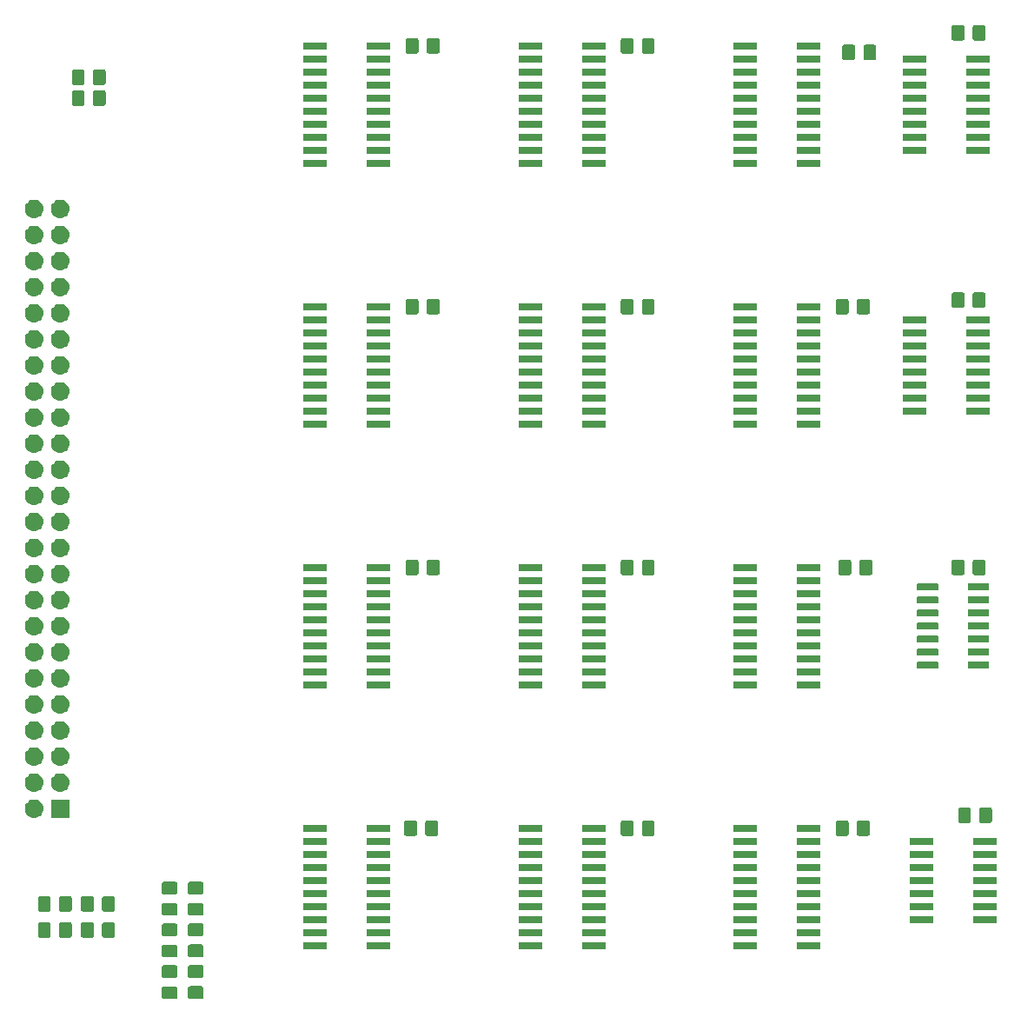
<source format=gts>
G04 #@! TF.GenerationSoftware,KiCad,Pcbnew,(5.1.4-0-10_14)*
G04 #@! TF.CreationDate,2019-09-28T14:50:17-07:00*
G04 #@! TF.ProjectId,register-slice,72656769-7374-4657-922d-736c6963652e,rev?*
G04 #@! TF.SameCoordinates,Original*
G04 #@! TF.FileFunction,Soldermask,Top*
G04 #@! TF.FilePolarity,Negative*
%FSLAX46Y46*%
G04 Gerber Fmt 4.6, Leading zero omitted, Abs format (unit mm)*
G04 Created by KiCad (PCBNEW (5.1.4-0-10_14)) date 2019-09-28 14:50:17*
%MOMM*%
%LPD*%
G04 APERTURE LIST*
%ADD10C,0.100000*%
G04 APERTURE END LIST*
D10*
G36*
X97616674Y-158908465D02*
G01*
X97654367Y-158919899D01*
X97689103Y-158938466D01*
X97719548Y-158963452D01*
X97744534Y-158993897D01*
X97763101Y-159028633D01*
X97774535Y-159066326D01*
X97779000Y-159111661D01*
X97779000Y-159948339D01*
X97774535Y-159993674D01*
X97763101Y-160031367D01*
X97744534Y-160066103D01*
X97719548Y-160096548D01*
X97689103Y-160121534D01*
X97654367Y-160140101D01*
X97616674Y-160151535D01*
X97571339Y-160156000D01*
X96484661Y-160156000D01*
X96439326Y-160151535D01*
X96401633Y-160140101D01*
X96366897Y-160121534D01*
X96336452Y-160096548D01*
X96311466Y-160066103D01*
X96292899Y-160031367D01*
X96281465Y-159993674D01*
X96277000Y-159948339D01*
X96277000Y-159111661D01*
X96281465Y-159066326D01*
X96292899Y-159028633D01*
X96311466Y-158993897D01*
X96336452Y-158963452D01*
X96366897Y-158938466D01*
X96401633Y-158919899D01*
X96439326Y-158908465D01*
X96484661Y-158904000D01*
X97571339Y-158904000D01*
X97616674Y-158908465D01*
X97616674Y-158908465D01*
G37*
G36*
X100156674Y-158899465D02*
G01*
X100194367Y-158910899D01*
X100229103Y-158929466D01*
X100259548Y-158954452D01*
X100284534Y-158984897D01*
X100303101Y-159019633D01*
X100314535Y-159057326D01*
X100319000Y-159102661D01*
X100319000Y-159939339D01*
X100314535Y-159984674D01*
X100303101Y-160022367D01*
X100284534Y-160057103D01*
X100259548Y-160087548D01*
X100229103Y-160112534D01*
X100194367Y-160131101D01*
X100156674Y-160142535D01*
X100111339Y-160147000D01*
X99024661Y-160147000D01*
X98979326Y-160142535D01*
X98941633Y-160131101D01*
X98906897Y-160112534D01*
X98876452Y-160087548D01*
X98851466Y-160057103D01*
X98832899Y-160022367D01*
X98821465Y-159984674D01*
X98817000Y-159939339D01*
X98817000Y-159102661D01*
X98821465Y-159057326D01*
X98832899Y-159019633D01*
X98851466Y-158984897D01*
X98876452Y-158954452D01*
X98906897Y-158929466D01*
X98941633Y-158910899D01*
X98979326Y-158899465D01*
X99024661Y-158895000D01*
X100111339Y-158895000D01*
X100156674Y-158899465D01*
X100156674Y-158899465D01*
G37*
G36*
X97616674Y-156858465D02*
G01*
X97654367Y-156869899D01*
X97689103Y-156888466D01*
X97719548Y-156913452D01*
X97744534Y-156943897D01*
X97763101Y-156978633D01*
X97774535Y-157016326D01*
X97779000Y-157061661D01*
X97779000Y-157898339D01*
X97774535Y-157943674D01*
X97763101Y-157981367D01*
X97744534Y-158016103D01*
X97719548Y-158046548D01*
X97689103Y-158071534D01*
X97654367Y-158090101D01*
X97616674Y-158101535D01*
X97571339Y-158106000D01*
X96484661Y-158106000D01*
X96439326Y-158101535D01*
X96401633Y-158090101D01*
X96366897Y-158071534D01*
X96336452Y-158046548D01*
X96311466Y-158016103D01*
X96292899Y-157981367D01*
X96281465Y-157943674D01*
X96277000Y-157898339D01*
X96277000Y-157061661D01*
X96281465Y-157016326D01*
X96292899Y-156978633D01*
X96311466Y-156943897D01*
X96336452Y-156913452D01*
X96366897Y-156888466D01*
X96401633Y-156869899D01*
X96439326Y-156858465D01*
X96484661Y-156854000D01*
X97571339Y-156854000D01*
X97616674Y-156858465D01*
X97616674Y-156858465D01*
G37*
G36*
X100156674Y-156849465D02*
G01*
X100194367Y-156860899D01*
X100229103Y-156879466D01*
X100259548Y-156904452D01*
X100284534Y-156934897D01*
X100303101Y-156969633D01*
X100314535Y-157007326D01*
X100319000Y-157052661D01*
X100319000Y-157889339D01*
X100314535Y-157934674D01*
X100303101Y-157972367D01*
X100284534Y-158007103D01*
X100259548Y-158037548D01*
X100229103Y-158062534D01*
X100194367Y-158081101D01*
X100156674Y-158092535D01*
X100111339Y-158097000D01*
X99024661Y-158097000D01*
X98979326Y-158092535D01*
X98941633Y-158081101D01*
X98906897Y-158062534D01*
X98876452Y-158037548D01*
X98851466Y-158007103D01*
X98832899Y-157972367D01*
X98821465Y-157934674D01*
X98817000Y-157889339D01*
X98817000Y-157052661D01*
X98821465Y-157007326D01*
X98832899Y-156969633D01*
X98851466Y-156934897D01*
X98876452Y-156904452D01*
X98906897Y-156879466D01*
X98941633Y-156860899D01*
X98979326Y-156849465D01*
X99024661Y-156845000D01*
X100111339Y-156845000D01*
X100156674Y-156849465D01*
X100156674Y-156849465D01*
G37*
G36*
X97616674Y-154844465D02*
G01*
X97654367Y-154855899D01*
X97689103Y-154874466D01*
X97719548Y-154899452D01*
X97744534Y-154929897D01*
X97763101Y-154964633D01*
X97774535Y-155002326D01*
X97779000Y-155047661D01*
X97779000Y-155884339D01*
X97774535Y-155929674D01*
X97763101Y-155967367D01*
X97744534Y-156002103D01*
X97719548Y-156032548D01*
X97689103Y-156057534D01*
X97654367Y-156076101D01*
X97616674Y-156087535D01*
X97571339Y-156092000D01*
X96484661Y-156092000D01*
X96439326Y-156087535D01*
X96401633Y-156076101D01*
X96366897Y-156057534D01*
X96336452Y-156032548D01*
X96311466Y-156002103D01*
X96292899Y-155967367D01*
X96281465Y-155929674D01*
X96277000Y-155884339D01*
X96277000Y-155047661D01*
X96281465Y-155002326D01*
X96292899Y-154964633D01*
X96311466Y-154929897D01*
X96336452Y-154899452D01*
X96366897Y-154874466D01*
X96401633Y-154855899D01*
X96439326Y-154844465D01*
X96484661Y-154840000D01*
X97571339Y-154840000D01*
X97616674Y-154844465D01*
X97616674Y-154844465D01*
G37*
G36*
X100156674Y-154835465D02*
G01*
X100194367Y-154846899D01*
X100229103Y-154865466D01*
X100259548Y-154890452D01*
X100284534Y-154920897D01*
X100303101Y-154955633D01*
X100314535Y-154993326D01*
X100319000Y-155038661D01*
X100319000Y-155875339D01*
X100314535Y-155920674D01*
X100303101Y-155958367D01*
X100284534Y-155993103D01*
X100259548Y-156023548D01*
X100229103Y-156048534D01*
X100194367Y-156067101D01*
X100156674Y-156078535D01*
X100111339Y-156083000D01*
X99024661Y-156083000D01*
X98979326Y-156078535D01*
X98941633Y-156067101D01*
X98906897Y-156048534D01*
X98876452Y-156023548D01*
X98851466Y-155993103D01*
X98832899Y-155958367D01*
X98821465Y-155920674D01*
X98817000Y-155875339D01*
X98817000Y-155038661D01*
X98821465Y-154993326D01*
X98832899Y-154955633D01*
X98851466Y-154920897D01*
X98876452Y-154890452D01*
X98906897Y-154865466D01*
X98941633Y-154846899D01*
X98979326Y-154835465D01*
X99024661Y-154831000D01*
X100111339Y-154831000D01*
X100156674Y-154835465D01*
X100156674Y-154835465D01*
G37*
G36*
X112351000Y-155291000D02*
G01*
X110049000Y-155291000D01*
X110049000Y-154589000D01*
X112351000Y-154589000D01*
X112351000Y-155291000D01*
X112351000Y-155291000D01*
G37*
G36*
X154261000Y-155291000D02*
G01*
X151959000Y-155291000D01*
X151959000Y-154589000D01*
X154261000Y-154589000D01*
X154261000Y-155291000D01*
X154261000Y-155291000D01*
G37*
G36*
X118551000Y-155291000D02*
G01*
X116249000Y-155291000D01*
X116249000Y-154589000D01*
X118551000Y-154589000D01*
X118551000Y-155291000D01*
X118551000Y-155291000D01*
G37*
G36*
X139506000Y-155291000D02*
G01*
X137204000Y-155291000D01*
X137204000Y-154589000D01*
X139506000Y-154589000D01*
X139506000Y-155291000D01*
X139506000Y-155291000D01*
G37*
G36*
X133306000Y-155291000D02*
G01*
X131004000Y-155291000D01*
X131004000Y-154589000D01*
X133306000Y-154589000D01*
X133306000Y-155291000D01*
X133306000Y-155291000D01*
G37*
G36*
X160461000Y-155291000D02*
G01*
X158159000Y-155291000D01*
X158159000Y-154589000D01*
X160461000Y-154589000D01*
X160461000Y-155291000D01*
X160461000Y-155291000D01*
G37*
G36*
X89481674Y-152669465D02*
G01*
X89519367Y-152680899D01*
X89554103Y-152699466D01*
X89584548Y-152724452D01*
X89609534Y-152754897D01*
X89628101Y-152789633D01*
X89639535Y-152827326D01*
X89644000Y-152872661D01*
X89644000Y-153959339D01*
X89639535Y-154004674D01*
X89628101Y-154042367D01*
X89609534Y-154077103D01*
X89584548Y-154107548D01*
X89554103Y-154132534D01*
X89519367Y-154151101D01*
X89481674Y-154162535D01*
X89436339Y-154167000D01*
X88599661Y-154167000D01*
X88554326Y-154162535D01*
X88516633Y-154151101D01*
X88481897Y-154132534D01*
X88451452Y-154107548D01*
X88426466Y-154077103D01*
X88407899Y-154042367D01*
X88396465Y-154004674D01*
X88392000Y-153959339D01*
X88392000Y-152872661D01*
X88396465Y-152827326D01*
X88407899Y-152789633D01*
X88426466Y-152754897D01*
X88451452Y-152724452D01*
X88481897Y-152699466D01*
X88516633Y-152680899D01*
X88554326Y-152669465D01*
X88599661Y-152665000D01*
X89436339Y-152665000D01*
X89481674Y-152669465D01*
X89481674Y-152669465D01*
G37*
G36*
X87331674Y-152669465D02*
G01*
X87369367Y-152680899D01*
X87404103Y-152699466D01*
X87434548Y-152724452D01*
X87459534Y-152754897D01*
X87478101Y-152789633D01*
X87489535Y-152827326D01*
X87494000Y-152872661D01*
X87494000Y-153959339D01*
X87489535Y-154004674D01*
X87478101Y-154042367D01*
X87459534Y-154077103D01*
X87434548Y-154107548D01*
X87404103Y-154132534D01*
X87369367Y-154151101D01*
X87331674Y-154162535D01*
X87286339Y-154167000D01*
X86449661Y-154167000D01*
X86404326Y-154162535D01*
X86366633Y-154151101D01*
X86331897Y-154132534D01*
X86301452Y-154107548D01*
X86276466Y-154077103D01*
X86257899Y-154042367D01*
X86246465Y-154004674D01*
X86242000Y-153959339D01*
X86242000Y-152872661D01*
X86246465Y-152827326D01*
X86257899Y-152789633D01*
X86276466Y-152754897D01*
X86301452Y-152724452D01*
X86331897Y-152699466D01*
X86366633Y-152680899D01*
X86404326Y-152669465D01*
X86449661Y-152665000D01*
X87286339Y-152665000D01*
X87331674Y-152669465D01*
X87331674Y-152669465D01*
G37*
G36*
X85281674Y-152669465D02*
G01*
X85319367Y-152680899D01*
X85354103Y-152699466D01*
X85384548Y-152724452D01*
X85409534Y-152754897D01*
X85428101Y-152789633D01*
X85439535Y-152827326D01*
X85444000Y-152872661D01*
X85444000Y-153959339D01*
X85439535Y-154004674D01*
X85428101Y-154042367D01*
X85409534Y-154077103D01*
X85384548Y-154107548D01*
X85354103Y-154132534D01*
X85319367Y-154151101D01*
X85281674Y-154162535D01*
X85236339Y-154167000D01*
X84399661Y-154167000D01*
X84354326Y-154162535D01*
X84316633Y-154151101D01*
X84281897Y-154132534D01*
X84251452Y-154107548D01*
X84226466Y-154077103D01*
X84207899Y-154042367D01*
X84196465Y-154004674D01*
X84192000Y-153959339D01*
X84192000Y-152872661D01*
X84196465Y-152827326D01*
X84207899Y-152789633D01*
X84226466Y-152754897D01*
X84251452Y-152724452D01*
X84281897Y-152699466D01*
X84316633Y-152680899D01*
X84354326Y-152669465D01*
X84399661Y-152665000D01*
X85236339Y-152665000D01*
X85281674Y-152669465D01*
X85281674Y-152669465D01*
G37*
G36*
X91531674Y-152669465D02*
G01*
X91569367Y-152680899D01*
X91604103Y-152699466D01*
X91634548Y-152724452D01*
X91659534Y-152754897D01*
X91678101Y-152789633D01*
X91689535Y-152827326D01*
X91694000Y-152872661D01*
X91694000Y-153959339D01*
X91689535Y-154004674D01*
X91678101Y-154042367D01*
X91659534Y-154077103D01*
X91634548Y-154107548D01*
X91604103Y-154132534D01*
X91569367Y-154151101D01*
X91531674Y-154162535D01*
X91486339Y-154167000D01*
X90649661Y-154167000D01*
X90604326Y-154162535D01*
X90566633Y-154151101D01*
X90531897Y-154132534D01*
X90501452Y-154107548D01*
X90476466Y-154077103D01*
X90457899Y-154042367D01*
X90446465Y-154004674D01*
X90442000Y-153959339D01*
X90442000Y-152872661D01*
X90446465Y-152827326D01*
X90457899Y-152789633D01*
X90476466Y-152754897D01*
X90501452Y-152724452D01*
X90531897Y-152699466D01*
X90566633Y-152680899D01*
X90604326Y-152669465D01*
X90649661Y-152665000D01*
X91486339Y-152665000D01*
X91531674Y-152669465D01*
X91531674Y-152669465D01*
G37*
G36*
X97616674Y-152794465D02*
G01*
X97654367Y-152805899D01*
X97689103Y-152824466D01*
X97719548Y-152849452D01*
X97744534Y-152879897D01*
X97763101Y-152914633D01*
X97774535Y-152952326D01*
X97779000Y-152997661D01*
X97779000Y-153834339D01*
X97774535Y-153879674D01*
X97763101Y-153917367D01*
X97744534Y-153952103D01*
X97719548Y-153982548D01*
X97689103Y-154007534D01*
X97654367Y-154026101D01*
X97616674Y-154037535D01*
X97571339Y-154042000D01*
X96484661Y-154042000D01*
X96439326Y-154037535D01*
X96401633Y-154026101D01*
X96366897Y-154007534D01*
X96336452Y-153982548D01*
X96311466Y-153952103D01*
X96292899Y-153917367D01*
X96281465Y-153879674D01*
X96277000Y-153834339D01*
X96277000Y-152997661D01*
X96281465Y-152952326D01*
X96292899Y-152914633D01*
X96311466Y-152879897D01*
X96336452Y-152849452D01*
X96366897Y-152824466D01*
X96401633Y-152805899D01*
X96439326Y-152794465D01*
X96484661Y-152790000D01*
X97571339Y-152790000D01*
X97616674Y-152794465D01*
X97616674Y-152794465D01*
G37*
G36*
X100156674Y-152785465D02*
G01*
X100194367Y-152796899D01*
X100229103Y-152815466D01*
X100259548Y-152840452D01*
X100284534Y-152870897D01*
X100303101Y-152905633D01*
X100314535Y-152943326D01*
X100319000Y-152988661D01*
X100319000Y-153825339D01*
X100314535Y-153870674D01*
X100303101Y-153908367D01*
X100284534Y-153943103D01*
X100259548Y-153973548D01*
X100229103Y-153998534D01*
X100194367Y-154017101D01*
X100156674Y-154028535D01*
X100111339Y-154033000D01*
X99024661Y-154033000D01*
X98979326Y-154028535D01*
X98941633Y-154017101D01*
X98906897Y-153998534D01*
X98876452Y-153973548D01*
X98851466Y-153943103D01*
X98832899Y-153908367D01*
X98821465Y-153870674D01*
X98817000Y-153825339D01*
X98817000Y-152988661D01*
X98821465Y-152943326D01*
X98832899Y-152905633D01*
X98851466Y-152870897D01*
X98876452Y-152840452D01*
X98906897Y-152815466D01*
X98941633Y-152796899D01*
X98979326Y-152785465D01*
X99024661Y-152781000D01*
X100111339Y-152781000D01*
X100156674Y-152785465D01*
X100156674Y-152785465D01*
G37*
G36*
X112351000Y-154021000D02*
G01*
X110049000Y-154021000D01*
X110049000Y-153319000D01*
X112351000Y-153319000D01*
X112351000Y-154021000D01*
X112351000Y-154021000D01*
G37*
G36*
X118551000Y-154021000D02*
G01*
X116249000Y-154021000D01*
X116249000Y-153319000D01*
X118551000Y-153319000D01*
X118551000Y-154021000D01*
X118551000Y-154021000D01*
G37*
G36*
X139506000Y-154021000D02*
G01*
X137204000Y-154021000D01*
X137204000Y-153319000D01*
X139506000Y-153319000D01*
X139506000Y-154021000D01*
X139506000Y-154021000D01*
G37*
G36*
X133306000Y-154021000D02*
G01*
X131004000Y-154021000D01*
X131004000Y-153319000D01*
X133306000Y-153319000D01*
X133306000Y-154021000D01*
X133306000Y-154021000D01*
G37*
G36*
X154261000Y-154021000D02*
G01*
X151959000Y-154021000D01*
X151959000Y-153319000D01*
X154261000Y-153319000D01*
X154261000Y-154021000D01*
X154261000Y-154021000D01*
G37*
G36*
X160461000Y-154021000D02*
G01*
X158159000Y-154021000D01*
X158159000Y-153319000D01*
X160461000Y-153319000D01*
X160461000Y-154021000D01*
X160461000Y-154021000D01*
G37*
G36*
X177606000Y-152751000D02*
G01*
X175304000Y-152751000D01*
X175304000Y-152049000D01*
X177606000Y-152049000D01*
X177606000Y-152751000D01*
X177606000Y-152751000D01*
G37*
G36*
X171406000Y-152751000D02*
G01*
X169104000Y-152751000D01*
X169104000Y-152049000D01*
X171406000Y-152049000D01*
X171406000Y-152751000D01*
X171406000Y-152751000D01*
G37*
G36*
X154261000Y-152751000D02*
G01*
X151959000Y-152751000D01*
X151959000Y-152049000D01*
X154261000Y-152049000D01*
X154261000Y-152751000D01*
X154261000Y-152751000D01*
G37*
G36*
X160461000Y-152751000D02*
G01*
X158159000Y-152751000D01*
X158159000Y-152049000D01*
X160461000Y-152049000D01*
X160461000Y-152751000D01*
X160461000Y-152751000D01*
G37*
G36*
X112351000Y-152751000D02*
G01*
X110049000Y-152751000D01*
X110049000Y-152049000D01*
X112351000Y-152049000D01*
X112351000Y-152751000D01*
X112351000Y-152751000D01*
G37*
G36*
X118551000Y-152751000D02*
G01*
X116249000Y-152751000D01*
X116249000Y-152049000D01*
X118551000Y-152049000D01*
X118551000Y-152751000D01*
X118551000Y-152751000D01*
G37*
G36*
X133306000Y-152751000D02*
G01*
X131004000Y-152751000D01*
X131004000Y-152049000D01*
X133306000Y-152049000D01*
X133306000Y-152751000D01*
X133306000Y-152751000D01*
G37*
G36*
X139506000Y-152751000D02*
G01*
X137204000Y-152751000D01*
X137204000Y-152049000D01*
X139506000Y-152049000D01*
X139506000Y-152751000D01*
X139506000Y-152751000D01*
G37*
G36*
X100156674Y-150780465D02*
G01*
X100194367Y-150791899D01*
X100229103Y-150810466D01*
X100259548Y-150835452D01*
X100284534Y-150865897D01*
X100303101Y-150900633D01*
X100314535Y-150938326D01*
X100319000Y-150983661D01*
X100319000Y-151820339D01*
X100314535Y-151865674D01*
X100303101Y-151903367D01*
X100284534Y-151938103D01*
X100259548Y-151968548D01*
X100229103Y-151993534D01*
X100194367Y-152012101D01*
X100156674Y-152023535D01*
X100111339Y-152028000D01*
X99024661Y-152028000D01*
X98979326Y-152023535D01*
X98941633Y-152012101D01*
X98906897Y-151993534D01*
X98876452Y-151968548D01*
X98851466Y-151938103D01*
X98832899Y-151903367D01*
X98821465Y-151865674D01*
X98817000Y-151820339D01*
X98817000Y-150983661D01*
X98821465Y-150938326D01*
X98832899Y-150900633D01*
X98851466Y-150865897D01*
X98876452Y-150835452D01*
X98906897Y-150810466D01*
X98941633Y-150791899D01*
X98979326Y-150780465D01*
X99024661Y-150776000D01*
X100111339Y-150776000D01*
X100156674Y-150780465D01*
X100156674Y-150780465D01*
G37*
G36*
X97616674Y-150780465D02*
G01*
X97654367Y-150791899D01*
X97689103Y-150810466D01*
X97719548Y-150835452D01*
X97744534Y-150865897D01*
X97763101Y-150900633D01*
X97774535Y-150938326D01*
X97779000Y-150983661D01*
X97779000Y-151820339D01*
X97774535Y-151865674D01*
X97763101Y-151903367D01*
X97744534Y-151938103D01*
X97719548Y-151968548D01*
X97689103Y-151993534D01*
X97654367Y-152012101D01*
X97616674Y-152023535D01*
X97571339Y-152028000D01*
X96484661Y-152028000D01*
X96439326Y-152023535D01*
X96401633Y-152012101D01*
X96366897Y-151993534D01*
X96336452Y-151968548D01*
X96311466Y-151938103D01*
X96292899Y-151903367D01*
X96281465Y-151865674D01*
X96277000Y-151820339D01*
X96277000Y-150983661D01*
X96281465Y-150938326D01*
X96292899Y-150900633D01*
X96311466Y-150865897D01*
X96336452Y-150835452D01*
X96366897Y-150810466D01*
X96401633Y-150791899D01*
X96439326Y-150780465D01*
X96484661Y-150776000D01*
X97571339Y-150776000D01*
X97616674Y-150780465D01*
X97616674Y-150780465D01*
G37*
G36*
X91531674Y-150129465D02*
G01*
X91569367Y-150140899D01*
X91604103Y-150159466D01*
X91634548Y-150184452D01*
X91659534Y-150214897D01*
X91678101Y-150249633D01*
X91689535Y-150287326D01*
X91694000Y-150332661D01*
X91694000Y-151419339D01*
X91689535Y-151464674D01*
X91678101Y-151502367D01*
X91659534Y-151537103D01*
X91634548Y-151567548D01*
X91604103Y-151592534D01*
X91569367Y-151611101D01*
X91531674Y-151622535D01*
X91486339Y-151627000D01*
X90649661Y-151627000D01*
X90604326Y-151622535D01*
X90566633Y-151611101D01*
X90531897Y-151592534D01*
X90501452Y-151567548D01*
X90476466Y-151537103D01*
X90457899Y-151502367D01*
X90446465Y-151464674D01*
X90442000Y-151419339D01*
X90442000Y-150332661D01*
X90446465Y-150287326D01*
X90457899Y-150249633D01*
X90476466Y-150214897D01*
X90501452Y-150184452D01*
X90531897Y-150159466D01*
X90566633Y-150140899D01*
X90604326Y-150129465D01*
X90649661Y-150125000D01*
X91486339Y-150125000D01*
X91531674Y-150129465D01*
X91531674Y-150129465D01*
G37*
G36*
X89481674Y-150129465D02*
G01*
X89519367Y-150140899D01*
X89554103Y-150159466D01*
X89584548Y-150184452D01*
X89609534Y-150214897D01*
X89628101Y-150249633D01*
X89639535Y-150287326D01*
X89644000Y-150332661D01*
X89644000Y-151419339D01*
X89639535Y-151464674D01*
X89628101Y-151502367D01*
X89609534Y-151537103D01*
X89584548Y-151567548D01*
X89554103Y-151592534D01*
X89519367Y-151611101D01*
X89481674Y-151622535D01*
X89436339Y-151627000D01*
X88599661Y-151627000D01*
X88554326Y-151622535D01*
X88516633Y-151611101D01*
X88481897Y-151592534D01*
X88451452Y-151567548D01*
X88426466Y-151537103D01*
X88407899Y-151502367D01*
X88396465Y-151464674D01*
X88392000Y-151419339D01*
X88392000Y-150332661D01*
X88396465Y-150287326D01*
X88407899Y-150249633D01*
X88426466Y-150214897D01*
X88451452Y-150184452D01*
X88481897Y-150159466D01*
X88516633Y-150140899D01*
X88554326Y-150129465D01*
X88599661Y-150125000D01*
X89436339Y-150125000D01*
X89481674Y-150129465D01*
X89481674Y-150129465D01*
G37*
G36*
X87331674Y-150129465D02*
G01*
X87369367Y-150140899D01*
X87404103Y-150159466D01*
X87434548Y-150184452D01*
X87459534Y-150214897D01*
X87478101Y-150249633D01*
X87489535Y-150287326D01*
X87494000Y-150332661D01*
X87494000Y-151419339D01*
X87489535Y-151464674D01*
X87478101Y-151502367D01*
X87459534Y-151537103D01*
X87434548Y-151567548D01*
X87404103Y-151592534D01*
X87369367Y-151611101D01*
X87331674Y-151622535D01*
X87286339Y-151627000D01*
X86449661Y-151627000D01*
X86404326Y-151622535D01*
X86366633Y-151611101D01*
X86331897Y-151592534D01*
X86301452Y-151567548D01*
X86276466Y-151537103D01*
X86257899Y-151502367D01*
X86246465Y-151464674D01*
X86242000Y-151419339D01*
X86242000Y-150332661D01*
X86246465Y-150287326D01*
X86257899Y-150249633D01*
X86276466Y-150214897D01*
X86301452Y-150184452D01*
X86331897Y-150159466D01*
X86366633Y-150140899D01*
X86404326Y-150129465D01*
X86449661Y-150125000D01*
X87286339Y-150125000D01*
X87331674Y-150129465D01*
X87331674Y-150129465D01*
G37*
G36*
X85281674Y-150129465D02*
G01*
X85319367Y-150140899D01*
X85354103Y-150159466D01*
X85384548Y-150184452D01*
X85409534Y-150214897D01*
X85428101Y-150249633D01*
X85439535Y-150287326D01*
X85444000Y-150332661D01*
X85444000Y-151419339D01*
X85439535Y-151464674D01*
X85428101Y-151502367D01*
X85409534Y-151537103D01*
X85384548Y-151567548D01*
X85354103Y-151592534D01*
X85319367Y-151611101D01*
X85281674Y-151622535D01*
X85236339Y-151627000D01*
X84399661Y-151627000D01*
X84354326Y-151622535D01*
X84316633Y-151611101D01*
X84281897Y-151592534D01*
X84251452Y-151567548D01*
X84226466Y-151537103D01*
X84207899Y-151502367D01*
X84196465Y-151464674D01*
X84192000Y-151419339D01*
X84192000Y-150332661D01*
X84196465Y-150287326D01*
X84207899Y-150249633D01*
X84226466Y-150214897D01*
X84251452Y-150184452D01*
X84281897Y-150159466D01*
X84316633Y-150140899D01*
X84354326Y-150129465D01*
X84399661Y-150125000D01*
X85236339Y-150125000D01*
X85281674Y-150129465D01*
X85281674Y-150129465D01*
G37*
G36*
X177606000Y-151481000D02*
G01*
X175304000Y-151481000D01*
X175304000Y-150779000D01*
X177606000Y-150779000D01*
X177606000Y-151481000D01*
X177606000Y-151481000D01*
G37*
G36*
X139506000Y-151481000D02*
G01*
X137204000Y-151481000D01*
X137204000Y-150779000D01*
X139506000Y-150779000D01*
X139506000Y-151481000D01*
X139506000Y-151481000D01*
G37*
G36*
X133306000Y-151481000D02*
G01*
X131004000Y-151481000D01*
X131004000Y-150779000D01*
X133306000Y-150779000D01*
X133306000Y-151481000D01*
X133306000Y-151481000D01*
G37*
G36*
X112351000Y-151481000D02*
G01*
X110049000Y-151481000D01*
X110049000Y-150779000D01*
X112351000Y-150779000D01*
X112351000Y-151481000D01*
X112351000Y-151481000D01*
G37*
G36*
X118551000Y-151481000D02*
G01*
X116249000Y-151481000D01*
X116249000Y-150779000D01*
X118551000Y-150779000D01*
X118551000Y-151481000D01*
X118551000Y-151481000D01*
G37*
G36*
X160461000Y-151481000D02*
G01*
X158159000Y-151481000D01*
X158159000Y-150779000D01*
X160461000Y-150779000D01*
X160461000Y-151481000D01*
X160461000Y-151481000D01*
G37*
G36*
X154261000Y-151481000D02*
G01*
X151959000Y-151481000D01*
X151959000Y-150779000D01*
X154261000Y-150779000D01*
X154261000Y-151481000D01*
X154261000Y-151481000D01*
G37*
G36*
X171406000Y-151481000D02*
G01*
X169104000Y-151481000D01*
X169104000Y-150779000D01*
X171406000Y-150779000D01*
X171406000Y-151481000D01*
X171406000Y-151481000D01*
G37*
G36*
X133306000Y-150211000D02*
G01*
X131004000Y-150211000D01*
X131004000Y-149509000D01*
X133306000Y-149509000D01*
X133306000Y-150211000D01*
X133306000Y-150211000D01*
G37*
G36*
X171406000Y-150211000D02*
G01*
X169104000Y-150211000D01*
X169104000Y-149509000D01*
X171406000Y-149509000D01*
X171406000Y-150211000D01*
X171406000Y-150211000D01*
G37*
G36*
X177606000Y-150211000D02*
G01*
X175304000Y-150211000D01*
X175304000Y-149509000D01*
X177606000Y-149509000D01*
X177606000Y-150211000D01*
X177606000Y-150211000D01*
G37*
G36*
X160461000Y-150211000D02*
G01*
X158159000Y-150211000D01*
X158159000Y-149509000D01*
X160461000Y-149509000D01*
X160461000Y-150211000D01*
X160461000Y-150211000D01*
G37*
G36*
X154261000Y-150211000D02*
G01*
X151959000Y-150211000D01*
X151959000Y-149509000D01*
X154261000Y-149509000D01*
X154261000Y-150211000D01*
X154261000Y-150211000D01*
G37*
G36*
X139506000Y-150211000D02*
G01*
X137204000Y-150211000D01*
X137204000Y-149509000D01*
X139506000Y-149509000D01*
X139506000Y-150211000D01*
X139506000Y-150211000D01*
G37*
G36*
X118551000Y-150211000D02*
G01*
X116249000Y-150211000D01*
X116249000Y-149509000D01*
X118551000Y-149509000D01*
X118551000Y-150211000D01*
X118551000Y-150211000D01*
G37*
G36*
X112351000Y-150211000D02*
G01*
X110049000Y-150211000D01*
X110049000Y-149509000D01*
X112351000Y-149509000D01*
X112351000Y-150211000D01*
X112351000Y-150211000D01*
G37*
G36*
X100156674Y-148730465D02*
G01*
X100194367Y-148741899D01*
X100229103Y-148760466D01*
X100259548Y-148785452D01*
X100284534Y-148815897D01*
X100303101Y-148850633D01*
X100314535Y-148888326D01*
X100319000Y-148933661D01*
X100319000Y-149770339D01*
X100314535Y-149815674D01*
X100303101Y-149853367D01*
X100284534Y-149888103D01*
X100259548Y-149918548D01*
X100229103Y-149943534D01*
X100194367Y-149962101D01*
X100156674Y-149973535D01*
X100111339Y-149978000D01*
X99024661Y-149978000D01*
X98979326Y-149973535D01*
X98941633Y-149962101D01*
X98906897Y-149943534D01*
X98876452Y-149918548D01*
X98851466Y-149888103D01*
X98832899Y-149853367D01*
X98821465Y-149815674D01*
X98817000Y-149770339D01*
X98817000Y-148933661D01*
X98821465Y-148888326D01*
X98832899Y-148850633D01*
X98851466Y-148815897D01*
X98876452Y-148785452D01*
X98906897Y-148760466D01*
X98941633Y-148741899D01*
X98979326Y-148730465D01*
X99024661Y-148726000D01*
X100111339Y-148726000D01*
X100156674Y-148730465D01*
X100156674Y-148730465D01*
G37*
G36*
X97616674Y-148730465D02*
G01*
X97654367Y-148741899D01*
X97689103Y-148760466D01*
X97719548Y-148785452D01*
X97744534Y-148815897D01*
X97763101Y-148850633D01*
X97774535Y-148888326D01*
X97779000Y-148933661D01*
X97779000Y-149770339D01*
X97774535Y-149815674D01*
X97763101Y-149853367D01*
X97744534Y-149888103D01*
X97719548Y-149918548D01*
X97689103Y-149943534D01*
X97654367Y-149962101D01*
X97616674Y-149973535D01*
X97571339Y-149978000D01*
X96484661Y-149978000D01*
X96439326Y-149973535D01*
X96401633Y-149962101D01*
X96366897Y-149943534D01*
X96336452Y-149918548D01*
X96311466Y-149888103D01*
X96292899Y-149853367D01*
X96281465Y-149815674D01*
X96277000Y-149770339D01*
X96277000Y-148933661D01*
X96281465Y-148888326D01*
X96292899Y-148850633D01*
X96311466Y-148815897D01*
X96336452Y-148785452D01*
X96366897Y-148760466D01*
X96401633Y-148741899D01*
X96439326Y-148730465D01*
X96484661Y-148726000D01*
X97571339Y-148726000D01*
X97616674Y-148730465D01*
X97616674Y-148730465D01*
G37*
G36*
X112351000Y-148941000D02*
G01*
X110049000Y-148941000D01*
X110049000Y-148239000D01*
X112351000Y-148239000D01*
X112351000Y-148941000D01*
X112351000Y-148941000D01*
G37*
G36*
X118551000Y-148941000D02*
G01*
X116249000Y-148941000D01*
X116249000Y-148239000D01*
X118551000Y-148239000D01*
X118551000Y-148941000D01*
X118551000Y-148941000D01*
G37*
G36*
X171406000Y-148941000D02*
G01*
X169104000Y-148941000D01*
X169104000Y-148239000D01*
X171406000Y-148239000D01*
X171406000Y-148941000D01*
X171406000Y-148941000D01*
G37*
G36*
X177606000Y-148941000D02*
G01*
X175304000Y-148941000D01*
X175304000Y-148239000D01*
X177606000Y-148239000D01*
X177606000Y-148941000D01*
X177606000Y-148941000D01*
G37*
G36*
X160461000Y-148941000D02*
G01*
X158159000Y-148941000D01*
X158159000Y-148239000D01*
X160461000Y-148239000D01*
X160461000Y-148941000D01*
X160461000Y-148941000D01*
G37*
G36*
X154261000Y-148941000D02*
G01*
X151959000Y-148941000D01*
X151959000Y-148239000D01*
X154261000Y-148239000D01*
X154261000Y-148941000D01*
X154261000Y-148941000D01*
G37*
G36*
X139506000Y-148941000D02*
G01*
X137204000Y-148941000D01*
X137204000Y-148239000D01*
X139506000Y-148239000D01*
X139506000Y-148941000D01*
X139506000Y-148941000D01*
G37*
G36*
X133306000Y-148941000D02*
G01*
X131004000Y-148941000D01*
X131004000Y-148239000D01*
X133306000Y-148239000D01*
X133306000Y-148941000D01*
X133306000Y-148941000D01*
G37*
G36*
X160461000Y-147671000D02*
G01*
X158159000Y-147671000D01*
X158159000Y-146969000D01*
X160461000Y-146969000D01*
X160461000Y-147671000D01*
X160461000Y-147671000D01*
G37*
G36*
X139506000Y-147671000D02*
G01*
X137204000Y-147671000D01*
X137204000Y-146969000D01*
X139506000Y-146969000D01*
X139506000Y-147671000D01*
X139506000Y-147671000D01*
G37*
G36*
X177606000Y-147671000D02*
G01*
X175304000Y-147671000D01*
X175304000Y-146969000D01*
X177606000Y-146969000D01*
X177606000Y-147671000D01*
X177606000Y-147671000D01*
G37*
G36*
X118551000Y-147671000D02*
G01*
X116249000Y-147671000D01*
X116249000Y-146969000D01*
X118551000Y-146969000D01*
X118551000Y-147671000D01*
X118551000Y-147671000D01*
G37*
G36*
X112351000Y-147671000D02*
G01*
X110049000Y-147671000D01*
X110049000Y-146969000D01*
X112351000Y-146969000D01*
X112351000Y-147671000D01*
X112351000Y-147671000D01*
G37*
G36*
X154261000Y-147671000D02*
G01*
X151959000Y-147671000D01*
X151959000Y-146969000D01*
X154261000Y-146969000D01*
X154261000Y-147671000D01*
X154261000Y-147671000D01*
G37*
G36*
X133306000Y-147671000D02*
G01*
X131004000Y-147671000D01*
X131004000Y-146969000D01*
X133306000Y-146969000D01*
X133306000Y-147671000D01*
X133306000Y-147671000D01*
G37*
G36*
X171406000Y-147671000D02*
G01*
X169104000Y-147671000D01*
X169104000Y-146969000D01*
X171406000Y-146969000D01*
X171406000Y-147671000D01*
X171406000Y-147671000D01*
G37*
G36*
X133306000Y-146401000D02*
G01*
X131004000Y-146401000D01*
X131004000Y-145699000D01*
X133306000Y-145699000D01*
X133306000Y-146401000D01*
X133306000Y-146401000D01*
G37*
G36*
X139506000Y-146401000D02*
G01*
X137204000Y-146401000D01*
X137204000Y-145699000D01*
X139506000Y-145699000D01*
X139506000Y-146401000D01*
X139506000Y-146401000D01*
G37*
G36*
X160461000Y-146401000D02*
G01*
X158159000Y-146401000D01*
X158159000Y-145699000D01*
X160461000Y-145699000D01*
X160461000Y-146401000D01*
X160461000Y-146401000D01*
G37*
G36*
X154261000Y-146401000D02*
G01*
X151959000Y-146401000D01*
X151959000Y-145699000D01*
X154261000Y-145699000D01*
X154261000Y-146401000D01*
X154261000Y-146401000D01*
G37*
G36*
X112351000Y-146401000D02*
G01*
X110049000Y-146401000D01*
X110049000Y-145699000D01*
X112351000Y-145699000D01*
X112351000Y-146401000D01*
X112351000Y-146401000D01*
G37*
G36*
X118551000Y-146401000D02*
G01*
X116249000Y-146401000D01*
X116249000Y-145699000D01*
X118551000Y-145699000D01*
X118551000Y-146401000D01*
X118551000Y-146401000D01*
G37*
G36*
X177606000Y-146401000D02*
G01*
X175304000Y-146401000D01*
X175304000Y-145699000D01*
X177606000Y-145699000D01*
X177606000Y-146401000D01*
X177606000Y-146401000D01*
G37*
G36*
X171406000Y-146401000D02*
G01*
X169104000Y-146401000D01*
X169104000Y-145699000D01*
X171406000Y-145699000D01*
X171406000Y-146401000D01*
X171406000Y-146401000D01*
G37*
G36*
X112351000Y-145131000D02*
G01*
X110049000Y-145131000D01*
X110049000Y-144429000D01*
X112351000Y-144429000D01*
X112351000Y-145131000D01*
X112351000Y-145131000D01*
G37*
G36*
X118551000Y-145131000D02*
G01*
X116249000Y-145131000D01*
X116249000Y-144429000D01*
X118551000Y-144429000D01*
X118551000Y-145131000D01*
X118551000Y-145131000D01*
G37*
G36*
X133306000Y-145131000D02*
G01*
X131004000Y-145131000D01*
X131004000Y-144429000D01*
X133306000Y-144429000D01*
X133306000Y-145131000D01*
X133306000Y-145131000D01*
G37*
G36*
X139506000Y-145131000D02*
G01*
X137204000Y-145131000D01*
X137204000Y-144429000D01*
X139506000Y-144429000D01*
X139506000Y-145131000D01*
X139506000Y-145131000D01*
G37*
G36*
X177606000Y-145131000D02*
G01*
X175304000Y-145131000D01*
X175304000Y-144429000D01*
X177606000Y-144429000D01*
X177606000Y-145131000D01*
X177606000Y-145131000D01*
G37*
G36*
X154261000Y-145131000D02*
G01*
X151959000Y-145131000D01*
X151959000Y-144429000D01*
X154261000Y-144429000D01*
X154261000Y-145131000D01*
X154261000Y-145131000D01*
G37*
G36*
X160461000Y-145131000D02*
G01*
X158159000Y-145131000D01*
X158159000Y-144429000D01*
X160461000Y-144429000D01*
X160461000Y-145131000D01*
X160461000Y-145131000D01*
G37*
G36*
X171406000Y-145131000D02*
G01*
X169104000Y-145131000D01*
X169104000Y-144429000D01*
X171406000Y-144429000D01*
X171406000Y-145131000D01*
X171406000Y-145131000D01*
G37*
G36*
X165073674Y-142763465D02*
G01*
X165111367Y-142774899D01*
X165146103Y-142793466D01*
X165176548Y-142818452D01*
X165201534Y-142848897D01*
X165220101Y-142883633D01*
X165231535Y-142921326D01*
X165236000Y-142966661D01*
X165236000Y-144053339D01*
X165231535Y-144098674D01*
X165220101Y-144136367D01*
X165201534Y-144171103D01*
X165176548Y-144201548D01*
X165146103Y-144226534D01*
X165111367Y-144245101D01*
X165073674Y-144256535D01*
X165028339Y-144261000D01*
X164191661Y-144261000D01*
X164146326Y-144256535D01*
X164108633Y-144245101D01*
X164073897Y-144226534D01*
X164043452Y-144201548D01*
X164018466Y-144171103D01*
X163999899Y-144136367D01*
X163988465Y-144098674D01*
X163984000Y-144053339D01*
X163984000Y-142966661D01*
X163988465Y-142921326D01*
X163999899Y-142883633D01*
X164018466Y-142848897D01*
X164043452Y-142818452D01*
X164073897Y-142793466D01*
X164108633Y-142774899D01*
X164146326Y-142763465D01*
X164191661Y-142759000D01*
X165028339Y-142759000D01*
X165073674Y-142763465D01*
X165073674Y-142763465D01*
G37*
G36*
X120968674Y-142763465D02*
G01*
X121006367Y-142774899D01*
X121041103Y-142793466D01*
X121071548Y-142818452D01*
X121096534Y-142848897D01*
X121115101Y-142883633D01*
X121126535Y-142921326D01*
X121131000Y-142966661D01*
X121131000Y-144053339D01*
X121126535Y-144098674D01*
X121115101Y-144136367D01*
X121096534Y-144171103D01*
X121071548Y-144201548D01*
X121041103Y-144226534D01*
X121006367Y-144245101D01*
X120968674Y-144256535D01*
X120923339Y-144261000D01*
X120086661Y-144261000D01*
X120041326Y-144256535D01*
X120003633Y-144245101D01*
X119968897Y-144226534D01*
X119938452Y-144201548D01*
X119913466Y-144171103D01*
X119894899Y-144136367D01*
X119883465Y-144098674D01*
X119879000Y-144053339D01*
X119879000Y-142966661D01*
X119883465Y-142921326D01*
X119894899Y-142883633D01*
X119913466Y-142848897D01*
X119938452Y-142818452D01*
X119968897Y-142793466D01*
X120003633Y-142774899D01*
X120041326Y-142763465D01*
X120086661Y-142759000D01*
X120923339Y-142759000D01*
X120968674Y-142763465D01*
X120968674Y-142763465D01*
G37*
G36*
X123018674Y-142763465D02*
G01*
X123056367Y-142774899D01*
X123091103Y-142793466D01*
X123121548Y-142818452D01*
X123146534Y-142848897D01*
X123165101Y-142883633D01*
X123176535Y-142921326D01*
X123181000Y-142966661D01*
X123181000Y-144053339D01*
X123176535Y-144098674D01*
X123165101Y-144136367D01*
X123146534Y-144171103D01*
X123121548Y-144201548D01*
X123091103Y-144226534D01*
X123056367Y-144245101D01*
X123018674Y-144256535D01*
X122973339Y-144261000D01*
X122136661Y-144261000D01*
X122091326Y-144256535D01*
X122053633Y-144245101D01*
X122018897Y-144226534D01*
X121988452Y-144201548D01*
X121963466Y-144171103D01*
X121944899Y-144136367D01*
X121933465Y-144098674D01*
X121929000Y-144053339D01*
X121929000Y-142966661D01*
X121933465Y-142921326D01*
X121944899Y-142883633D01*
X121963466Y-142848897D01*
X121988452Y-142818452D01*
X122018897Y-142793466D01*
X122053633Y-142774899D01*
X122091326Y-142763465D01*
X122136661Y-142759000D01*
X122973339Y-142759000D01*
X123018674Y-142763465D01*
X123018674Y-142763465D01*
G37*
G36*
X163023674Y-142763465D02*
G01*
X163061367Y-142774899D01*
X163096103Y-142793466D01*
X163126548Y-142818452D01*
X163151534Y-142848897D01*
X163170101Y-142883633D01*
X163181535Y-142921326D01*
X163186000Y-142966661D01*
X163186000Y-144053339D01*
X163181535Y-144098674D01*
X163170101Y-144136367D01*
X163151534Y-144171103D01*
X163126548Y-144201548D01*
X163096103Y-144226534D01*
X163061367Y-144245101D01*
X163023674Y-144256535D01*
X162978339Y-144261000D01*
X162141661Y-144261000D01*
X162096326Y-144256535D01*
X162058633Y-144245101D01*
X162023897Y-144226534D01*
X161993452Y-144201548D01*
X161968466Y-144171103D01*
X161949899Y-144136367D01*
X161938465Y-144098674D01*
X161934000Y-144053339D01*
X161934000Y-142966661D01*
X161938465Y-142921326D01*
X161949899Y-142883633D01*
X161968466Y-142848897D01*
X161993452Y-142818452D01*
X162023897Y-142793466D01*
X162058633Y-142774899D01*
X162096326Y-142763465D01*
X162141661Y-142759000D01*
X162978339Y-142759000D01*
X163023674Y-142763465D01*
X163023674Y-142763465D01*
G37*
G36*
X142068674Y-142763465D02*
G01*
X142106367Y-142774899D01*
X142141103Y-142793466D01*
X142171548Y-142818452D01*
X142196534Y-142848897D01*
X142215101Y-142883633D01*
X142226535Y-142921326D01*
X142231000Y-142966661D01*
X142231000Y-144053339D01*
X142226535Y-144098674D01*
X142215101Y-144136367D01*
X142196534Y-144171103D01*
X142171548Y-144201548D01*
X142141103Y-144226534D01*
X142106367Y-144245101D01*
X142068674Y-144256535D01*
X142023339Y-144261000D01*
X141186661Y-144261000D01*
X141141326Y-144256535D01*
X141103633Y-144245101D01*
X141068897Y-144226534D01*
X141038452Y-144201548D01*
X141013466Y-144171103D01*
X140994899Y-144136367D01*
X140983465Y-144098674D01*
X140979000Y-144053339D01*
X140979000Y-142966661D01*
X140983465Y-142921326D01*
X140994899Y-142883633D01*
X141013466Y-142848897D01*
X141038452Y-142818452D01*
X141068897Y-142793466D01*
X141103633Y-142774899D01*
X141141326Y-142763465D01*
X141186661Y-142759000D01*
X142023339Y-142759000D01*
X142068674Y-142763465D01*
X142068674Y-142763465D01*
G37*
G36*
X144118674Y-142763465D02*
G01*
X144156367Y-142774899D01*
X144191103Y-142793466D01*
X144221548Y-142818452D01*
X144246534Y-142848897D01*
X144265101Y-142883633D01*
X144276535Y-142921326D01*
X144281000Y-142966661D01*
X144281000Y-144053339D01*
X144276535Y-144098674D01*
X144265101Y-144136367D01*
X144246534Y-144171103D01*
X144221548Y-144201548D01*
X144191103Y-144226534D01*
X144156367Y-144245101D01*
X144118674Y-144256535D01*
X144073339Y-144261000D01*
X143236661Y-144261000D01*
X143191326Y-144256535D01*
X143153633Y-144245101D01*
X143118897Y-144226534D01*
X143088452Y-144201548D01*
X143063466Y-144171103D01*
X143044899Y-144136367D01*
X143033465Y-144098674D01*
X143029000Y-144053339D01*
X143029000Y-142966661D01*
X143033465Y-142921326D01*
X143044899Y-142883633D01*
X143063466Y-142848897D01*
X143088452Y-142818452D01*
X143118897Y-142793466D01*
X143153633Y-142774899D01*
X143191326Y-142763465D01*
X143236661Y-142759000D01*
X144073339Y-142759000D01*
X144118674Y-142763465D01*
X144118674Y-142763465D01*
G37*
G36*
X133306000Y-143861000D02*
G01*
X131004000Y-143861000D01*
X131004000Y-143159000D01*
X133306000Y-143159000D01*
X133306000Y-143861000D01*
X133306000Y-143861000D01*
G37*
G36*
X154261000Y-143861000D02*
G01*
X151959000Y-143861000D01*
X151959000Y-143159000D01*
X154261000Y-143159000D01*
X154261000Y-143861000D01*
X154261000Y-143861000D01*
G37*
G36*
X160461000Y-143861000D02*
G01*
X158159000Y-143861000D01*
X158159000Y-143159000D01*
X160461000Y-143159000D01*
X160461000Y-143861000D01*
X160461000Y-143861000D01*
G37*
G36*
X118551000Y-143861000D02*
G01*
X116249000Y-143861000D01*
X116249000Y-143159000D01*
X118551000Y-143159000D01*
X118551000Y-143861000D01*
X118551000Y-143861000D01*
G37*
G36*
X112351000Y-143861000D02*
G01*
X110049000Y-143861000D01*
X110049000Y-143159000D01*
X112351000Y-143159000D01*
X112351000Y-143861000D01*
X112351000Y-143861000D01*
G37*
G36*
X139506000Y-143861000D02*
G01*
X137204000Y-143861000D01*
X137204000Y-143159000D01*
X139506000Y-143159000D01*
X139506000Y-143861000D01*
X139506000Y-143861000D01*
G37*
G36*
X174943674Y-141493465D02*
G01*
X174981367Y-141504899D01*
X175016103Y-141523466D01*
X175046548Y-141548452D01*
X175071534Y-141578897D01*
X175090101Y-141613633D01*
X175101535Y-141651326D01*
X175106000Y-141696661D01*
X175106000Y-142783339D01*
X175101535Y-142828674D01*
X175090101Y-142866367D01*
X175071534Y-142901103D01*
X175046548Y-142931548D01*
X175016103Y-142956534D01*
X174981367Y-142975101D01*
X174943674Y-142986535D01*
X174898339Y-142991000D01*
X174061661Y-142991000D01*
X174016326Y-142986535D01*
X173978633Y-142975101D01*
X173943897Y-142956534D01*
X173913452Y-142931548D01*
X173888466Y-142901103D01*
X173869899Y-142866367D01*
X173858465Y-142828674D01*
X173854000Y-142783339D01*
X173854000Y-141696661D01*
X173858465Y-141651326D01*
X173869899Y-141613633D01*
X173888466Y-141578897D01*
X173913452Y-141548452D01*
X173943897Y-141523466D01*
X173978633Y-141504899D01*
X174016326Y-141493465D01*
X174061661Y-141489000D01*
X174898339Y-141489000D01*
X174943674Y-141493465D01*
X174943674Y-141493465D01*
G37*
G36*
X176993674Y-141493465D02*
G01*
X177031367Y-141504899D01*
X177066103Y-141523466D01*
X177096548Y-141548452D01*
X177121534Y-141578897D01*
X177140101Y-141613633D01*
X177151535Y-141651326D01*
X177156000Y-141696661D01*
X177156000Y-142783339D01*
X177151535Y-142828674D01*
X177140101Y-142866367D01*
X177121534Y-142901103D01*
X177096548Y-142931548D01*
X177066103Y-142956534D01*
X177031367Y-142975101D01*
X176993674Y-142986535D01*
X176948339Y-142991000D01*
X176111661Y-142991000D01*
X176066326Y-142986535D01*
X176028633Y-142975101D01*
X175993897Y-142956534D01*
X175963452Y-142931548D01*
X175938466Y-142901103D01*
X175919899Y-142866367D01*
X175908465Y-142828674D01*
X175904000Y-142783339D01*
X175904000Y-141696661D01*
X175908465Y-141651326D01*
X175919899Y-141613633D01*
X175938466Y-141578897D01*
X175963452Y-141548452D01*
X175993897Y-141523466D01*
X176028633Y-141504899D01*
X176066326Y-141493465D01*
X176111661Y-141489000D01*
X176948339Y-141489000D01*
X176993674Y-141493465D01*
X176993674Y-141493465D01*
G37*
G36*
X83930442Y-140710518D02*
G01*
X83996627Y-140717037D01*
X84166466Y-140768557D01*
X84322991Y-140852222D01*
X84358729Y-140881552D01*
X84460186Y-140964814D01*
X84543448Y-141066271D01*
X84572778Y-141102009D01*
X84656443Y-141258534D01*
X84707963Y-141428373D01*
X84725359Y-141605000D01*
X84707963Y-141781627D01*
X84656443Y-141951466D01*
X84572778Y-142107991D01*
X84543448Y-142143729D01*
X84460186Y-142245186D01*
X84358729Y-142328448D01*
X84322991Y-142357778D01*
X84166466Y-142441443D01*
X83996627Y-142492963D01*
X83930442Y-142499482D01*
X83864260Y-142506000D01*
X83775740Y-142506000D01*
X83709558Y-142499482D01*
X83643373Y-142492963D01*
X83473534Y-142441443D01*
X83317009Y-142357778D01*
X83281271Y-142328448D01*
X83179814Y-142245186D01*
X83096552Y-142143729D01*
X83067222Y-142107991D01*
X82983557Y-141951466D01*
X82932037Y-141781627D01*
X82914641Y-141605000D01*
X82932037Y-141428373D01*
X82983557Y-141258534D01*
X83067222Y-141102009D01*
X83096552Y-141066271D01*
X83179814Y-140964814D01*
X83281271Y-140881552D01*
X83317009Y-140852222D01*
X83473534Y-140768557D01*
X83643373Y-140717037D01*
X83709558Y-140710518D01*
X83775740Y-140704000D01*
X83864260Y-140704000D01*
X83930442Y-140710518D01*
X83930442Y-140710518D01*
G37*
G36*
X87261000Y-142506000D02*
G01*
X85459000Y-142506000D01*
X85459000Y-140704000D01*
X87261000Y-140704000D01*
X87261000Y-142506000D01*
X87261000Y-142506000D01*
G37*
G36*
X86470443Y-138170519D02*
G01*
X86536627Y-138177037D01*
X86706466Y-138228557D01*
X86862991Y-138312222D01*
X86898729Y-138341552D01*
X87000186Y-138424814D01*
X87083448Y-138526271D01*
X87112778Y-138562009D01*
X87196443Y-138718534D01*
X87247963Y-138888373D01*
X87265359Y-139065000D01*
X87247963Y-139241627D01*
X87196443Y-139411466D01*
X87112778Y-139567991D01*
X87083448Y-139603729D01*
X87000186Y-139705186D01*
X86898729Y-139788448D01*
X86862991Y-139817778D01*
X86706466Y-139901443D01*
X86536627Y-139952963D01*
X86470443Y-139959481D01*
X86404260Y-139966000D01*
X86315740Y-139966000D01*
X86249557Y-139959481D01*
X86183373Y-139952963D01*
X86013534Y-139901443D01*
X85857009Y-139817778D01*
X85821271Y-139788448D01*
X85719814Y-139705186D01*
X85636552Y-139603729D01*
X85607222Y-139567991D01*
X85523557Y-139411466D01*
X85472037Y-139241627D01*
X85454641Y-139065000D01*
X85472037Y-138888373D01*
X85523557Y-138718534D01*
X85607222Y-138562009D01*
X85636552Y-138526271D01*
X85719814Y-138424814D01*
X85821271Y-138341552D01*
X85857009Y-138312222D01*
X86013534Y-138228557D01*
X86183373Y-138177037D01*
X86249557Y-138170519D01*
X86315740Y-138164000D01*
X86404260Y-138164000D01*
X86470443Y-138170519D01*
X86470443Y-138170519D01*
G37*
G36*
X83930443Y-138170519D02*
G01*
X83996627Y-138177037D01*
X84166466Y-138228557D01*
X84322991Y-138312222D01*
X84358729Y-138341552D01*
X84460186Y-138424814D01*
X84543448Y-138526271D01*
X84572778Y-138562009D01*
X84656443Y-138718534D01*
X84707963Y-138888373D01*
X84725359Y-139065000D01*
X84707963Y-139241627D01*
X84656443Y-139411466D01*
X84572778Y-139567991D01*
X84543448Y-139603729D01*
X84460186Y-139705186D01*
X84358729Y-139788448D01*
X84322991Y-139817778D01*
X84166466Y-139901443D01*
X83996627Y-139952963D01*
X83930443Y-139959481D01*
X83864260Y-139966000D01*
X83775740Y-139966000D01*
X83709557Y-139959481D01*
X83643373Y-139952963D01*
X83473534Y-139901443D01*
X83317009Y-139817778D01*
X83281271Y-139788448D01*
X83179814Y-139705186D01*
X83096552Y-139603729D01*
X83067222Y-139567991D01*
X82983557Y-139411466D01*
X82932037Y-139241627D01*
X82914641Y-139065000D01*
X82932037Y-138888373D01*
X82983557Y-138718534D01*
X83067222Y-138562009D01*
X83096552Y-138526271D01*
X83179814Y-138424814D01*
X83281271Y-138341552D01*
X83317009Y-138312222D01*
X83473534Y-138228557D01*
X83643373Y-138177037D01*
X83709557Y-138170519D01*
X83775740Y-138164000D01*
X83864260Y-138164000D01*
X83930443Y-138170519D01*
X83930443Y-138170519D01*
G37*
G36*
X86470442Y-135630518D02*
G01*
X86536627Y-135637037D01*
X86706466Y-135688557D01*
X86862991Y-135772222D01*
X86898729Y-135801552D01*
X87000186Y-135884814D01*
X87083448Y-135986271D01*
X87112778Y-136022009D01*
X87196443Y-136178534D01*
X87247963Y-136348373D01*
X87265359Y-136525000D01*
X87247963Y-136701627D01*
X87196443Y-136871466D01*
X87112778Y-137027991D01*
X87083448Y-137063729D01*
X87000186Y-137165186D01*
X86898729Y-137248448D01*
X86862991Y-137277778D01*
X86706466Y-137361443D01*
X86536627Y-137412963D01*
X86470443Y-137419481D01*
X86404260Y-137426000D01*
X86315740Y-137426000D01*
X86249557Y-137419481D01*
X86183373Y-137412963D01*
X86013534Y-137361443D01*
X85857009Y-137277778D01*
X85821271Y-137248448D01*
X85719814Y-137165186D01*
X85636552Y-137063729D01*
X85607222Y-137027991D01*
X85523557Y-136871466D01*
X85472037Y-136701627D01*
X85454641Y-136525000D01*
X85472037Y-136348373D01*
X85523557Y-136178534D01*
X85607222Y-136022009D01*
X85636552Y-135986271D01*
X85719814Y-135884814D01*
X85821271Y-135801552D01*
X85857009Y-135772222D01*
X86013534Y-135688557D01*
X86183373Y-135637037D01*
X86249558Y-135630518D01*
X86315740Y-135624000D01*
X86404260Y-135624000D01*
X86470442Y-135630518D01*
X86470442Y-135630518D01*
G37*
G36*
X83930442Y-135630518D02*
G01*
X83996627Y-135637037D01*
X84166466Y-135688557D01*
X84322991Y-135772222D01*
X84358729Y-135801552D01*
X84460186Y-135884814D01*
X84543448Y-135986271D01*
X84572778Y-136022009D01*
X84656443Y-136178534D01*
X84707963Y-136348373D01*
X84725359Y-136525000D01*
X84707963Y-136701627D01*
X84656443Y-136871466D01*
X84572778Y-137027991D01*
X84543448Y-137063729D01*
X84460186Y-137165186D01*
X84358729Y-137248448D01*
X84322991Y-137277778D01*
X84166466Y-137361443D01*
X83996627Y-137412963D01*
X83930443Y-137419481D01*
X83864260Y-137426000D01*
X83775740Y-137426000D01*
X83709557Y-137419481D01*
X83643373Y-137412963D01*
X83473534Y-137361443D01*
X83317009Y-137277778D01*
X83281271Y-137248448D01*
X83179814Y-137165186D01*
X83096552Y-137063729D01*
X83067222Y-137027991D01*
X82983557Y-136871466D01*
X82932037Y-136701627D01*
X82914641Y-136525000D01*
X82932037Y-136348373D01*
X82983557Y-136178534D01*
X83067222Y-136022009D01*
X83096552Y-135986271D01*
X83179814Y-135884814D01*
X83281271Y-135801552D01*
X83317009Y-135772222D01*
X83473534Y-135688557D01*
X83643373Y-135637037D01*
X83709558Y-135630518D01*
X83775740Y-135624000D01*
X83864260Y-135624000D01*
X83930442Y-135630518D01*
X83930442Y-135630518D01*
G37*
G36*
X83930442Y-133090518D02*
G01*
X83996627Y-133097037D01*
X84166466Y-133148557D01*
X84322991Y-133232222D01*
X84358729Y-133261552D01*
X84460186Y-133344814D01*
X84543448Y-133446271D01*
X84572778Y-133482009D01*
X84656443Y-133638534D01*
X84707963Y-133808373D01*
X84725359Y-133985000D01*
X84707963Y-134161627D01*
X84656443Y-134331466D01*
X84572778Y-134487991D01*
X84543448Y-134523729D01*
X84460186Y-134625186D01*
X84358729Y-134708448D01*
X84322991Y-134737778D01*
X84166466Y-134821443D01*
X83996627Y-134872963D01*
X83930442Y-134879482D01*
X83864260Y-134886000D01*
X83775740Y-134886000D01*
X83709558Y-134879482D01*
X83643373Y-134872963D01*
X83473534Y-134821443D01*
X83317009Y-134737778D01*
X83281271Y-134708448D01*
X83179814Y-134625186D01*
X83096552Y-134523729D01*
X83067222Y-134487991D01*
X82983557Y-134331466D01*
X82932037Y-134161627D01*
X82914641Y-133985000D01*
X82932037Y-133808373D01*
X82983557Y-133638534D01*
X83067222Y-133482009D01*
X83096552Y-133446271D01*
X83179814Y-133344814D01*
X83281271Y-133261552D01*
X83317009Y-133232222D01*
X83473534Y-133148557D01*
X83643373Y-133097037D01*
X83709558Y-133090518D01*
X83775740Y-133084000D01*
X83864260Y-133084000D01*
X83930442Y-133090518D01*
X83930442Y-133090518D01*
G37*
G36*
X86470442Y-133090518D02*
G01*
X86536627Y-133097037D01*
X86706466Y-133148557D01*
X86862991Y-133232222D01*
X86898729Y-133261552D01*
X87000186Y-133344814D01*
X87083448Y-133446271D01*
X87112778Y-133482009D01*
X87196443Y-133638534D01*
X87247963Y-133808373D01*
X87265359Y-133985000D01*
X87247963Y-134161627D01*
X87196443Y-134331466D01*
X87112778Y-134487991D01*
X87083448Y-134523729D01*
X87000186Y-134625186D01*
X86898729Y-134708448D01*
X86862991Y-134737778D01*
X86706466Y-134821443D01*
X86536627Y-134872963D01*
X86470442Y-134879482D01*
X86404260Y-134886000D01*
X86315740Y-134886000D01*
X86249558Y-134879482D01*
X86183373Y-134872963D01*
X86013534Y-134821443D01*
X85857009Y-134737778D01*
X85821271Y-134708448D01*
X85719814Y-134625186D01*
X85636552Y-134523729D01*
X85607222Y-134487991D01*
X85523557Y-134331466D01*
X85472037Y-134161627D01*
X85454641Y-133985000D01*
X85472037Y-133808373D01*
X85523557Y-133638534D01*
X85607222Y-133482009D01*
X85636552Y-133446271D01*
X85719814Y-133344814D01*
X85821271Y-133261552D01*
X85857009Y-133232222D01*
X86013534Y-133148557D01*
X86183373Y-133097037D01*
X86249558Y-133090518D01*
X86315740Y-133084000D01*
X86404260Y-133084000D01*
X86470442Y-133090518D01*
X86470442Y-133090518D01*
G37*
G36*
X86470443Y-130550519D02*
G01*
X86536627Y-130557037D01*
X86706466Y-130608557D01*
X86862991Y-130692222D01*
X86898729Y-130721552D01*
X87000186Y-130804814D01*
X87083448Y-130906271D01*
X87112778Y-130942009D01*
X87196443Y-131098534D01*
X87247963Y-131268373D01*
X87265359Y-131445000D01*
X87247963Y-131621627D01*
X87196443Y-131791466D01*
X87112778Y-131947991D01*
X87083448Y-131983729D01*
X87000186Y-132085186D01*
X86898729Y-132168448D01*
X86862991Y-132197778D01*
X86706466Y-132281443D01*
X86536627Y-132332963D01*
X86470442Y-132339482D01*
X86404260Y-132346000D01*
X86315740Y-132346000D01*
X86249558Y-132339482D01*
X86183373Y-132332963D01*
X86013534Y-132281443D01*
X85857009Y-132197778D01*
X85821271Y-132168448D01*
X85719814Y-132085186D01*
X85636552Y-131983729D01*
X85607222Y-131947991D01*
X85523557Y-131791466D01*
X85472037Y-131621627D01*
X85454641Y-131445000D01*
X85472037Y-131268373D01*
X85523557Y-131098534D01*
X85607222Y-130942009D01*
X85636552Y-130906271D01*
X85719814Y-130804814D01*
X85821271Y-130721552D01*
X85857009Y-130692222D01*
X86013534Y-130608557D01*
X86183373Y-130557037D01*
X86249557Y-130550519D01*
X86315740Y-130544000D01*
X86404260Y-130544000D01*
X86470443Y-130550519D01*
X86470443Y-130550519D01*
G37*
G36*
X83930443Y-130550519D02*
G01*
X83996627Y-130557037D01*
X84166466Y-130608557D01*
X84322991Y-130692222D01*
X84358729Y-130721552D01*
X84460186Y-130804814D01*
X84543448Y-130906271D01*
X84572778Y-130942009D01*
X84656443Y-131098534D01*
X84707963Y-131268373D01*
X84725359Y-131445000D01*
X84707963Y-131621627D01*
X84656443Y-131791466D01*
X84572778Y-131947991D01*
X84543448Y-131983729D01*
X84460186Y-132085186D01*
X84358729Y-132168448D01*
X84322991Y-132197778D01*
X84166466Y-132281443D01*
X83996627Y-132332963D01*
X83930442Y-132339482D01*
X83864260Y-132346000D01*
X83775740Y-132346000D01*
X83709558Y-132339482D01*
X83643373Y-132332963D01*
X83473534Y-132281443D01*
X83317009Y-132197778D01*
X83281271Y-132168448D01*
X83179814Y-132085186D01*
X83096552Y-131983729D01*
X83067222Y-131947991D01*
X82983557Y-131791466D01*
X82932037Y-131621627D01*
X82914641Y-131445000D01*
X82932037Y-131268373D01*
X82983557Y-131098534D01*
X83067222Y-130942009D01*
X83096552Y-130906271D01*
X83179814Y-130804814D01*
X83281271Y-130721552D01*
X83317009Y-130692222D01*
X83473534Y-130608557D01*
X83643373Y-130557037D01*
X83709557Y-130550519D01*
X83775740Y-130544000D01*
X83864260Y-130544000D01*
X83930443Y-130550519D01*
X83930443Y-130550519D01*
G37*
G36*
X118551000Y-129891000D02*
G01*
X116249000Y-129891000D01*
X116249000Y-129189000D01*
X118551000Y-129189000D01*
X118551000Y-129891000D01*
X118551000Y-129891000D01*
G37*
G36*
X160461000Y-129891000D02*
G01*
X158159000Y-129891000D01*
X158159000Y-129189000D01*
X160461000Y-129189000D01*
X160461000Y-129891000D01*
X160461000Y-129891000D01*
G37*
G36*
X139506000Y-129891000D02*
G01*
X137204000Y-129891000D01*
X137204000Y-129189000D01*
X139506000Y-129189000D01*
X139506000Y-129891000D01*
X139506000Y-129891000D01*
G37*
G36*
X112351000Y-129891000D02*
G01*
X110049000Y-129891000D01*
X110049000Y-129189000D01*
X112351000Y-129189000D01*
X112351000Y-129891000D01*
X112351000Y-129891000D01*
G37*
G36*
X133306000Y-129891000D02*
G01*
X131004000Y-129891000D01*
X131004000Y-129189000D01*
X133306000Y-129189000D01*
X133306000Y-129891000D01*
X133306000Y-129891000D01*
G37*
G36*
X154261000Y-129891000D02*
G01*
X151959000Y-129891000D01*
X151959000Y-129189000D01*
X154261000Y-129189000D01*
X154261000Y-129891000D01*
X154261000Y-129891000D01*
G37*
G36*
X86470443Y-128010519D02*
G01*
X86536627Y-128017037D01*
X86706466Y-128068557D01*
X86862991Y-128152222D01*
X86898729Y-128181552D01*
X87000186Y-128264814D01*
X87083448Y-128366271D01*
X87112778Y-128402009D01*
X87196443Y-128558534D01*
X87247963Y-128728373D01*
X87265359Y-128905000D01*
X87247963Y-129081627D01*
X87196443Y-129251466D01*
X87112778Y-129407991D01*
X87083448Y-129443729D01*
X87000186Y-129545186D01*
X86898729Y-129628448D01*
X86862991Y-129657778D01*
X86706466Y-129741443D01*
X86536627Y-129792963D01*
X86470443Y-129799481D01*
X86404260Y-129806000D01*
X86315740Y-129806000D01*
X86249557Y-129799481D01*
X86183373Y-129792963D01*
X86013534Y-129741443D01*
X85857009Y-129657778D01*
X85821271Y-129628448D01*
X85719814Y-129545186D01*
X85636552Y-129443729D01*
X85607222Y-129407991D01*
X85523557Y-129251466D01*
X85472037Y-129081627D01*
X85454641Y-128905000D01*
X85472037Y-128728373D01*
X85523557Y-128558534D01*
X85607222Y-128402009D01*
X85636552Y-128366271D01*
X85719814Y-128264814D01*
X85821271Y-128181552D01*
X85857009Y-128152222D01*
X86013534Y-128068557D01*
X86183373Y-128017037D01*
X86249557Y-128010519D01*
X86315740Y-128004000D01*
X86404260Y-128004000D01*
X86470443Y-128010519D01*
X86470443Y-128010519D01*
G37*
G36*
X83930443Y-128010519D02*
G01*
X83996627Y-128017037D01*
X84166466Y-128068557D01*
X84322991Y-128152222D01*
X84358729Y-128181552D01*
X84460186Y-128264814D01*
X84543448Y-128366271D01*
X84572778Y-128402009D01*
X84656443Y-128558534D01*
X84707963Y-128728373D01*
X84725359Y-128905000D01*
X84707963Y-129081627D01*
X84656443Y-129251466D01*
X84572778Y-129407991D01*
X84543448Y-129443729D01*
X84460186Y-129545186D01*
X84358729Y-129628448D01*
X84322991Y-129657778D01*
X84166466Y-129741443D01*
X83996627Y-129792963D01*
X83930443Y-129799481D01*
X83864260Y-129806000D01*
X83775740Y-129806000D01*
X83709557Y-129799481D01*
X83643373Y-129792963D01*
X83473534Y-129741443D01*
X83317009Y-129657778D01*
X83281271Y-129628448D01*
X83179814Y-129545186D01*
X83096552Y-129443729D01*
X83067222Y-129407991D01*
X82983557Y-129251466D01*
X82932037Y-129081627D01*
X82914641Y-128905000D01*
X82932037Y-128728373D01*
X82983557Y-128558534D01*
X83067222Y-128402009D01*
X83096552Y-128366271D01*
X83179814Y-128264814D01*
X83281271Y-128181552D01*
X83317009Y-128152222D01*
X83473534Y-128068557D01*
X83643373Y-128017037D01*
X83709557Y-128010519D01*
X83775740Y-128004000D01*
X83864260Y-128004000D01*
X83930443Y-128010519D01*
X83930443Y-128010519D01*
G37*
G36*
X133306000Y-128621000D02*
G01*
X131004000Y-128621000D01*
X131004000Y-127919000D01*
X133306000Y-127919000D01*
X133306000Y-128621000D01*
X133306000Y-128621000D01*
G37*
G36*
X139506000Y-128621000D02*
G01*
X137204000Y-128621000D01*
X137204000Y-127919000D01*
X139506000Y-127919000D01*
X139506000Y-128621000D01*
X139506000Y-128621000D01*
G37*
G36*
X154261000Y-128621000D02*
G01*
X151959000Y-128621000D01*
X151959000Y-127919000D01*
X154261000Y-127919000D01*
X154261000Y-128621000D01*
X154261000Y-128621000D01*
G37*
G36*
X118551000Y-128621000D02*
G01*
X116249000Y-128621000D01*
X116249000Y-127919000D01*
X118551000Y-127919000D01*
X118551000Y-128621000D01*
X118551000Y-128621000D01*
G37*
G36*
X112351000Y-128621000D02*
G01*
X110049000Y-128621000D01*
X110049000Y-127919000D01*
X112351000Y-127919000D01*
X112351000Y-128621000D01*
X112351000Y-128621000D01*
G37*
G36*
X160461000Y-128621000D02*
G01*
X158159000Y-128621000D01*
X158159000Y-127919000D01*
X160461000Y-127919000D01*
X160461000Y-128621000D01*
X160461000Y-128621000D01*
G37*
G36*
X176764928Y-127286764D02*
G01*
X176786009Y-127293160D01*
X176805445Y-127303548D01*
X176822476Y-127317524D01*
X176836452Y-127334555D01*
X176846840Y-127353991D01*
X176853236Y-127375072D01*
X176856000Y-127403140D01*
X176856000Y-127866860D01*
X176853236Y-127894928D01*
X176846840Y-127916009D01*
X176836452Y-127935445D01*
X176822476Y-127952476D01*
X176805445Y-127966452D01*
X176786009Y-127976840D01*
X176764928Y-127983236D01*
X176736860Y-127986000D01*
X174923140Y-127986000D01*
X174895072Y-127983236D01*
X174873991Y-127976840D01*
X174854555Y-127966452D01*
X174837524Y-127952476D01*
X174823548Y-127935445D01*
X174813160Y-127916009D01*
X174806764Y-127894928D01*
X174804000Y-127866860D01*
X174804000Y-127403140D01*
X174806764Y-127375072D01*
X174813160Y-127353991D01*
X174823548Y-127334555D01*
X174837524Y-127317524D01*
X174854555Y-127303548D01*
X174873991Y-127293160D01*
X174895072Y-127286764D01*
X174923140Y-127284000D01*
X176736860Y-127284000D01*
X176764928Y-127286764D01*
X176764928Y-127286764D01*
G37*
G36*
X171814928Y-127286764D02*
G01*
X171836009Y-127293160D01*
X171855445Y-127303548D01*
X171872476Y-127317524D01*
X171886452Y-127334555D01*
X171896840Y-127353991D01*
X171903236Y-127375072D01*
X171906000Y-127403140D01*
X171906000Y-127866860D01*
X171903236Y-127894928D01*
X171896840Y-127916009D01*
X171886452Y-127935445D01*
X171872476Y-127952476D01*
X171855445Y-127966452D01*
X171836009Y-127976840D01*
X171814928Y-127983236D01*
X171786860Y-127986000D01*
X169973140Y-127986000D01*
X169945072Y-127983236D01*
X169923991Y-127976840D01*
X169904555Y-127966452D01*
X169887524Y-127952476D01*
X169873548Y-127935445D01*
X169863160Y-127916009D01*
X169856764Y-127894928D01*
X169854000Y-127866860D01*
X169854000Y-127403140D01*
X169856764Y-127375072D01*
X169863160Y-127353991D01*
X169873548Y-127334555D01*
X169887524Y-127317524D01*
X169904555Y-127303548D01*
X169923991Y-127293160D01*
X169945072Y-127286764D01*
X169973140Y-127284000D01*
X171786860Y-127284000D01*
X171814928Y-127286764D01*
X171814928Y-127286764D01*
G37*
G36*
X133306000Y-127351000D02*
G01*
X131004000Y-127351000D01*
X131004000Y-126649000D01*
X133306000Y-126649000D01*
X133306000Y-127351000D01*
X133306000Y-127351000D01*
G37*
G36*
X139506000Y-127351000D02*
G01*
X137204000Y-127351000D01*
X137204000Y-126649000D01*
X139506000Y-126649000D01*
X139506000Y-127351000D01*
X139506000Y-127351000D01*
G37*
G36*
X112351000Y-127351000D02*
G01*
X110049000Y-127351000D01*
X110049000Y-126649000D01*
X112351000Y-126649000D01*
X112351000Y-127351000D01*
X112351000Y-127351000D01*
G37*
G36*
X118551000Y-127351000D02*
G01*
X116249000Y-127351000D01*
X116249000Y-126649000D01*
X118551000Y-126649000D01*
X118551000Y-127351000D01*
X118551000Y-127351000D01*
G37*
G36*
X154261000Y-127351000D02*
G01*
X151959000Y-127351000D01*
X151959000Y-126649000D01*
X154261000Y-126649000D01*
X154261000Y-127351000D01*
X154261000Y-127351000D01*
G37*
G36*
X160461000Y-127351000D02*
G01*
X158159000Y-127351000D01*
X158159000Y-126649000D01*
X160461000Y-126649000D01*
X160461000Y-127351000D01*
X160461000Y-127351000D01*
G37*
G36*
X86470442Y-125470518D02*
G01*
X86536627Y-125477037D01*
X86706466Y-125528557D01*
X86862991Y-125612222D01*
X86898729Y-125641552D01*
X87000186Y-125724814D01*
X87083448Y-125826271D01*
X87112778Y-125862009D01*
X87196443Y-126018534D01*
X87247963Y-126188373D01*
X87265359Y-126365000D01*
X87247963Y-126541627D01*
X87196443Y-126711466D01*
X87112778Y-126867991D01*
X87083448Y-126903729D01*
X87000186Y-127005186D01*
X86898729Y-127088448D01*
X86862991Y-127117778D01*
X86706466Y-127201443D01*
X86536627Y-127252963D01*
X86470443Y-127259481D01*
X86404260Y-127266000D01*
X86315740Y-127266000D01*
X86249557Y-127259481D01*
X86183373Y-127252963D01*
X86013534Y-127201443D01*
X85857009Y-127117778D01*
X85821271Y-127088448D01*
X85719814Y-127005186D01*
X85636552Y-126903729D01*
X85607222Y-126867991D01*
X85523557Y-126711466D01*
X85472037Y-126541627D01*
X85454641Y-126365000D01*
X85472037Y-126188373D01*
X85523557Y-126018534D01*
X85607222Y-125862009D01*
X85636552Y-125826271D01*
X85719814Y-125724814D01*
X85821271Y-125641552D01*
X85857009Y-125612222D01*
X86013534Y-125528557D01*
X86183373Y-125477037D01*
X86249558Y-125470518D01*
X86315740Y-125464000D01*
X86404260Y-125464000D01*
X86470442Y-125470518D01*
X86470442Y-125470518D01*
G37*
G36*
X83930442Y-125470518D02*
G01*
X83996627Y-125477037D01*
X84166466Y-125528557D01*
X84322991Y-125612222D01*
X84358729Y-125641552D01*
X84460186Y-125724814D01*
X84543448Y-125826271D01*
X84572778Y-125862009D01*
X84656443Y-126018534D01*
X84707963Y-126188373D01*
X84725359Y-126365000D01*
X84707963Y-126541627D01*
X84656443Y-126711466D01*
X84572778Y-126867991D01*
X84543448Y-126903729D01*
X84460186Y-127005186D01*
X84358729Y-127088448D01*
X84322991Y-127117778D01*
X84166466Y-127201443D01*
X83996627Y-127252963D01*
X83930443Y-127259481D01*
X83864260Y-127266000D01*
X83775740Y-127266000D01*
X83709557Y-127259481D01*
X83643373Y-127252963D01*
X83473534Y-127201443D01*
X83317009Y-127117778D01*
X83281271Y-127088448D01*
X83179814Y-127005186D01*
X83096552Y-126903729D01*
X83067222Y-126867991D01*
X82983557Y-126711466D01*
X82932037Y-126541627D01*
X82914641Y-126365000D01*
X82932037Y-126188373D01*
X82983557Y-126018534D01*
X83067222Y-125862009D01*
X83096552Y-125826271D01*
X83179814Y-125724814D01*
X83281271Y-125641552D01*
X83317009Y-125612222D01*
X83473534Y-125528557D01*
X83643373Y-125477037D01*
X83709558Y-125470518D01*
X83775740Y-125464000D01*
X83864260Y-125464000D01*
X83930442Y-125470518D01*
X83930442Y-125470518D01*
G37*
G36*
X176764928Y-126016764D02*
G01*
X176786009Y-126023160D01*
X176805445Y-126033548D01*
X176822476Y-126047524D01*
X176836452Y-126064555D01*
X176846840Y-126083991D01*
X176853236Y-126105072D01*
X176856000Y-126133140D01*
X176856000Y-126596860D01*
X176853236Y-126624928D01*
X176846840Y-126646009D01*
X176836452Y-126665445D01*
X176822476Y-126682476D01*
X176805445Y-126696452D01*
X176786009Y-126706840D01*
X176764928Y-126713236D01*
X176736860Y-126716000D01*
X174923140Y-126716000D01*
X174895072Y-126713236D01*
X174873991Y-126706840D01*
X174854555Y-126696452D01*
X174837524Y-126682476D01*
X174823548Y-126665445D01*
X174813160Y-126646009D01*
X174806764Y-126624928D01*
X174804000Y-126596860D01*
X174804000Y-126133140D01*
X174806764Y-126105072D01*
X174813160Y-126083991D01*
X174823548Y-126064555D01*
X174837524Y-126047524D01*
X174854555Y-126033548D01*
X174873991Y-126023160D01*
X174895072Y-126016764D01*
X174923140Y-126014000D01*
X176736860Y-126014000D01*
X176764928Y-126016764D01*
X176764928Y-126016764D01*
G37*
G36*
X171814928Y-126016764D02*
G01*
X171836009Y-126023160D01*
X171855445Y-126033548D01*
X171872476Y-126047524D01*
X171886452Y-126064555D01*
X171896840Y-126083991D01*
X171903236Y-126105072D01*
X171906000Y-126133140D01*
X171906000Y-126596860D01*
X171903236Y-126624928D01*
X171896840Y-126646009D01*
X171886452Y-126665445D01*
X171872476Y-126682476D01*
X171855445Y-126696452D01*
X171836009Y-126706840D01*
X171814928Y-126713236D01*
X171786860Y-126716000D01*
X169973140Y-126716000D01*
X169945072Y-126713236D01*
X169923991Y-126706840D01*
X169904555Y-126696452D01*
X169887524Y-126682476D01*
X169873548Y-126665445D01*
X169863160Y-126646009D01*
X169856764Y-126624928D01*
X169854000Y-126596860D01*
X169854000Y-126133140D01*
X169856764Y-126105072D01*
X169863160Y-126083991D01*
X169873548Y-126064555D01*
X169887524Y-126047524D01*
X169904555Y-126033548D01*
X169923991Y-126023160D01*
X169945072Y-126016764D01*
X169973140Y-126014000D01*
X171786860Y-126014000D01*
X171814928Y-126016764D01*
X171814928Y-126016764D01*
G37*
G36*
X160461000Y-126081000D02*
G01*
X158159000Y-126081000D01*
X158159000Y-125379000D01*
X160461000Y-125379000D01*
X160461000Y-126081000D01*
X160461000Y-126081000D01*
G37*
G36*
X118551000Y-126081000D02*
G01*
X116249000Y-126081000D01*
X116249000Y-125379000D01*
X118551000Y-125379000D01*
X118551000Y-126081000D01*
X118551000Y-126081000D01*
G37*
G36*
X112351000Y-126081000D02*
G01*
X110049000Y-126081000D01*
X110049000Y-125379000D01*
X112351000Y-125379000D01*
X112351000Y-126081000D01*
X112351000Y-126081000D01*
G37*
G36*
X139506000Y-126081000D02*
G01*
X137204000Y-126081000D01*
X137204000Y-125379000D01*
X139506000Y-125379000D01*
X139506000Y-126081000D01*
X139506000Y-126081000D01*
G37*
G36*
X133306000Y-126081000D02*
G01*
X131004000Y-126081000D01*
X131004000Y-125379000D01*
X133306000Y-125379000D01*
X133306000Y-126081000D01*
X133306000Y-126081000D01*
G37*
G36*
X154261000Y-126081000D02*
G01*
X151959000Y-126081000D01*
X151959000Y-125379000D01*
X154261000Y-125379000D01*
X154261000Y-126081000D01*
X154261000Y-126081000D01*
G37*
G36*
X176764928Y-124746764D02*
G01*
X176786009Y-124753160D01*
X176805445Y-124763548D01*
X176822476Y-124777524D01*
X176836452Y-124794555D01*
X176846840Y-124813991D01*
X176853236Y-124835072D01*
X176856000Y-124863140D01*
X176856000Y-125326860D01*
X176853236Y-125354928D01*
X176846840Y-125376009D01*
X176836452Y-125395445D01*
X176822476Y-125412476D01*
X176805445Y-125426452D01*
X176786009Y-125436840D01*
X176764928Y-125443236D01*
X176736860Y-125446000D01*
X174923140Y-125446000D01*
X174895072Y-125443236D01*
X174873991Y-125436840D01*
X174854555Y-125426452D01*
X174837524Y-125412476D01*
X174823548Y-125395445D01*
X174813160Y-125376009D01*
X174806764Y-125354928D01*
X174804000Y-125326860D01*
X174804000Y-124863140D01*
X174806764Y-124835072D01*
X174813160Y-124813991D01*
X174823548Y-124794555D01*
X174837524Y-124777524D01*
X174854555Y-124763548D01*
X174873991Y-124753160D01*
X174895072Y-124746764D01*
X174923140Y-124744000D01*
X176736860Y-124744000D01*
X176764928Y-124746764D01*
X176764928Y-124746764D01*
G37*
G36*
X171814928Y-124746764D02*
G01*
X171836009Y-124753160D01*
X171855445Y-124763548D01*
X171872476Y-124777524D01*
X171886452Y-124794555D01*
X171896840Y-124813991D01*
X171903236Y-124835072D01*
X171906000Y-124863140D01*
X171906000Y-125326860D01*
X171903236Y-125354928D01*
X171896840Y-125376009D01*
X171886452Y-125395445D01*
X171872476Y-125412476D01*
X171855445Y-125426452D01*
X171836009Y-125436840D01*
X171814928Y-125443236D01*
X171786860Y-125446000D01*
X169973140Y-125446000D01*
X169945072Y-125443236D01*
X169923991Y-125436840D01*
X169904555Y-125426452D01*
X169887524Y-125412476D01*
X169873548Y-125395445D01*
X169863160Y-125376009D01*
X169856764Y-125354928D01*
X169854000Y-125326860D01*
X169854000Y-124863140D01*
X169856764Y-124835072D01*
X169863160Y-124813991D01*
X169873548Y-124794555D01*
X169887524Y-124777524D01*
X169904555Y-124763548D01*
X169923991Y-124753160D01*
X169945072Y-124746764D01*
X169973140Y-124744000D01*
X171786860Y-124744000D01*
X171814928Y-124746764D01*
X171814928Y-124746764D01*
G37*
G36*
X160461000Y-124811000D02*
G01*
X158159000Y-124811000D01*
X158159000Y-124109000D01*
X160461000Y-124109000D01*
X160461000Y-124811000D01*
X160461000Y-124811000D01*
G37*
G36*
X154261000Y-124811000D02*
G01*
X151959000Y-124811000D01*
X151959000Y-124109000D01*
X154261000Y-124109000D01*
X154261000Y-124811000D01*
X154261000Y-124811000D01*
G37*
G36*
X139506000Y-124811000D02*
G01*
X137204000Y-124811000D01*
X137204000Y-124109000D01*
X139506000Y-124109000D01*
X139506000Y-124811000D01*
X139506000Y-124811000D01*
G37*
G36*
X112351000Y-124811000D02*
G01*
X110049000Y-124811000D01*
X110049000Y-124109000D01*
X112351000Y-124109000D01*
X112351000Y-124811000D01*
X112351000Y-124811000D01*
G37*
G36*
X118551000Y-124811000D02*
G01*
X116249000Y-124811000D01*
X116249000Y-124109000D01*
X118551000Y-124109000D01*
X118551000Y-124811000D01*
X118551000Y-124811000D01*
G37*
G36*
X133306000Y-124811000D02*
G01*
X131004000Y-124811000D01*
X131004000Y-124109000D01*
X133306000Y-124109000D01*
X133306000Y-124811000D01*
X133306000Y-124811000D01*
G37*
G36*
X83930443Y-122930519D02*
G01*
X83996627Y-122937037D01*
X84166466Y-122988557D01*
X84322991Y-123072222D01*
X84358729Y-123101552D01*
X84460186Y-123184814D01*
X84543448Y-123286271D01*
X84572778Y-123322009D01*
X84656443Y-123478534D01*
X84707963Y-123648373D01*
X84725359Y-123825000D01*
X84707963Y-124001627D01*
X84656443Y-124171466D01*
X84572778Y-124327991D01*
X84543448Y-124363729D01*
X84460186Y-124465186D01*
X84358729Y-124548448D01*
X84322991Y-124577778D01*
X84166466Y-124661443D01*
X83996627Y-124712963D01*
X83930443Y-124719481D01*
X83864260Y-124726000D01*
X83775740Y-124726000D01*
X83709557Y-124719481D01*
X83643373Y-124712963D01*
X83473534Y-124661443D01*
X83317009Y-124577778D01*
X83281271Y-124548448D01*
X83179814Y-124465186D01*
X83096552Y-124363729D01*
X83067222Y-124327991D01*
X82983557Y-124171466D01*
X82932037Y-124001627D01*
X82914641Y-123825000D01*
X82932037Y-123648373D01*
X82983557Y-123478534D01*
X83067222Y-123322009D01*
X83096552Y-123286271D01*
X83179814Y-123184814D01*
X83281271Y-123101552D01*
X83317009Y-123072222D01*
X83473534Y-122988557D01*
X83643373Y-122937037D01*
X83709557Y-122930519D01*
X83775740Y-122924000D01*
X83864260Y-122924000D01*
X83930443Y-122930519D01*
X83930443Y-122930519D01*
G37*
G36*
X86470443Y-122930519D02*
G01*
X86536627Y-122937037D01*
X86706466Y-122988557D01*
X86862991Y-123072222D01*
X86898729Y-123101552D01*
X87000186Y-123184814D01*
X87083448Y-123286271D01*
X87112778Y-123322009D01*
X87196443Y-123478534D01*
X87247963Y-123648373D01*
X87265359Y-123825000D01*
X87247963Y-124001627D01*
X87196443Y-124171466D01*
X87112778Y-124327991D01*
X87083448Y-124363729D01*
X87000186Y-124465186D01*
X86898729Y-124548448D01*
X86862991Y-124577778D01*
X86706466Y-124661443D01*
X86536627Y-124712963D01*
X86470443Y-124719481D01*
X86404260Y-124726000D01*
X86315740Y-124726000D01*
X86249557Y-124719481D01*
X86183373Y-124712963D01*
X86013534Y-124661443D01*
X85857009Y-124577778D01*
X85821271Y-124548448D01*
X85719814Y-124465186D01*
X85636552Y-124363729D01*
X85607222Y-124327991D01*
X85523557Y-124171466D01*
X85472037Y-124001627D01*
X85454641Y-123825000D01*
X85472037Y-123648373D01*
X85523557Y-123478534D01*
X85607222Y-123322009D01*
X85636552Y-123286271D01*
X85719814Y-123184814D01*
X85821271Y-123101552D01*
X85857009Y-123072222D01*
X86013534Y-122988557D01*
X86183373Y-122937037D01*
X86249557Y-122930519D01*
X86315740Y-122924000D01*
X86404260Y-122924000D01*
X86470443Y-122930519D01*
X86470443Y-122930519D01*
G37*
G36*
X171814928Y-123476764D02*
G01*
X171836009Y-123483160D01*
X171855445Y-123493548D01*
X171872476Y-123507524D01*
X171886452Y-123524555D01*
X171896840Y-123543991D01*
X171903236Y-123565072D01*
X171906000Y-123593140D01*
X171906000Y-124056860D01*
X171903236Y-124084928D01*
X171896840Y-124106009D01*
X171886452Y-124125445D01*
X171872476Y-124142476D01*
X171855445Y-124156452D01*
X171836009Y-124166840D01*
X171814928Y-124173236D01*
X171786860Y-124176000D01*
X169973140Y-124176000D01*
X169945072Y-124173236D01*
X169923991Y-124166840D01*
X169904555Y-124156452D01*
X169887524Y-124142476D01*
X169873548Y-124125445D01*
X169863160Y-124106009D01*
X169856764Y-124084928D01*
X169854000Y-124056860D01*
X169854000Y-123593140D01*
X169856764Y-123565072D01*
X169863160Y-123543991D01*
X169873548Y-123524555D01*
X169887524Y-123507524D01*
X169904555Y-123493548D01*
X169923991Y-123483160D01*
X169945072Y-123476764D01*
X169973140Y-123474000D01*
X171786860Y-123474000D01*
X171814928Y-123476764D01*
X171814928Y-123476764D01*
G37*
G36*
X176764928Y-123476764D02*
G01*
X176786009Y-123483160D01*
X176805445Y-123493548D01*
X176822476Y-123507524D01*
X176836452Y-123524555D01*
X176846840Y-123543991D01*
X176853236Y-123565072D01*
X176856000Y-123593140D01*
X176856000Y-124056860D01*
X176853236Y-124084928D01*
X176846840Y-124106009D01*
X176836452Y-124125445D01*
X176822476Y-124142476D01*
X176805445Y-124156452D01*
X176786009Y-124166840D01*
X176764928Y-124173236D01*
X176736860Y-124176000D01*
X174923140Y-124176000D01*
X174895072Y-124173236D01*
X174873991Y-124166840D01*
X174854555Y-124156452D01*
X174837524Y-124142476D01*
X174823548Y-124125445D01*
X174813160Y-124106009D01*
X174806764Y-124084928D01*
X174804000Y-124056860D01*
X174804000Y-123593140D01*
X174806764Y-123565072D01*
X174813160Y-123543991D01*
X174823548Y-123524555D01*
X174837524Y-123507524D01*
X174854555Y-123493548D01*
X174873991Y-123483160D01*
X174895072Y-123476764D01*
X174923140Y-123474000D01*
X176736860Y-123474000D01*
X176764928Y-123476764D01*
X176764928Y-123476764D01*
G37*
G36*
X139506000Y-123541000D02*
G01*
X137204000Y-123541000D01*
X137204000Y-122839000D01*
X139506000Y-122839000D01*
X139506000Y-123541000D01*
X139506000Y-123541000D01*
G37*
G36*
X133306000Y-123541000D02*
G01*
X131004000Y-123541000D01*
X131004000Y-122839000D01*
X133306000Y-122839000D01*
X133306000Y-123541000D01*
X133306000Y-123541000D01*
G37*
G36*
X118551000Y-123541000D02*
G01*
X116249000Y-123541000D01*
X116249000Y-122839000D01*
X118551000Y-122839000D01*
X118551000Y-123541000D01*
X118551000Y-123541000D01*
G37*
G36*
X112351000Y-123541000D02*
G01*
X110049000Y-123541000D01*
X110049000Y-122839000D01*
X112351000Y-122839000D01*
X112351000Y-123541000D01*
X112351000Y-123541000D01*
G37*
G36*
X154261000Y-123541000D02*
G01*
X151959000Y-123541000D01*
X151959000Y-122839000D01*
X154261000Y-122839000D01*
X154261000Y-123541000D01*
X154261000Y-123541000D01*
G37*
G36*
X160461000Y-123541000D02*
G01*
X158159000Y-123541000D01*
X158159000Y-122839000D01*
X160461000Y-122839000D01*
X160461000Y-123541000D01*
X160461000Y-123541000D01*
G37*
G36*
X176764928Y-122206764D02*
G01*
X176786009Y-122213160D01*
X176805445Y-122223548D01*
X176822476Y-122237524D01*
X176836452Y-122254555D01*
X176846840Y-122273991D01*
X176853236Y-122295072D01*
X176856000Y-122323140D01*
X176856000Y-122786860D01*
X176853236Y-122814928D01*
X176846840Y-122836009D01*
X176836452Y-122855445D01*
X176822476Y-122872476D01*
X176805445Y-122886452D01*
X176786009Y-122896840D01*
X176764928Y-122903236D01*
X176736860Y-122906000D01*
X174923140Y-122906000D01*
X174895072Y-122903236D01*
X174873991Y-122896840D01*
X174854555Y-122886452D01*
X174837524Y-122872476D01*
X174823548Y-122855445D01*
X174813160Y-122836009D01*
X174806764Y-122814928D01*
X174804000Y-122786860D01*
X174804000Y-122323140D01*
X174806764Y-122295072D01*
X174813160Y-122273991D01*
X174823548Y-122254555D01*
X174837524Y-122237524D01*
X174854555Y-122223548D01*
X174873991Y-122213160D01*
X174895072Y-122206764D01*
X174923140Y-122204000D01*
X176736860Y-122204000D01*
X176764928Y-122206764D01*
X176764928Y-122206764D01*
G37*
G36*
X171814928Y-122206764D02*
G01*
X171836009Y-122213160D01*
X171855445Y-122223548D01*
X171872476Y-122237524D01*
X171886452Y-122254555D01*
X171896840Y-122273991D01*
X171903236Y-122295072D01*
X171906000Y-122323140D01*
X171906000Y-122786860D01*
X171903236Y-122814928D01*
X171896840Y-122836009D01*
X171886452Y-122855445D01*
X171872476Y-122872476D01*
X171855445Y-122886452D01*
X171836009Y-122896840D01*
X171814928Y-122903236D01*
X171786860Y-122906000D01*
X169973140Y-122906000D01*
X169945072Y-122903236D01*
X169923991Y-122896840D01*
X169904555Y-122886452D01*
X169887524Y-122872476D01*
X169873548Y-122855445D01*
X169863160Y-122836009D01*
X169856764Y-122814928D01*
X169854000Y-122786860D01*
X169854000Y-122323140D01*
X169856764Y-122295072D01*
X169863160Y-122273991D01*
X169873548Y-122254555D01*
X169887524Y-122237524D01*
X169904555Y-122223548D01*
X169923991Y-122213160D01*
X169945072Y-122206764D01*
X169973140Y-122204000D01*
X171786860Y-122204000D01*
X171814928Y-122206764D01*
X171814928Y-122206764D01*
G37*
G36*
X118551000Y-122271000D02*
G01*
X116249000Y-122271000D01*
X116249000Y-121569000D01*
X118551000Y-121569000D01*
X118551000Y-122271000D01*
X118551000Y-122271000D01*
G37*
G36*
X112351000Y-122271000D02*
G01*
X110049000Y-122271000D01*
X110049000Y-121569000D01*
X112351000Y-121569000D01*
X112351000Y-122271000D01*
X112351000Y-122271000D01*
G37*
G36*
X139506000Y-122271000D02*
G01*
X137204000Y-122271000D01*
X137204000Y-121569000D01*
X139506000Y-121569000D01*
X139506000Y-122271000D01*
X139506000Y-122271000D01*
G37*
G36*
X160461000Y-122271000D02*
G01*
X158159000Y-122271000D01*
X158159000Y-121569000D01*
X160461000Y-121569000D01*
X160461000Y-122271000D01*
X160461000Y-122271000D01*
G37*
G36*
X154261000Y-122271000D02*
G01*
X151959000Y-122271000D01*
X151959000Y-121569000D01*
X154261000Y-121569000D01*
X154261000Y-122271000D01*
X154261000Y-122271000D01*
G37*
G36*
X133306000Y-122271000D02*
G01*
X131004000Y-122271000D01*
X131004000Y-121569000D01*
X133306000Y-121569000D01*
X133306000Y-122271000D01*
X133306000Y-122271000D01*
G37*
G36*
X83930443Y-120390519D02*
G01*
X83996627Y-120397037D01*
X84166466Y-120448557D01*
X84322991Y-120532222D01*
X84358729Y-120561552D01*
X84460186Y-120644814D01*
X84543448Y-120746271D01*
X84572778Y-120782009D01*
X84656443Y-120938534D01*
X84707963Y-121108373D01*
X84725359Y-121285000D01*
X84707963Y-121461627D01*
X84656443Y-121631466D01*
X84572778Y-121787991D01*
X84543448Y-121823729D01*
X84460186Y-121925186D01*
X84358729Y-122008448D01*
X84322991Y-122037778D01*
X84166466Y-122121443D01*
X83996627Y-122172963D01*
X83930442Y-122179482D01*
X83864260Y-122186000D01*
X83775740Y-122186000D01*
X83709558Y-122179482D01*
X83643373Y-122172963D01*
X83473534Y-122121443D01*
X83317009Y-122037778D01*
X83281271Y-122008448D01*
X83179814Y-121925186D01*
X83096552Y-121823729D01*
X83067222Y-121787991D01*
X82983557Y-121631466D01*
X82932037Y-121461627D01*
X82914641Y-121285000D01*
X82932037Y-121108373D01*
X82983557Y-120938534D01*
X83067222Y-120782009D01*
X83096552Y-120746271D01*
X83179814Y-120644814D01*
X83281271Y-120561552D01*
X83317009Y-120532222D01*
X83473534Y-120448557D01*
X83643373Y-120397037D01*
X83709557Y-120390519D01*
X83775740Y-120384000D01*
X83864260Y-120384000D01*
X83930443Y-120390519D01*
X83930443Y-120390519D01*
G37*
G36*
X86470443Y-120390519D02*
G01*
X86536627Y-120397037D01*
X86706466Y-120448557D01*
X86862991Y-120532222D01*
X86898729Y-120561552D01*
X87000186Y-120644814D01*
X87083448Y-120746271D01*
X87112778Y-120782009D01*
X87196443Y-120938534D01*
X87247963Y-121108373D01*
X87265359Y-121285000D01*
X87247963Y-121461627D01*
X87196443Y-121631466D01*
X87112778Y-121787991D01*
X87083448Y-121823729D01*
X87000186Y-121925186D01*
X86898729Y-122008448D01*
X86862991Y-122037778D01*
X86706466Y-122121443D01*
X86536627Y-122172963D01*
X86470442Y-122179482D01*
X86404260Y-122186000D01*
X86315740Y-122186000D01*
X86249558Y-122179482D01*
X86183373Y-122172963D01*
X86013534Y-122121443D01*
X85857009Y-122037778D01*
X85821271Y-122008448D01*
X85719814Y-121925186D01*
X85636552Y-121823729D01*
X85607222Y-121787991D01*
X85523557Y-121631466D01*
X85472037Y-121461627D01*
X85454641Y-121285000D01*
X85472037Y-121108373D01*
X85523557Y-120938534D01*
X85607222Y-120782009D01*
X85636552Y-120746271D01*
X85719814Y-120644814D01*
X85821271Y-120561552D01*
X85857009Y-120532222D01*
X86013534Y-120448557D01*
X86183373Y-120397037D01*
X86249557Y-120390519D01*
X86315740Y-120384000D01*
X86404260Y-120384000D01*
X86470443Y-120390519D01*
X86470443Y-120390519D01*
G37*
G36*
X171814928Y-120936764D02*
G01*
X171836009Y-120943160D01*
X171855445Y-120953548D01*
X171872476Y-120967524D01*
X171886452Y-120984555D01*
X171896840Y-121003991D01*
X171903236Y-121025072D01*
X171906000Y-121053140D01*
X171906000Y-121516860D01*
X171903236Y-121544928D01*
X171896840Y-121566009D01*
X171886452Y-121585445D01*
X171872476Y-121602476D01*
X171855445Y-121616452D01*
X171836009Y-121626840D01*
X171814928Y-121633236D01*
X171786860Y-121636000D01*
X169973140Y-121636000D01*
X169945072Y-121633236D01*
X169923991Y-121626840D01*
X169904555Y-121616452D01*
X169887524Y-121602476D01*
X169873548Y-121585445D01*
X169863160Y-121566009D01*
X169856764Y-121544928D01*
X169854000Y-121516860D01*
X169854000Y-121053140D01*
X169856764Y-121025072D01*
X169863160Y-121003991D01*
X169873548Y-120984555D01*
X169887524Y-120967524D01*
X169904555Y-120953548D01*
X169923991Y-120943160D01*
X169945072Y-120936764D01*
X169973140Y-120934000D01*
X171786860Y-120934000D01*
X171814928Y-120936764D01*
X171814928Y-120936764D01*
G37*
G36*
X176764928Y-120936764D02*
G01*
X176786009Y-120943160D01*
X176805445Y-120953548D01*
X176822476Y-120967524D01*
X176836452Y-120984555D01*
X176846840Y-121003991D01*
X176853236Y-121025072D01*
X176856000Y-121053140D01*
X176856000Y-121516860D01*
X176853236Y-121544928D01*
X176846840Y-121566009D01*
X176836452Y-121585445D01*
X176822476Y-121602476D01*
X176805445Y-121616452D01*
X176786009Y-121626840D01*
X176764928Y-121633236D01*
X176736860Y-121636000D01*
X174923140Y-121636000D01*
X174895072Y-121633236D01*
X174873991Y-121626840D01*
X174854555Y-121616452D01*
X174837524Y-121602476D01*
X174823548Y-121585445D01*
X174813160Y-121566009D01*
X174806764Y-121544928D01*
X174804000Y-121516860D01*
X174804000Y-121053140D01*
X174806764Y-121025072D01*
X174813160Y-121003991D01*
X174823548Y-120984555D01*
X174837524Y-120967524D01*
X174854555Y-120953548D01*
X174873991Y-120943160D01*
X174895072Y-120936764D01*
X174923140Y-120934000D01*
X176736860Y-120934000D01*
X176764928Y-120936764D01*
X176764928Y-120936764D01*
G37*
G36*
X112351000Y-121001000D02*
G01*
X110049000Y-121001000D01*
X110049000Y-120299000D01*
X112351000Y-120299000D01*
X112351000Y-121001000D01*
X112351000Y-121001000D01*
G37*
G36*
X118551000Y-121001000D02*
G01*
X116249000Y-121001000D01*
X116249000Y-120299000D01*
X118551000Y-120299000D01*
X118551000Y-121001000D01*
X118551000Y-121001000D01*
G37*
G36*
X154261000Y-121001000D02*
G01*
X151959000Y-121001000D01*
X151959000Y-120299000D01*
X154261000Y-120299000D01*
X154261000Y-121001000D01*
X154261000Y-121001000D01*
G37*
G36*
X160461000Y-121001000D02*
G01*
X158159000Y-121001000D01*
X158159000Y-120299000D01*
X160461000Y-120299000D01*
X160461000Y-121001000D01*
X160461000Y-121001000D01*
G37*
G36*
X139506000Y-121001000D02*
G01*
X137204000Y-121001000D01*
X137204000Y-120299000D01*
X139506000Y-120299000D01*
X139506000Y-121001000D01*
X139506000Y-121001000D01*
G37*
G36*
X133306000Y-121001000D02*
G01*
X131004000Y-121001000D01*
X131004000Y-120299000D01*
X133306000Y-120299000D01*
X133306000Y-121001000D01*
X133306000Y-121001000D01*
G37*
G36*
X176764928Y-119666764D02*
G01*
X176786009Y-119673160D01*
X176805445Y-119683548D01*
X176822476Y-119697524D01*
X176836452Y-119714555D01*
X176846840Y-119733991D01*
X176853236Y-119755072D01*
X176856000Y-119783140D01*
X176856000Y-120246860D01*
X176853236Y-120274928D01*
X176846840Y-120296009D01*
X176836452Y-120315445D01*
X176822476Y-120332476D01*
X176805445Y-120346452D01*
X176786009Y-120356840D01*
X176764928Y-120363236D01*
X176736860Y-120366000D01*
X174923140Y-120366000D01*
X174895072Y-120363236D01*
X174873991Y-120356840D01*
X174854555Y-120346452D01*
X174837524Y-120332476D01*
X174823548Y-120315445D01*
X174813160Y-120296009D01*
X174806764Y-120274928D01*
X174804000Y-120246860D01*
X174804000Y-119783140D01*
X174806764Y-119755072D01*
X174813160Y-119733991D01*
X174823548Y-119714555D01*
X174837524Y-119697524D01*
X174854555Y-119683548D01*
X174873991Y-119673160D01*
X174895072Y-119666764D01*
X174923140Y-119664000D01*
X176736860Y-119664000D01*
X176764928Y-119666764D01*
X176764928Y-119666764D01*
G37*
G36*
X171814928Y-119666764D02*
G01*
X171836009Y-119673160D01*
X171855445Y-119683548D01*
X171872476Y-119697524D01*
X171886452Y-119714555D01*
X171896840Y-119733991D01*
X171903236Y-119755072D01*
X171906000Y-119783140D01*
X171906000Y-120246860D01*
X171903236Y-120274928D01*
X171896840Y-120296009D01*
X171886452Y-120315445D01*
X171872476Y-120332476D01*
X171855445Y-120346452D01*
X171836009Y-120356840D01*
X171814928Y-120363236D01*
X171786860Y-120366000D01*
X169973140Y-120366000D01*
X169945072Y-120363236D01*
X169923991Y-120356840D01*
X169904555Y-120346452D01*
X169887524Y-120332476D01*
X169873548Y-120315445D01*
X169863160Y-120296009D01*
X169856764Y-120274928D01*
X169854000Y-120246860D01*
X169854000Y-119783140D01*
X169856764Y-119755072D01*
X169863160Y-119733991D01*
X169873548Y-119714555D01*
X169887524Y-119697524D01*
X169904555Y-119683548D01*
X169923991Y-119673160D01*
X169945072Y-119666764D01*
X169973140Y-119664000D01*
X171786860Y-119664000D01*
X171814928Y-119666764D01*
X171814928Y-119666764D01*
G37*
G36*
X118551000Y-119731000D02*
G01*
X116249000Y-119731000D01*
X116249000Y-119029000D01*
X118551000Y-119029000D01*
X118551000Y-119731000D01*
X118551000Y-119731000D01*
G37*
G36*
X112351000Y-119731000D02*
G01*
X110049000Y-119731000D01*
X110049000Y-119029000D01*
X112351000Y-119029000D01*
X112351000Y-119731000D01*
X112351000Y-119731000D01*
G37*
G36*
X133306000Y-119731000D02*
G01*
X131004000Y-119731000D01*
X131004000Y-119029000D01*
X133306000Y-119029000D01*
X133306000Y-119731000D01*
X133306000Y-119731000D01*
G37*
G36*
X139506000Y-119731000D02*
G01*
X137204000Y-119731000D01*
X137204000Y-119029000D01*
X139506000Y-119029000D01*
X139506000Y-119731000D01*
X139506000Y-119731000D01*
G37*
G36*
X154261000Y-119731000D02*
G01*
X151959000Y-119731000D01*
X151959000Y-119029000D01*
X154261000Y-119029000D01*
X154261000Y-119731000D01*
X154261000Y-119731000D01*
G37*
G36*
X160461000Y-119731000D02*
G01*
X158159000Y-119731000D01*
X158159000Y-119029000D01*
X160461000Y-119029000D01*
X160461000Y-119731000D01*
X160461000Y-119731000D01*
G37*
G36*
X86470442Y-117850518D02*
G01*
X86536627Y-117857037D01*
X86706466Y-117908557D01*
X86862991Y-117992222D01*
X86898729Y-118021552D01*
X87000186Y-118104814D01*
X87083448Y-118206271D01*
X87112778Y-118242009D01*
X87196443Y-118398534D01*
X87247963Y-118568373D01*
X87265359Y-118745000D01*
X87247963Y-118921627D01*
X87196443Y-119091466D01*
X87112778Y-119247991D01*
X87083448Y-119283729D01*
X87000186Y-119385186D01*
X86898729Y-119468448D01*
X86862991Y-119497778D01*
X86706466Y-119581443D01*
X86536627Y-119632963D01*
X86470443Y-119639481D01*
X86404260Y-119646000D01*
X86315740Y-119646000D01*
X86249557Y-119639481D01*
X86183373Y-119632963D01*
X86013534Y-119581443D01*
X85857009Y-119497778D01*
X85821271Y-119468448D01*
X85719814Y-119385186D01*
X85636552Y-119283729D01*
X85607222Y-119247991D01*
X85523557Y-119091466D01*
X85472037Y-118921627D01*
X85454641Y-118745000D01*
X85472037Y-118568373D01*
X85523557Y-118398534D01*
X85607222Y-118242009D01*
X85636552Y-118206271D01*
X85719814Y-118104814D01*
X85821271Y-118021552D01*
X85857009Y-117992222D01*
X86013534Y-117908557D01*
X86183373Y-117857037D01*
X86249558Y-117850518D01*
X86315740Y-117844000D01*
X86404260Y-117844000D01*
X86470442Y-117850518D01*
X86470442Y-117850518D01*
G37*
G36*
X83930442Y-117850518D02*
G01*
X83996627Y-117857037D01*
X84166466Y-117908557D01*
X84322991Y-117992222D01*
X84358729Y-118021552D01*
X84460186Y-118104814D01*
X84543448Y-118206271D01*
X84572778Y-118242009D01*
X84656443Y-118398534D01*
X84707963Y-118568373D01*
X84725359Y-118745000D01*
X84707963Y-118921627D01*
X84656443Y-119091466D01*
X84572778Y-119247991D01*
X84543448Y-119283729D01*
X84460186Y-119385186D01*
X84358729Y-119468448D01*
X84322991Y-119497778D01*
X84166466Y-119581443D01*
X83996627Y-119632963D01*
X83930443Y-119639481D01*
X83864260Y-119646000D01*
X83775740Y-119646000D01*
X83709557Y-119639481D01*
X83643373Y-119632963D01*
X83473534Y-119581443D01*
X83317009Y-119497778D01*
X83281271Y-119468448D01*
X83179814Y-119385186D01*
X83096552Y-119283729D01*
X83067222Y-119247991D01*
X82983557Y-119091466D01*
X82932037Y-118921627D01*
X82914641Y-118745000D01*
X82932037Y-118568373D01*
X82983557Y-118398534D01*
X83067222Y-118242009D01*
X83096552Y-118206271D01*
X83179814Y-118104814D01*
X83281271Y-118021552D01*
X83317009Y-117992222D01*
X83473534Y-117908557D01*
X83643373Y-117857037D01*
X83709558Y-117850518D01*
X83775740Y-117844000D01*
X83864260Y-117844000D01*
X83930442Y-117850518D01*
X83930442Y-117850518D01*
G37*
G36*
X165318674Y-117363465D02*
G01*
X165356367Y-117374899D01*
X165391103Y-117393466D01*
X165421548Y-117418452D01*
X165446534Y-117448897D01*
X165465101Y-117483633D01*
X165476535Y-117521326D01*
X165481000Y-117566661D01*
X165481000Y-118653339D01*
X165476535Y-118698674D01*
X165465101Y-118736367D01*
X165446534Y-118771103D01*
X165421548Y-118801548D01*
X165391103Y-118826534D01*
X165356367Y-118845101D01*
X165318674Y-118856535D01*
X165273339Y-118861000D01*
X164436661Y-118861000D01*
X164391326Y-118856535D01*
X164353633Y-118845101D01*
X164318897Y-118826534D01*
X164288452Y-118801548D01*
X164263466Y-118771103D01*
X164244899Y-118736367D01*
X164233465Y-118698674D01*
X164229000Y-118653339D01*
X164229000Y-117566661D01*
X164233465Y-117521326D01*
X164244899Y-117483633D01*
X164263466Y-117448897D01*
X164288452Y-117418452D01*
X164318897Y-117393466D01*
X164353633Y-117374899D01*
X164391326Y-117363465D01*
X164436661Y-117359000D01*
X165273339Y-117359000D01*
X165318674Y-117363465D01*
X165318674Y-117363465D01*
G37*
G36*
X174308674Y-117363465D02*
G01*
X174346367Y-117374899D01*
X174381103Y-117393466D01*
X174411548Y-117418452D01*
X174436534Y-117448897D01*
X174455101Y-117483633D01*
X174466535Y-117521326D01*
X174471000Y-117566661D01*
X174471000Y-118653339D01*
X174466535Y-118698674D01*
X174455101Y-118736367D01*
X174436534Y-118771103D01*
X174411548Y-118801548D01*
X174381103Y-118826534D01*
X174346367Y-118845101D01*
X174308674Y-118856535D01*
X174263339Y-118861000D01*
X173426661Y-118861000D01*
X173381326Y-118856535D01*
X173343633Y-118845101D01*
X173308897Y-118826534D01*
X173278452Y-118801548D01*
X173253466Y-118771103D01*
X173234899Y-118736367D01*
X173223465Y-118698674D01*
X173219000Y-118653339D01*
X173219000Y-117566661D01*
X173223465Y-117521326D01*
X173234899Y-117483633D01*
X173253466Y-117448897D01*
X173278452Y-117418452D01*
X173308897Y-117393466D01*
X173343633Y-117374899D01*
X173381326Y-117363465D01*
X173426661Y-117359000D01*
X174263339Y-117359000D01*
X174308674Y-117363465D01*
X174308674Y-117363465D01*
G37*
G36*
X121113674Y-117363465D02*
G01*
X121151367Y-117374899D01*
X121186103Y-117393466D01*
X121216548Y-117418452D01*
X121241534Y-117448897D01*
X121260101Y-117483633D01*
X121271535Y-117521326D01*
X121276000Y-117566661D01*
X121276000Y-118653339D01*
X121271535Y-118698674D01*
X121260101Y-118736367D01*
X121241534Y-118771103D01*
X121216548Y-118801548D01*
X121186103Y-118826534D01*
X121151367Y-118845101D01*
X121113674Y-118856535D01*
X121068339Y-118861000D01*
X120231661Y-118861000D01*
X120186326Y-118856535D01*
X120148633Y-118845101D01*
X120113897Y-118826534D01*
X120083452Y-118801548D01*
X120058466Y-118771103D01*
X120039899Y-118736367D01*
X120028465Y-118698674D01*
X120024000Y-118653339D01*
X120024000Y-117566661D01*
X120028465Y-117521326D01*
X120039899Y-117483633D01*
X120058466Y-117448897D01*
X120083452Y-117418452D01*
X120113897Y-117393466D01*
X120148633Y-117374899D01*
X120186326Y-117363465D01*
X120231661Y-117359000D01*
X121068339Y-117359000D01*
X121113674Y-117363465D01*
X121113674Y-117363465D01*
G37*
G36*
X123163674Y-117363465D02*
G01*
X123201367Y-117374899D01*
X123236103Y-117393466D01*
X123266548Y-117418452D01*
X123291534Y-117448897D01*
X123310101Y-117483633D01*
X123321535Y-117521326D01*
X123326000Y-117566661D01*
X123326000Y-118653339D01*
X123321535Y-118698674D01*
X123310101Y-118736367D01*
X123291534Y-118771103D01*
X123266548Y-118801548D01*
X123236103Y-118826534D01*
X123201367Y-118845101D01*
X123163674Y-118856535D01*
X123118339Y-118861000D01*
X122281661Y-118861000D01*
X122236326Y-118856535D01*
X122198633Y-118845101D01*
X122163897Y-118826534D01*
X122133452Y-118801548D01*
X122108466Y-118771103D01*
X122089899Y-118736367D01*
X122078465Y-118698674D01*
X122074000Y-118653339D01*
X122074000Y-117566661D01*
X122078465Y-117521326D01*
X122089899Y-117483633D01*
X122108466Y-117448897D01*
X122133452Y-117418452D01*
X122163897Y-117393466D01*
X122198633Y-117374899D01*
X122236326Y-117363465D01*
X122281661Y-117359000D01*
X123118339Y-117359000D01*
X123163674Y-117363465D01*
X123163674Y-117363465D01*
G37*
G36*
X142068674Y-117363465D02*
G01*
X142106367Y-117374899D01*
X142141103Y-117393466D01*
X142171548Y-117418452D01*
X142196534Y-117448897D01*
X142215101Y-117483633D01*
X142226535Y-117521326D01*
X142231000Y-117566661D01*
X142231000Y-118653339D01*
X142226535Y-118698674D01*
X142215101Y-118736367D01*
X142196534Y-118771103D01*
X142171548Y-118801548D01*
X142141103Y-118826534D01*
X142106367Y-118845101D01*
X142068674Y-118856535D01*
X142023339Y-118861000D01*
X141186661Y-118861000D01*
X141141326Y-118856535D01*
X141103633Y-118845101D01*
X141068897Y-118826534D01*
X141038452Y-118801548D01*
X141013466Y-118771103D01*
X140994899Y-118736367D01*
X140983465Y-118698674D01*
X140979000Y-118653339D01*
X140979000Y-117566661D01*
X140983465Y-117521326D01*
X140994899Y-117483633D01*
X141013466Y-117448897D01*
X141038452Y-117418452D01*
X141068897Y-117393466D01*
X141103633Y-117374899D01*
X141141326Y-117363465D01*
X141186661Y-117359000D01*
X142023339Y-117359000D01*
X142068674Y-117363465D01*
X142068674Y-117363465D01*
G37*
G36*
X144118674Y-117363465D02*
G01*
X144156367Y-117374899D01*
X144191103Y-117393466D01*
X144221548Y-117418452D01*
X144246534Y-117448897D01*
X144265101Y-117483633D01*
X144276535Y-117521326D01*
X144281000Y-117566661D01*
X144281000Y-118653339D01*
X144276535Y-118698674D01*
X144265101Y-118736367D01*
X144246534Y-118771103D01*
X144221548Y-118801548D01*
X144191103Y-118826534D01*
X144156367Y-118845101D01*
X144118674Y-118856535D01*
X144073339Y-118861000D01*
X143236661Y-118861000D01*
X143191326Y-118856535D01*
X143153633Y-118845101D01*
X143118897Y-118826534D01*
X143088452Y-118801548D01*
X143063466Y-118771103D01*
X143044899Y-118736367D01*
X143033465Y-118698674D01*
X143029000Y-118653339D01*
X143029000Y-117566661D01*
X143033465Y-117521326D01*
X143044899Y-117483633D01*
X143063466Y-117448897D01*
X143088452Y-117418452D01*
X143118897Y-117393466D01*
X143153633Y-117374899D01*
X143191326Y-117363465D01*
X143236661Y-117359000D01*
X144073339Y-117359000D01*
X144118674Y-117363465D01*
X144118674Y-117363465D01*
G37*
G36*
X163268674Y-117363465D02*
G01*
X163306367Y-117374899D01*
X163341103Y-117393466D01*
X163371548Y-117418452D01*
X163396534Y-117448897D01*
X163415101Y-117483633D01*
X163426535Y-117521326D01*
X163431000Y-117566661D01*
X163431000Y-118653339D01*
X163426535Y-118698674D01*
X163415101Y-118736367D01*
X163396534Y-118771103D01*
X163371548Y-118801548D01*
X163341103Y-118826534D01*
X163306367Y-118845101D01*
X163268674Y-118856535D01*
X163223339Y-118861000D01*
X162386661Y-118861000D01*
X162341326Y-118856535D01*
X162303633Y-118845101D01*
X162268897Y-118826534D01*
X162238452Y-118801548D01*
X162213466Y-118771103D01*
X162194899Y-118736367D01*
X162183465Y-118698674D01*
X162179000Y-118653339D01*
X162179000Y-117566661D01*
X162183465Y-117521326D01*
X162194899Y-117483633D01*
X162213466Y-117448897D01*
X162238452Y-117418452D01*
X162268897Y-117393466D01*
X162303633Y-117374899D01*
X162341326Y-117363465D01*
X162386661Y-117359000D01*
X163223339Y-117359000D01*
X163268674Y-117363465D01*
X163268674Y-117363465D01*
G37*
G36*
X176358674Y-117363465D02*
G01*
X176396367Y-117374899D01*
X176431103Y-117393466D01*
X176461548Y-117418452D01*
X176486534Y-117448897D01*
X176505101Y-117483633D01*
X176516535Y-117521326D01*
X176521000Y-117566661D01*
X176521000Y-118653339D01*
X176516535Y-118698674D01*
X176505101Y-118736367D01*
X176486534Y-118771103D01*
X176461548Y-118801548D01*
X176431103Y-118826534D01*
X176396367Y-118845101D01*
X176358674Y-118856535D01*
X176313339Y-118861000D01*
X175476661Y-118861000D01*
X175431326Y-118856535D01*
X175393633Y-118845101D01*
X175358897Y-118826534D01*
X175328452Y-118801548D01*
X175303466Y-118771103D01*
X175284899Y-118736367D01*
X175273465Y-118698674D01*
X175269000Y-118653339D01*
X175269000Y-117566661D01*
X175273465Y-117521326D01*
X175284899Y-117483633D01*
X175303466Y-117448897D01*
X175328452Y-117418452D01*
X175358897Y-117393466D01*
X175393633Y-117374899D01*
X175431326Y-117363465D01*
X175476661Y-117359000D01*
X176313339Y-117359000D01*
X176358674Y-117363465D01*
X176358674Y-117363465D01*
G37*
G36*
X118551000Y-118461000D02*
G01*
X116249000Y-118461000D01*
X116249000Y-117759000D01*
X118551000Y-117759000D01*
X118551000Y-118461000D01*
X118551000Y-118461000D01*
G37*
G36*
X139506000Y-118461000D02*
G01*
X137204000Y-118461000D01*
X137204000Y-117759000D01*
X139506000Y-117759000D01*
X139506000Y-118461000D01*
X139506000Y-118461000D01*
G37*
G36*
X112351000Y-118461000D02*
G01*
X110049000Y-118461000D01*
X110049000Y-117759000D01*
X112351000Y-117759000D01*
X112351000Y-118461000D01*
X112351000Y-118461000D01*
G37*
G36*
X154261000Y-118461000D02*
G01*
X151959000Y-118461000D01*
X151959000Y-117759000D01*
X154261000Y-117759000D01*
X154261000Y-118461000D01*
X154261000Y-118461000D01*
G37*
G36*
X160461000Y-118461000D02*
G01*
X158159000Y-118461000D01*
X158159000Y-117759000D01*
X160461000Y-117759000D01*
X160461000Y-118461000D01*
X160461000Y-118461000D01*
G37*
G36*
X133306000Y-118461000D02*
G01*
X131004000Y-118461000D01*
X131004000Y-117759000D01*
X133306000Y-117759000D01*
X133306000Y-118461000D01*
X133306000Y-118461000D01*
G37*
G36*
X86470442Y-115310518D02*
G01*
X86536627Y-115317037D01*
X86706466Y-115368557D01*
X86862991Y-115452222D01*
X86898729Y-115481552D01*
X87000186Y-115564814D01*
X87083448Y-115666271D01*
X87112778Y-115702009D01*
X87196443Y-115858534D01*
X87247963Y-116028373D01*
X87265359Y-116205000D01*
X87247963Y-116381627D01*
X87196443Y-116551466D01*
X87112778Y-116707991D01*
X87083448Y-116743729D01*
X87000186Y-116845186D01*
X86898729Y-116928448D01*
X86862991Y-116957778D01*
X86706466Y-117041443D01*
X86536627Y-117092963D01*
X86470443Y-117099481D01*
X86404260Y-117106000D01*
X86315740Y-117106000D01*
X86249557Y-117099481D01*
X86183373Y-117092963D01*
X86013534Y-117041443D01*
X85857009Y-116957778D01*
X85821271Y-116928448D01*
X85719814Y-116845186D01*
X85636552Y-116743729D01*
X85607222Y-116707991D01*
X85523557Y-116551466D01*
X85472037Y-116381627D01*
X85454641Y-116205000D01*
X85472037Y-116028373D01*
X85523557Y-115858534D01*
X85607222Y-115702009D01*
X85636552Y-115666271D01*
X85719814Y-115564814D01*
X85821271Y-115481552D01*
X85857009Y-115452222D01*
X86013534Y-115368557D01*
X86183373Y-115317037D01*
X86249558Y-115310518D01*
X86315740Y-115304000D01*
X86404260Y-115304000D01*
X86470442Y-115310518D01*
X86470442Y-115310518D01*
G37*
G36*
X83930442Y-115310518D02*
G01*
X83996627Y-115317037D01*
X84166466Y-115368557D01*
X84322991Y-115452222D01*
X84358729Y-115481552D01*
X84460186Y-115564814D01*
X84543448Y-115666271D01*
X84572778Y-115702009D01*
X84656443Y-115858534D01*
X84707963Y-116028373D01*
X84725359Y-116205000D01*
X84707963Y-116381627D01*
X84656443Y-116551466D01*
X84572778Y-116707991D01*
X84543448Y-116743729D01*
X84460186Y-116845186D01*
X84358729Y-116928448D01*
X84322991Y-116957778D01*
X84166466Y-117041443D01*
X83996627Y-117092963D01*
X83930443Y-117099481D01*
X83864260Y-117106000D01*
X83775740Y-117106000D01*
X83709557Y-117099481D01*
X83643373Y-117092963D01*
X83473534Y-117041443D01*
X83317009Y-116957778D01*
X83281271Y-116928448D01*
X83179814Y-116845186D01*
X83096552Y-116743729D01*
X83067222Y-116707991D01*
X82983557Y-116551466D01*
X82932037Y-116381627D01*
X82914641Y-116205000D01*
X82932037Y-116028373D01*
X82983557Y-115858534D01*
X83067222Y-115702009D01*
X83096552Y-115666271D01*
X83179814Y-115564814D01*
X83281271Y-115481552D01*
X83317009Y-115452222D01*
X83473534Y-115368557D01*
X83643373Y-115317037D01*
X83709558Y-115310518D01*
X83775740Y-115304000D01*
X83864260Y-115304000D01*
X83930442Y-115310518D01*
X83930442Y-115310518D01*
G37*
G36*
X83930442Y-112770518D02*
G01*
X83996627Y-112777037D01*
X84166466Y-112828557D01*
X84322991Y-112912222D01*
X84358729Y-112941552D01*
X84460186Y-113024814D01*
X84543448Y-113126271D01*
X84572778Y-113162009D01*
X84656443Y-113318534D01*
X84707963Y-113488373D01*
X84725359Y-113665000D01*
X84707963Y-113841627D01*
X84656443Y-114011466D01*
X84572778Y-114167991D01*
X84543448Y-114203729D01*
X84460186Y-114305186D01*
X84358729Y-114388448D01*
X84322991Y-114417778D01*
X84166466Y-114501443D01*
X83996627Y-114552963D01*
X83930442Y-114559482D01*
X83864260Y-114566000D01*
X83775740Y-114566000D01*
X83709558Y-114559482D01*
X83643373Y-114552963D01*
X83473534Y-114501443D01*
X83317009Y-114417778D01*
X83281271Y-114388448D01*
X83179814Y-114305186D01*
X83096552Y-114203729D01*
X83067222Y-114167991D01*
X82983557Y-114011466D01*
X82932037Y-113841627D01*
X82914641Y-113665000D01*
X82932037Y-113488373D01*
X82983557Y-113318534D01*
X83067222Y-113162009D01*
X83096552Y-113126271D01*
X83179814Y-113024814D01*
X83281271Y-112941552D01*
X83317009Y-112912222D01*
X83473534Y-112828557D01*
X83643373Y-112777037D01*
X83709558Y-112770518D01*
X83775740Y-112764000D01*
X83864260Y-112764000D01*
X83930442Y-112770518D01*
X83930442Y-112770518D01*
G37*
G36*
X86470442Y-112770518D02*
G01*
X86536627Y-112777037D01*
X86706466Y-112828557D01*
X86862991Y-112912222D01*
X86898729Y-112941552D01*
X87000186Y-113024814D01*
X87083448Y-113126271D01*
X87112778Y-113162009D01*
X87196443Y-113318534D01*
X87247963Y-113488373D01*
X87265359Y-113665000D01*
X87247963Y-113841627D01*
X87196443Y-114011466D01*
X87112778Y-114167991D01*
X87083448Y-114203729D01*
X87000186Y-114305186D01*
X86898729Y-114388448D01*
X86862991Y-114417778D01*
X86706466Y-114501443D01*
X86536627Y-114552963D01*
X86470442Y-114559482D01*
X86404260Y-114566000D01*
X86315740Y-114566000D01*
X86249558Y-114559482D01*
X86183373Y-114552963D01*
X86013534Y-114501443D01*
X85857009Y-114417778D01*
X85821271Y-114388448D01*
X85719814Y-114305186D01*
X85636552Y-114203729D01*
X85607222Y-114167991D01*
X85523557Y-114011466D01*
X85472037Y-113841627D01*
X85454641Y-113665000D01*
X85472037Y-113488373D01*
X85523557Y-113318534D01*
X85607222Y-113162009D01*
X85636552Y-113126271D01*
X85719814Y-113024814D01*
X85821271Y-112941552D01*
X85857009Y-112912222D01*
X86013534Y-112828557D01*
X86183373Y-112777037D01*
X86249558Y-112770518D01*
X86315740Y-112764000D01*
X86404260Y-112764000D01*
X86470442Y-112770518D01*
X86470442Y-112770518D01*
G37*
G36*
X83930443Y-110230519D02*
G01*
X83996627Y-110237037D01*
X84166466Y-110288557D01*
X84322991Y-110372222D01*
X84358729Y-110401552D01*
X84460186Y-110484814D01*
X84543448Y-110586271D01*
X84572778Y-110622009D01*
X84656443Y-110778534D01*
X84707963Y-110948373D01*
X84725359Y-111125000D01*
X84707963Y-111301627D01*
X84656443Y-111471466D01*
X84572778Y-111627991D01*
X84543448Y-111663729D01*
X84460186Y-111765186D01*
X84358729Y-111848448D01*
X84322991Y-111877778D01*
X84166466Y-111961443D01*
X83996627Y-112012963D01*
X83930442Y-112019482D01*
X83864260Y-112026000D01*
X83775740Y-112026000D01*
X83709558Y-112019482D01*
X83643373Y-112012963D01*
X83473534Y-111961443D01*
X83317009Y-111877778D01*
X83281271Y-111848448D01*
X83179814Y-111765186D01*
X83096552Y-111663729D01*
X83067222Y-111627991D01*
X82983557Y-111471466D01*
X82932037Y-111301627D01*
X82914641Y-111125000D01*
X82932037Y-110948373D01*
X82983557Y-110778534D01*
X83067222Y-110622009D01*
X83096552Y-110586271D01*
X83179814Y-110484814D01*
X83281271Y-110401552D01*
X83317009Y-110372222D01*
X83473534Y-110288557D01*
X83643373Y-110237037D01*
X83709557Y-110230519D01*
X83775740Y-110224000D01*
X83864260Y-110224000D01*
X83930443Y-110230519D01*
X83930443Y-110230519D01*
G37*
G36*
X86470443Y-110230519D02*
G01*
X86536627Y-110237037D01*
X86706466Y-110288557D01*
X86862991Y-110372222D01*
X86898729Y-110401552D01*
X87000186Y-110484814D01*
X87083448Y-110586271D01*
X87112778Y-110622009D01*
X87196443Y-110778534D01*
X87247963Y-110948373D01*
X87265359Y-111125000D01*
X87247963Y-111301627D01*
X87196443Y-111471466D01*
X87112778Y-111627991D01*
X87083448Y-111663729D01*
X87000186Y-111765186D01*
X86898729Y-111848448D01*
X86862991Y-111877778D01*
X86706466Y-111961443D01*
X86536627Y-112012963D01*
X86470442Y-112019482D01*
X86404260Y-112026000D01*
X86315740Y-112026000D01*
X86249558Y-112019482D01*
X86183373Y-112012963D01*
X86013534Y-111961443D01*
X85857009Y-111877778D01*
X85821271Y-111848448D01*
X85719814Y-111765186D01*
X85636552Y-111663729D01*
X85607222Y-111627991D01*
X85523557Y-111471466D01*
X85472037Y-111301627D01*
X85454641Y-111125000D01*
X85472037Y-110948373D01*
X85523557Y-110778534D01*
X85607222Y-110622009D01*
X85636552Y-110586271D01*
X85719814Y-110484814D01*
X85821271Y-110401552D01*
X85857009Y-110372222D01*
X86013534Y-110288557D01*
X86183373Y-110237037D01*
X86249557Y-110230519D01*
X86315740Y-110224000D01*
X86404260Y-110224000D01*
X86470443Y-110230519D01*
X86470443Y-110230519D01*
G37*
G36*
X86470443Y-107690519D02*
G01*
X86536627Y-107697037D01*
X86706466Y-107748557D01*
X86862991Y-107832222D01*
X86898729Y-107861552D01*
X87000186Y-107944814D01*
X87083448Y-108046271D01*
X87112778Y-108082009D01*
X87196443Y-108238534D01*
X87247963Y-108408373D01*
X87265359Y-108585000D01*
X87247963Y-108761627D01*
X87196443Y-108931466D01*
X87112778Y-109087991D01*
X87083448Y-109123729D01*
X87000186Y-109225186D01*
X86898729Y-109308448D01*
X86862991Y-109337778D01*
X86706466Y-109421443D01*
X86536627Y-109472963D01*
X86470442Y-109479482D01*
X86404260Y-109486000D01*
X86315740Y-109486000D01*
X86249558Y-109479482D01*
X86183373Y-109472963D01*
X86013534Y-109421443D01*
X85857009Y-109337778D01*
X85821271Y-109308448D01*
X85719814Y-109225186D01*
X85636552Y-109123729D01*
X85607222Y-109087991D01*
X85523557Y-108931466D01*
X85472037Y-108761627D01*
X85454641Y-108585000D01*
X85472037Y-108408373D01*
X85523557Y-108238534D01*
X85607222Y-108082009D01*
X85636552Y-108046271D01*
X85719814Y-107944814D01*
X85821271Y-107861552D01*
X85857009Y-107832222D01*
X86013534Y-107748557D01*
X86183373Y-107697037D01*
X86249557Y-107690519D01*
X86315740Y-107684000D01*
X86404260Y-107684000D01*
X86470443Y-107690519D01*
X86470443Y-107690519D01*
G37*
G36*
X83930443Y-107690519D02*
G01*
X83996627Y-107697037D01*
X84166466Y-107748557D01*
X84322991Y-107832222D01*
X84358729Y-107861552D01*
X84460186Y-107944814D01*
X84543448Y-108046271D01*
X84572778Y-108082009D01*
X84656443Y-108238534D01*
X84707963Y-108408373D01*
X84725359Y-108585000D01*
X84707963Y-108761627D01*
X84656443Y-108931466D01*
X84572778Y-109087991D01*
X84543448Y-109123729D01*
X84460186Y-109225186D01*
X84358729Y-109308448D01*
X84322991Y-109337778D01*
X84166466Y-109421443D01*
X83996627Y-109472963D01*
X83930442Y-109479482D01*
X83864260Y-109486000D01*
X83775740Y-109486000D01*
X83709558Y-109479482D01*
X83643373Y-109472963D01*
X83473534Y-109421443D01*
X83317009Y-109337778D01*
X83281271Y-109308448D01*
X83179814Y-109225186D01*
X83096552Y-109123729D01*
X83067222Y-109087991D01*
X82983557Y-108931466D01*
X82932037Y-108761627D01*
X82914641Y-108585000D01*
X82932037Y-108408373D01*
X82983557Y-108238534D01*
X83067222Y-108082009D01*
X83096552Y-108046271D01*
X83179814Y-107944814D01*
X83281271Y-107861552D01*
X83317009Y-107832222D01*
X83473534Y-107748557D01*
X83643373Y-107697037D01*
X83709557Y-107690519D01*
X83775740Y-107684000D01*
X83864260Y-107684000D01*
X83930443Y-107690519D01*
X83930443Y-107690519D01*
G37*
G36*
X86470443Y-105150519D02*
G01*
X86536627Y-105157037D01*
X86706466Y-105208557D01*
X86862991Y-105292222D01*
X86898729Y-105321552D01*
X87000186Y-105404814D01*
X87083448Y-105506271D01*
X87112778Y-105542009D01*
X87196443Y-105698534D01*
X87247963Y-105868373D01*
X87265359Y-106045000D01*
X87247963Y-106221627D01*
X87196443Y-106391466D01*
X87112778Y-106547991D01*
X87083448Y-106583729D01*
X87000186Y-106685186D01*
X86898729Y-106768448D01*
X86862991Y-106797778D01*
X86706466Y-106881443D01*
X86536627Y-106932963D01*
X86470442Y-106939482D01*
X86404260Y-106946000D01*
X86315740Y-106946000D01*
X86249558Y-106939482D01*
X86183373Y-106932963D01*
X86013534Y-106881443D01*
X85857009Y-106797778D01*
X85821271Y-106768448D01*
X85719814Y-106685186D01*
X85636552Y-106583729D01*
X85607222Y-106547991D01*
X85523557Y-106391466D01*
X85472037Y-106221627D01*
X85454641Y-106045000D01*
X85472037Y-105868373D01*
X85523557Y-105698534D01*
X85607222Y-105542009D01*
X85636552Y-105506271D01*
X85719814Y-105404814D01*
X85821271Y-105321552D01*
X85857009Y-105292222D01*
X86013534Y-105208557D01*
X86183373Y-105157037D01*
X86249558Y-105150518D01*
X86315740Y-105144000D01*
X86404260Y-105144000D01*
X86470443Y-105150519D01*
X86470443Y-105150519D01*
G37*
G36*
X83930443Y-105150519D02*
G01*
X83996627Y-105157037D01*
X84166466Y-105208557D01*
X84322991Y-105292222D01*
X84358729Y-105321552D01*
X84460186Y-105404814D01*
X84543448Y-105506271D01*
X84572778Y-105542009D01*
X84656443Y-105698534D01*
X84707963Y-105868373D01*
X84725359Y-106045000D01*
X84707963Y-106221627D01*
X84656443Y-106391466D01*
X84572778Y-106547991D01*
X84543448Y-106583729D01*
X84460186Y-106685186D01*
X84358729Y-106768448D01*
X84322991Y-106797778D01*
X84166466Y-106881443D01*
X83996627Y-106932963D01*
X83930442Y-106939482D01*
X83864260Y-106946000D01*
X83775740Y-106946000D01*
X83709558Y-106939482D01*
X83643373Y-106932963D01*
X83473534Y-106881443D01*
X83317009Y-106797778D01*
X83281271Y-106768448D01*
X83179814Y-106685186D01*
X83096552Y-106583729D01*
X83067222Y-106547991D01*
X82983557Y-106391466D01*
X82932037Y-106221627D01*
X82914641Y-106045000D01*
X82932037Y-105868373D01*
X82983557Y-105698534D01*
X83067222Y-105542009D01*
X83096552Y-105506271D01*
X83179814Y-105404814D01*
X83281271Y-105321552D01*
X83317009Y-105292222D01*
X83473534Y-105208557D01*
X83643373Y-105157037D01*
X83709558Y-105150518D01*
X83775740Y-105144000D01*
X83864260Y-105144000D01*
X83930443Y-105150519D01*
X83930443Y-105150519D01*
G37*
G36*
X112351000Y-104491000D02*
G01*
X110049000Y-104491000D01*
X110049000Y-103789000D01*
X112351000Y-103789000D01*
X112351000Y-104491000D01*
X112351000Y-104491000D01*
G37*
G36*
X160461000Y-104491000D02*
G01*
X158159000Y-104491000D01*
X158159000Y-103789000D01*
X160461000Y-103789000D01*
X160461000Y-104491000D01*
X160461000Y-104491000D01*
G37*
G36*
X154261000Y-104491000D02*
G01*
X151959000Y-104491000D01*
X151959000Y-103789000D01*
X154261000Y-103789000D01*
X154261000Y-104491000D01*
X154261000Y-104491000D01*
G37*
G36*
X133306000Y-104491000D02*
G01*
X131004000Y-104491000D01*
X131004000Y-103789000D01*
X133306000Y-103789000D01*
X133306000Y-104491000D01*
X133306000Y-104491000D01*
G37*
G36*
X139506000Y-104491000D02*
G01*
X137204000Y-104491000D01*
X137204000Y-103789000D01*
X139506000Y-103789000D01*
X139506000Y-104491000D01*
X139506000Y-104491000D01*
G37*
G36*
X118551000Y-104491000D02*
G01*
X116249000Y-104491000D01*
X116249000Y-103789000D01*
X118551000Y-103789000D01*
X118551000Y-104491000D01*
X118551000Y-104491000D01*
G37*
G36*
X86470442Y-102610518D02*
G01*
X86536627Y-102617037D01*
X86706466Y-102668557D01*
X86862991Y-102752222D01*
X86898729Y-102781552D01*
X87000186Y-102864814D01*
X87083448Y-102966271D01*
X87112778Y-103002009D01*
X87196443Y-103158534D01*
X87247963Y-103328373D01*
X87265359Y-103505000D01*
X87247963Y-103681627D01*
X87196443Y-103851466D01*
X87112778Y-104007991D01*
X87083448Y-104043729D01*
X87000186Y-104145186D01*
X86898729Y-104228448D01*
X86862991Y-104257778D01*
X86706466Y-104341443D01*
X86536627Y-104392963D01*
X86470442Y-104399482D01*
X86404260Y-104406000D01*
X86315740Y-104406000D01*
X86249558Y-104399482D01*
X86183373Y-104392963D01*
X86013534Y-104341443D01*
X85857009Y-104257778D01*
X85821271Y-104228448D01*
X85719814Y-104145186D01*
X85636552Y-104043729D01*
X85607222Y-104007991D01*
X85523557Y-103851466D01*
X85472037Y-103681627D01*
X85454641Y-103505000D01*
X85472037Y-103328373D01*
X85523557Y-103158534D01*
X85607222Y-103002009D01*
X85636552Y-102966271D01*
X85719814Y-102864814D01*
X85821271Y-102781552D01*
X85857009Y-102752222D01*
X86013534Y-102668557D01*
X86183373Y-102617037D01*
X86249558Y-102610518D01*
X86315740Y-102604000D01*
X86404260Y-102604000D01*
X86470442Y-102610518D01*
X86470442Y-102610518D01*
G37*
G36*
X83930442Y-102610518D02*
G01*
X83996627Y-102617037D01*
X84166466Y-102668557D01*
X84322991Y-102752222D01*
X84358729Y-102781552D01*
X84460186Y-102864814D01*
X84543448Y-102966271D01*
X84572778Y-103002009D01*
X84656443Y-103158534D01*
X84707963Y-103328373D01*
X84725359Y-103505000D01*
X84707963Y-103681627D01*
X84656443Y-103851466D01*
X84572778Y-104007991D01*
X84543448Y-104043729D01*
X84460186Y-104145186D01*
X84358729Y-104228448D01*
X84322991Y-104257778D01*
X84166466Y-104341443D01*
X83996627Y-104392963D01*
X83930442Y-104399482D01*
X83864260Y-104406000D01*
X83775740Y-104406000D01*
X83709558Y-104399482D01*
X83643373Y-104392963D01*
X83473534Y-104341443D01*
X83317009Y-104257778D01*
X83281271Y-104228448D01*
X83179814Y-104145186D01*
X83096552Y-104043729D01*
X83067222Y-104007991D01*
X82983557Y-103851466D01*
X82932037Y-103681627D01*
X82914641Y-103505000D01*
X82932037Y-103328373D01*
X82983557Y-103158534D01*
X83067222Y-103002009D01*
X83096552Y-102966271D01*
X83179814Y-102864814D01*
X83281271Y-102781552D01*
X83317009Y-102752222D01*
X83473534Y-102668557D01*
X83643373Y-102617037D01*
X83709558Y-102610518D01*
X83775740Y-102604000D01*
X83864260Y-102604000D01*
X83930442Y-102610518D01*
X83930442Y-102610518D01*
G37*
G36*
X176971000Y-103221000D02*
G01*
X174669000Y-103221000D01*
X174669000Y-102519000D01*
X176971000Y-102519000D01*
X176971000Y-103221000D01*
X176971000Y-103221000D01*
G37*
G36*
X118551000Y-103221000D02*
G01*
X116249000Y-103221000D01*
X116249000Y-102519000D01*
X118551000Y-102519000D01*
X118551000Y-103221000D01*
X118551000Y-103221000D01*
G37*
G36*
X160461000Y-103221000D02*
G01*
X158159000Y-103221000D01*
X158159000Y-102519000D01*
X160461000Y-102519000D01*
X160461000Y-103221000D01*
X160461000Y-103221000D01*
G37*
G36*
X154261000Y-103221000D02*
G01*
X151959000Y-103221000D01*
X151959000Y-102519000D01*
X154261000Y-102519000D01*
X154261000Y-103221000D01*
X154261000Y-103221000D01*
G37*
G36*
X170771000Y-103221000D02*
G01*
X168469000Y-103221000D01*
X168469000Y-102519000D01*
X170771000Y-102519000D01*
X170771000Y-103221000D01*
X170771000Y-103221000D01*
G37*
G36*
X112351000Y-103221000D02*
G01*
X110049000Y-103221000D01*
X110049000Y-102519000D01*
X112351000Y-102519000D01*
X112351000Y-103221000D01*
X112351000Y-103221000D01*
G37*
G36*
X133306000Y-103221000D02*
G01*
X131004000Y-103221000D01*
X131004000Y-102519000D01*
X133306000Y-102519000D01*
X133306000Y-103221000D01*
X133306000Y-103221000D01*
G37*
G36*
X139506000Y-103221000D02*
G01*
X137204000Y-103221000D01*
X137204000Y-102519000D01*
X139506000Y-102519000D01*
X139506000Y-103221000D01*
X139506000Y-103221000D01*
G37*
G36*
X139506000Y-101951000D02*
G01*
X137204000Y-101951000D01*
X137204000Y-101249000D01*
X139506000Y-101249000D01*
X139506000Y-101951000D01*
X139506000Y-101951000D01*
G37*
G36*
X133306000Y-101951000D02*
G01*
X131004000Y-101951000D01*
X131004000Y-101249000D01*
X133306000Y-101249000D01*
X133306000Y-101951000D01*
X133306000Y-101951000D01*
G37*
G36*
X176971000Y-101951000D02*
G01*
X174669000Y-101951000D01*
X174669000Y-101249000D01*
X176971000Y-101249000D01*
X176971000Y-101951000D01*
X176971000Y-101951000D01*
G37*
G36*
X170771000Y-101951000D02*
G01*
X168469000Y-101951000D01*
X168469000Y-101249000D01*
X170771000Y-101249000D01*
X170771000Y-101951000D01*
X170771000Y-101951000D01*
G37*
G36*
X112351000Y-101951000D02*
G01*
X110049000Y-101951000D01*
X110049000Y-101249000D01*
X112351000Y-101249000D01*
X112351000Y-101951000D01*
X112351000Y-101951000D01*
G37*
G36*
X118551000Y-101951000D02*
G01*
X116249000Y-101951000D01*
X116249000Y-101249000D01*
X118551000Y-101249000D01*
X118551000Y-101951000D01*
X118551000Y-101951000D01*
G37*
G36*
X154261000Y-101951000D02*
G01*
X151959000Y-101951000D01*
X151959000Y-101249000D01*
X154261000Y-101249000D01*
X154261000Y-101951000D01*
X154261000Y-101951000D01*
G37*
G36*
X160461000Y-101951000D02*
G01*
X158159000Y-101951000D01*
X158159000Y-101249000D01*
X160461000Y-101249000D01*
X160461000Y-101951000D01*
X160461000Y-101951000D01*
G37*
G36*
X86470442Y-100070518D02*
G01*
X86536627Y-100077037D01*
X86706466Y-100128557D01*
X86862991Y-100212222D01*
X86898729Y-100241552D01*
X87000186Y-100324814D01*
X87083448Y-100426271D01*
X87112778Y-100462009D01*
X87196443Y-100618534D01*
X87247963Y-100788373D01*
X87265359Y-100965000D01*
X87247963Y-101141627D01*
X87196443Y-101311466D01*
X87112778Y-101467991D01*
X87083448Y-101503729D01*
X87000186Y-101605186D01*
X86898729Y-101688448D01*
X86862991Y-101717778D01*
X86706466Y-101801443D01*
X86536627Y-101852963D01*
X86470443Y-101859481D01*
X86404260Y-101866000D01*
X86315740Y-101866000D01*
X86249558Y-101859482D01*
X86183373Y-101852963D01*
X86013534Y-101801443D01*
X85857009Y-101717778D01*
X85821271Y-101688448D01*
X85719814Y-101605186D01*
X85636552Y-101503729D01*
X85607222Y-101467991D01*
X85523557Y-101311466D01*
X85472037Y-101141627D01*
X85454641Y-100965000D01*
X85472037Y-100788373D01*
X85523557Y-100618534D01*
X85607222Y-100462009D01*
X85636552Y-100426271D01*
X85719814Y-100324814D01*
X85821271Y-100241552D01*
X85857009Y-100212222D01*
X86013534Y-100128557D01*
X86183373Y-100077037D01*
X86249557Y-100070519D01*
X86315740Y-100064000D01*
X86404260Y-100064000D01*
X86470442Y-100070518D01*
X86470442Y-100070518D01*
G37*
G36*
X83930442Y-100070518D02*
G01*
X83996627Y-100077037D01*
X84166466Y-100128557D01*
X84322991Y-100212222D01*
X84358729Y-100241552D01*
X84460186Y-100324814D01*
X84543448Y-100426271D01*
X84572778Y-100462009D01*
X84656443Y-100618534D01*
X84707963Y-100788373D01*
X84725359Y-100965000D01*
X84707963Y-101141627D01*
X84656443Y-101311466D01*
X84572778Y-101467991D01*
X84543448Y-101503729D01*
X84460186Y-101605186D01*
X84358729Y-101688448D01*
X84322991Y-101717778D01*
X84166466Y-101801443D01*
X83996627Y-101852963D01*
X83930443Y-101859481D01*
X83864260Y-101866000D01*
X83775740Y-101866000D01*
X83709558Y-101859482D01*
X83643373Y-101852963D01*
X83473534Y-101801443D01*
X83317009Y-101717778D01*
X83281271Y-101688448D01*
X83179814Y-101605186D01*
X83096552Y-101503729D01*
X83067222Y-101467991D01*
X82983557Y-101311466D01*
X82932037Y-101141627D01*
X82914641Y-100965000D01*
X82932037Y-100788373D01*
X82983557Y-100618534D01*
X83067222Y-100462009D01*
X83096552Y-100426271D01*
X83179814Y-100324814D01*
X83281271Y-100241552D01*
X83317009Y-100212222D01*
X83473534Y-100128557D01*
X83643373Y-100077037D01*
X83709557Y-100070519D01*
X83775740Y-100064000D01*
X83864260Y-100064000D01*
X83930442Y-100070518D01*
X83930442Y-100070518D01*
G37*
G36*
X154261000Y-100681000D02*
G01*
X151959000Y-100681000D01*
X151959000Y-99979000D01*
X154261000Y-99979000D01*
X154261000Y-100681000D01*
X154261000Y-100681000D01*
G37*
G36*
X170771000Y-100681000D02*
G01*
X168469000Y-100681000D01*
X168469000Y-99979000D01*
X170771000Y-99979000D01*
X170771000Y-100681000D01*
X170771000Y-100681000D01*
G37*
G36*
X160461000Y-100681000D02*
G01*
X158159000Y-100681000D01*
X158159000Y-99979000D01*
X160461000Y-99979000D01*
X160461000Y-100681000D01*
X160461000Y-100681000D01*
G37*
G36*
X176971000Y-100681000D02*
G01*
X174669000Y-100681000D01*
X174669000Y-99979000D01*
X176971000Y-99979000D01*
X176971000Y-100681000D01*
X176971000Y-100681000D01*
G37*
G36*
X139506000Y-100681000D02*
G01*
X137204000Y-100681000D01*
X137204000Y-99979000D01*
X139506000Y-99979000D01*
X139506000Y-100681000D01*
X139506000Y-100681000D01*
G37*
G36*
X133306000Y-100681000D02*
G01*
X131004000Y-100681000D01*
X131004000Y-99979000D01*
X133306000Y-99979000D01*
X133306000Y-100681000D01*
X133306000Y-100681000D01*
G37*
G36*
X118551000Y-100681000D02*
G01*
X116249000Y-100681000D01*
X116249000Y-99979000D01*
X118551000Y-99979000D01*
X118551000Y-100681000D01*
X118551000Y-100681000D01*
G37*
G36*
X112351000Y-100681000D02*
G01*
X110049000Y-100681000D01*
X110049000Y-99979000D01*
X112351000Y-99979000D01*
X112351000Y-100681000D01*
X112351000Y-100681000D01*
G37*
G36*
X139506000Y-99411000D02*
G01*
X137204000Y-99411000D01*
X137204000Y-98709000D01*
X139506000Y-98709000D01*
X139506000Y-99411000D01*
X139506000Y-99411000D01*
G37*
G36*
X133306000Y-99411000D02*
G01*
X131004000Y-99411000D01*
X131004000Y-98709000D01*
X133306000Y-98709000D01*
X133306000Y-99411000D01*
X133306000Y-99411000D01*
G37*
G36*
X154261000Y-99411000D02*
G01*
X151959000Y-99411000D01*
X151959000Y-98709000D01*
X154261000Y-98709000D01*
X154261000Y-99411000D01*
X154261000Y-99411000D01*
G37*
G36*
X160461000Y-99411000D02*
G01*
X158159000Y-99411000D01*
X158159000Y-98709000D01*
X160461000Y-98709000D01*
X160461000Y-99411000D01*
X160461000Y-99411000D01*
G37*
G36*
X170771000Y-99411000D02*
G01*
X168469000Y-99411000D01*
X168469000Y-98709000D01*
X170771000Y-98709000D01*
X170771000Y-99411000D01*
X170771000Y-99411000D01*
G37*
G36*
X176971000Y-99411000D02*
G01*
X174669000Y-99411000D01*
X174669000Y-98709000D01*
X176971000Y-98709000D01*
X176971000Y-99411000D01*
X176971000Y-99411000D01*
G37*
G36*
X112351000Y-99411000D02*
G01*
X110049000Y-99411000D01*
X110049000Y-98709000D01*
X112351000Y-98709000D01*
X112351000Y-99411000D01*
X112351000Y-99411000D01*
G37*
G36*
X118551000Y-99411000D02*
G01*
X116249000Y-99411000D01*
X116249000Y-98709000D01*
X118551000Y-98709000D01*
X118551000Y-99411000D01*
X118551000Y-99411000D01*
G37*
G36*
X86470442Y-97530518D02*
G01*
X86536627Y-97537037D01*
X86706466Y-97588557D01*
X86862991Y-97672222D01*
X86898729Y-97701552D01*
X87000186Y-97784814D01*
X87083448Y-97886271D01*
X87112778Y-97922009D01*
X87196443Y-98078534D01*
X87247963Y-98248373D01*
X87265359Y-98425000D01*
X87247963Y-98601627D01*
X87196443Y-98771466D01*
X87112778Y-98927991D01*
X87083448Y-98963729D01*
X87000186Y-99065186D01*
X86898729Y-99148448D01*
X86862991Y-99177778D01*
X86706466Y-99261443D01*
X86536627Y-99312963D01*
X86470442Y-99319482D01*
X86404260Y-99326000D01*
X86315740Y-99326000D01*
X86249557Y-99319481D01*
X86183373Y-99312963D01*
X86013534Y-99261443D01*
X85857009Y-99177778D01*
X85821271Y-99148448D01*
X85719814Y-99065186D01*
X85636552Y-98963729D01*
X85607222Y-98927991D01*
X85523557Y-98771466D01*
X85472037Y-98601627D01*
X85454641Y-98425000D01*
X85472037Y-98248373D01*
X85523557Y-98078534D01*
X85607222Y-97922009D01*
X85636552Y-97886271D01*
X85719814Y-97784814D01*
X85821271Y-97701552D01*
X85857009Y-97672222D01*
X86013534Y-97588557D01*
X86183373Y-97537037D01*
X86249558Y-97530518D01*
X86315740Y-97524000D01*
X86404260Y-97524000D01*
X86470442Y-97530518D01*
X86470442Y-97530518D01*
G37*
G36*
X83930442Y-97530518D02*
G01*
X83996627Y-97537037D01*
X84166466Y-97588557D01*
X84322991Y-97672222D01*
X84358729Y-97701552D01*
X84460186Y-97784814D01*
X84543448Y-97886271D01*
X84572778Y-97922009D01*
X84656443Y-98078534D01*
X84707963Y-98248373D01*
X84725359Y-98425000D01*
X84707963Y-98601627D01*
X84656443Y-98771466D01*
X84572778Y-98927991D01*
X84543448Y-98963729D01*
X84460186Y-99065186D01*
X84358729Y-99148448D01*
X84322991Y-99177778D01*
X84166466Y-99261443D01*
X83996627Y-99312963D01*
X83930442Y-99319482D01*
X83864260Y-99326000D01*
X83775740Y-99326000D01*
X83709557Y-99319481D01*
X83643373Y-99312963D01*
X83473534Y-99261443D01*
X83317009Y-99177778D01*
X83281271Y-99148448D01*
X83179814Y-99065186D01*
X83096552Y-98963729D01*
X83067222Y-98927991D01*
X82983557Y-98771466D01*
X82932037Y-98601627D01*
X82914641Y-98425000D01*
X82932037Y-98248373D01*
X82983557Y-98078534D01*
X83067222Y-97922009D01*
X83096552Y-97886271D01*
X83179814Y-97784814D01*
X83281271Y-97701552D01*
X83317009Y-97672222D01*
X83473534Y-97588557D01*
X83643373Y-97537037D01*
X83709558Y-97530518D01*
X83775740Y-97524000D01*
X83864260Y-97524000D01*
X83930442Y-97530518D01*
X83930442Y-97530518D01*
G37*
G36*
X112351000Y-98141000D02*
G01*
X110049000Y-98141000D01*
X110049000Y-97439000D01*
X112351000Y-97439000D01*
X112351000Y-98141000D01*
X112351000Y-98141000D01*
G37*
G36*
X170771000Y-98141000D02*
G01*
X168469000Y-98141000D01*
X168469000Y-97439000D01*
X170771000Y-97439000D01*
X170771000Y-98141000D01*
X170771000Y-98141000D01*
G37*
G36*
X176971000Y-98141000D02*
G01*
X174669000Y-98141000D01*
X174669000Y-97439000D01*
X176971000Y-97439000D01*
X176971000Y-98141000D01*
X176971000Y-98141000D01*
G37*
G36*
X154261000Y-98141000D02*
G01*
X151959000Y-98141000D01*
X151959000Y-97439000D01*
X154261000Y-97439000D01*
X154261000Y-98141000D01*
X154261000Y-98141000D01*
G37*
G36*
X160461000Y-98141000D02*
G01*
X158159000Y-98141000D01*
X158159000Y-97439000D01*
X160461000Y-97439000D01*
X160461000Y-98141000D01*
X160461000Y-98141000D01*
G37*
G36*
X139506000Y-98141000D02*
G01*
X137204000Y-98141000D01*
X137204000Y-97439000D01*
X139506000Y-97439000D01*
X139506000Y-98141000D01*
X139506000Y-98141000D01*
G37*
G36*
X133306000Y-98141000D02*
G01*
X131004000Y-98141000D01*
X131004000Y-97439000D01*
X133306000Y-97439000D01*
X133306000Y-98141000D01*
X133306000Y-98141000D01*
G37*
G36*
X118551000Y-98141000D02*
G01*
X116249000Y-98141000D01*
X116249000Y-97439000D01*
X118551000Y-97439000D01*
X118551000Y-98141000D01*
X118551000Y-98141000D01*
G37*
G36*
X118551000Y-96871000D02*
G01*
X116249000Y-96871000D01*
X116249000Y-96169000D01*
X118551000Y-96169000D01*
X118551000Y-96871000D01*
X118551000Y-96871000D01*
G37*
G36*
X160461000Y-96871000D02*
G01*
X158159000Y-96871000D01*
X158159000Y-96169000D01*
X160461000Y-96169000D01*
X160461000Y-96871000D01*
X160461000Y-96871000D01*
G37*
G36*
X154261000Y-96871000D02*
G01*
X151959000Y-96871000D01*
X151959000Y-96169000D01*
X154261000Y-96169000D01*
X154261000Y-96871000D01*
X154261000Y-96871000D01*
G37*
G36*
X176971000Y-96871000D02*
G01*
X174669000Y-96871000D01*
X174669000Y-96169000D01*
X176971000Y-96169000D01*
X176971000Y-96871000D01*
X176971000Y-96871000D01*
G37*
G36*
X139506000Y-96871000D02*
G01*
X137204000Y-96871000D01*
X137204000Y-96169000D01*
X139506000Y-96169000D01*
X139506000Y-96871000D01*
X139506000Y-96871000D01*
G37*
G36*
X133306000Y-96871000D02*
G01*
X131004000Y-96871000D01*
X131004000Y-96169000D01*
X133306000Y-96169000D01*
X133306000Y-96871000D01*
X133306000Y-96871000D01*
G37*
G36*
X112351000Y-96871000D02*
G01*
X110049000Y-96871000D01*
X110049000Y-96169000D01*
X112351000Y-96169000D01*
X112351000Y-96871000D01*
X112351000Y-96871000D01*
G37*
G36*
X170771000Y-96871000D02*
G01*
X168469000Y-96871000D01*
X168469000Y-96169000D01*
X170771000Y-96169000D01*
X170771000Y-96871000D01*
X170771000Y-96871000D01*
G37*
G36*
X86470443Y-94990519D02*
G01*
X86536627Y-94997037D01*
X86706466Y-95048557D01*
X86862991Y-95132222D01*
X86898729Y-95161552D01*
X87000186Y-95244814D01*
X87083448Y-95346271D01*
X87112778Y-95382009D01*
X87196443Y-95538534D01*
X87247963Y-95708373D01*
X87265359Y-95885000D01*
X87247963Y-96061627D01*
X87196443Y-96231466D01*
X87112778Y-96387991D01*
X87083448Y-96423729D01*
X87000186Y-96525186D01*
X86898729Y-96608448D01*
X86862991Y-96637778D01*
X86706466Y-96721443D01*
X86536627Y-96772963D01*
X86470442Y-96779482D01*
X86404260Y-96786000D01*
X86315740Y-96786000D01*
X86249558Y-96779482D01*
X86183373Y-96772963D01*
X86013534Y-96721443D01*
X85857009Y-96637778D01*
X85821271Y-96608448D01*
X85719814Y-96525186D01*
X85636552Y-96423729D01*
X85607222Y-96387991D01*
X85523557Y-96231466D01*
X85472037Y-96061627D01*
X85454641Y-95885000D01*
X85472037Y-95708373D01*
X85523557Y-95538534D01*
X85607222Y-95382009D01*
X85636552Y-95346271D01*
X85719814Y-95244814D01*
X85821271Y-95161552D01*
X85857009Y-95132222D01*
X86013534Y-95048557D01*
X86183373Y-94997037D01*
X86249557Y-94990519D01*
X86315740Y-94984000D01*
X86404260Y-94984000D01*
X86470443Y-94990519D01*
X86470443Y-94990519D01*
G37*
G36*
X83930443Y-94990519D02*
G01*
X83996627Y-94997037D01*
X84166466Y-95048557D01*
X84322991Y-95132222D01*
X84358729Y-95161552D01*
X84460186Y-95244814D01*
X84543448Y-95346271D01*
X84572778Y-95382009D01*
X84656443Y-95538534D01*
X84707963Y-95708373D01*
X84725359Y-95885000D01*
X84707963Y-96061627D01*
X84656443Y-96231466D01*
X84572778Y-96387991D01*
X84543448Y-96423729D01*
X84460186Y-96525186D01*
X84358729Y-96608448D01*
X84322991Y-96637778D01*
X84166466Y-96721443D01*
X83996627Y-96772963D01*
X83930442Y-96779482D01*
X83864260Y-96786000D01*
X83775740Y-96786000D01*
X83709558Y-96779482D01*
X83643373Y-96772963D01*
X83473534Y-96721443D01*
X83317009Y-96637778D01*
X83281271Y-96608448D01*
X83179814Y-96525186D01*
X83096552Y-96423729D01*
X83067222Y-96387991D01*
X82983557Y-96231466D01*
X82932037Y-96061627D01*
X82914641Y-95885000D01*
X82932037Y-95708373D01*
X82983557Y-95538534D01*
X83067222Y-95382009D01*
X83096552Y-95346271D01*
X83179814Y-95244814D01*
X83281271Y-95161552D01*
X83317009Y-95132222D01*
X83473534Y-95048557D01*
X83643373Y-94997037D01*
X83709557Y-94990519D01*
X83775740Y-94984000D01*
X83864260Y-94984000D01*
X83930443Y-94990519D01*
X83930443Y-94990519D01*
G37*
G36*
X118551000Y-95601000D02*
G01*
X116249000Y-95601000D01*
X116249000Y-94899000D01*
X118551000Y-94899000D01*
X118551000Y-95601000D01*
X118551000Y-95601000D01*
G37*
G36*
X112351000Y-95601000D02*
G01*
X110049000Y-95601000D01*
X110049000Y-94899000D01*
X112351000Y-94899000D01*
X112351000Y-95601000D01*
X112351000Y-95601000D01*
G37*
G36*
X133306000Y-95601000D02*
G01*
X131004000Y-95601000D01*
X131004000Y-94899000D01*
X133306000Y-94899000D01*
X133306000Y-95601000D01*
X133306000Y-95601000D01*
G37*
G36*
X139506000Y-95601000D02*
G01*
X137204000Y-95601000D01*
X137204000Y-94899000D01*
X139506000Y-94899000D01*
X139506000Y-95601000D01*
X139506000Y-95601000D01*
G37*
G36*
X154261000Y-95601000D02*
G01*
X151959000Y-95601000D01*
X151959000Y-94899000D01*
X154261000Y-94899000D01*
X154261000Y-95601000D01*
X154261000Y-95601000D01*
G37*
G36*
X160461000Y-95601000D02*
G01*
X158159000Y-95601000D01*
X158159000Y-94899000D01*
X160461000Y-94899000D01*
X160461000Y-95601000D01*
X160461000Y-95601000D01*
G37*
G36*
X170771000Y-95601000D02*
G01*
X168469000Y-95601000D01*
X168469000Y-94899000D01*
X170771000Y-94899000D01*
X170771000Y-95601000D01*
X170771000Y-95601000D01*
G37*
G36*
X176971000Y-95601000D02*
G01*
X174669000Y-95601000D01*
X174669000Y-94899000D01*
X176971000Y-94899000D01*
X176971000Y-95601000D01*
X176971000Y-95601000D01*
G37*
G36*
X118551000Y-94331000D02*
G01*
X116249000Y-94331000D01*
X116249000Y-93629000D01*
X118551000Y-93629000D01*
X118551000Y-94331000D01*
X118551000Y-94331000D01*
G37*
G36*
X154261000Y-94331000D02*
G01*
X151959000Y-94331000D01*
X151959000Y-93629000D01*
X154261000Y-93629000D01*
X154261000Y-94331000D01*
X154261000Y-94331000D01*
G37*
G36*
X112351000Y-94331000D02*
G01*
X110049000Y-94331000D01*
X110049000Y-93629000D01*
X112351000Y-93629000D01*
X112351000Y-94331000D01*
X112351000Y-94331000D01*
G37*
G36*
X176971000Y-94331000D02*
G01*
X174669000Y-94331000D01*
X174669000Y-93629000D01*
X176971000Y-93629000D01*
X176971000Y-94331000D01*
X176971000Y-94331000D01*
G37*
G36*
X170771000Y-94331000D02*
G01*
X168469000Y-94331000D01*
X168469000Y-93629000D01*
X170771000Y-93629000D01*
X170771000Y-94331000D01*
X170771000Y-94331000D01*
G37*
G36*
X160461000Y-94331000D02*
G01*
X158159000Y-94331000D01*
X158159000Y-93629000D01*
X160461000Y-93629000D01*
X160461000Y-94331000D01*
X160461000Y-94331000D01*
G37*
G36*
X133306000Y-94331000D02*
G01*
X131004000Y-94331000D01*
X131004000Y-93629000D01*
X133306000Y-93629000D01*
X133306000Y-94331000D01*
X133306000Y-94331000D01*
G37*
G36*
X139506000Y-94331000D02*
G01*
X137204000Y-94331000D01*
X137204000Y-93629000D01*
X139506000Y-93629000D01*
X139506000Y-94331000D01*
X139506000Y-94331000D01*
G37*
G36*
X83930443Y-92450519D02*
G01*
X83996627Y-92457037D01*
X84166466Y-92508557D01*
X84322991Y-92592222D01*
X84354814Y-92618339D01*
X84460186Y-92704814D01*
X84521996Y-92780131D01*
X84572778Y-92842009D01*
X84656443Y-92998534D01*
X84707963Y-93168373D01*
X84725359Y-93345000D01*
X84707963Y-93521627D01*
X84656443Y-93691466D01*
X84572778Y-93847991D01*
X84543448Y-93883729D01*
X84460186Y-93985186D01*
X84358729Y-94068448D01*
X84322991Y-94097778D01*
X84166466Y-94181443D01*
X83996627Y-94232963D01*
X83930443Y-94239481D01*
X83864260Y-94246000D01*
X83775740Y-94246000D01*
X83709557Y-94239481D01*
X83643373Y-94232963D01*
X83473534Y-94181443D01*
X83317009Y-94097778D01*
X83281271Y-94068448D01*
X83179814Y-93985186D01*
X83096552Y-93883729D01*
X83067222Y-93847991D01*
X82983557Y-93691466D01*
X82932037Y-93521627D01*
X82914641Y-93345000D01*
X82932037Y-93168373D01*
X82983557Y-92998534D01*
X83067222Y-92842009D01*
X83118004Y-92780131D01*
X83179814Y-92704814D01*
X83285186Y-92618339D01*
X83317009Y-92592222D01*
X83473534Y-92508557D01*
X83643373Y-92457037D01*
X83709557Y-92450519D01*
X83775740Y-92444000D01*
X83864260Y-92444000D01*
X83930443Y-92450519D01*
X83930443Y-92450519D01*
G37*
G36*
X86470443Y-92450519D02*
G01*
X86536627Y-92457037D01*
X86706466Y-92508557D01*
X86862991Y-92592222D01*
X86894814Y-92618339D01*
X87000186Y-92704814D01*
X87061996Y-92780131D01*
X87112778Y-92842009D01*
X87196443Y-92998534D01*
X87247963Y-93168373D01*
X87265359Y-93345000D01*
X87247963Y-93521627D01*
X87196443Y-93691466D01*
X87112778Y-93847991D01*
X87083448Y-93883729D01*
X87000186Y-93985186D01*
X86898729Y-94068448D01*
X86862991Y-94097778D01*
X86706466Y-94181443D01*
X86536627Y-94232963D01*
X86470443Y-94239481D01*
X86404260Y-94246000D01*
X86315740Y-94246000D01*
X86249557Y-94239481D01*
X86183373Y-94232963D01*
X86013534Y-94181443D01*
X85857009Y-94097778D01*
X85821271Y-94068448D01*
X85719814Y-93985186D01*
X85636552Y-93883729D01*
X85607222Y-93847991D01*
X85523557Y-93691466D01*
X85472037Y-93521627D01*
X85454641Y-93345000D01*
X85472037Y-93168373D01*
X85523557Y-92998534D01*
X85607222Y-92842009D01*
X85658004Y-92780131D01*
X85719814Y-92704814D01*
X85825186Y-92618339D01*
X85857009Y-92592222D01*
X86013534Y-92508557D01*
X86183373Y-92457037D01*
X86249557Y-92450519D01*
X86315740Y-92444000D01*
X86404260Y-92444000D01*
X86470443Y-92450519D01*
X86470443Y-92450519D01*
G37*
G36*
X121113674Y-91963465D02*
G01*
X121151367Y-91974899D01*
X121186103Y-91993466D01*
X121216548Y-92018452D01*
X121241534Y-92048897D01*
X121260101Y-92083633D01*
X121271535Y-92121326D01*
X121276000Y-92166661D01*
X121276000Y-93253339D01*
X121271535Y-93298674D01*
X121260101Y-93336367D01*
X121241534Y-93371103D01*
X121216548Y-93401548D01*
X121186103Y-93426534D01*
X121151367Y-93445101D01*
X121113674Y-93456535D01*
X121068339Y-93461000D01*
X120231661Y-93461000D01*
X120186326Y-93456535D01*
X120148633Y-93445101D01*
X120113897Y-93426534D01*
X120083452Y-93401548D01*
X120058466Y-93371103D01*
X120039899Y-93336367D01*
X120028465Y-93298674D01*
X120024000Y-93253339D01*
X120024000Y-92166661D01*
X120028465Y-92121326D01*
X120039899Y-92083633D01*
X120058466Y-92048897D01*
X120083452Y-92018452D01*
X120113897Y-91993466D01*
X120148633Y-91974899D01*
X120186326Y-91963465D01*
X120231661Y-91959000D01*
X121068339Y-91959000D01*
X121113674Y-91963465D01*
X121113674Y-91963465D01*
G37*
G36*
X123163674Y-91963465D02*
G01*
X123201367Y-91974899D01*
X123236103Y-91993466D01*
X123266548Y-92018452D01*
X123291534Y-92048897D01*
X123310101Y-92083633D01*
X123321535Y-92121326D01*
X123326000Y-92166661D01*
X123326000Y-93253339D01*
X123321535Y-93298674D01*
X123310101Y-93336367D01*
X123291534Y-93371103D01*
X123266548Y-93401548D01*
X123236103Y-93426534D01*
X123201367Y-93445101D01*
X123163674Y-93456535D01*
X123118339Y-93461000D01*
X122281661Y-93461000D01*
X122236326Y-93456535D01*
X122198633Y-93445101D01*
X122163897Y-93426534D01*
X122133452Y-93401548D01*
X122108466Y-93371103D01*
X122089899Y-93336367D01*
X122078465Y-93298674D01*
X122074000Y-93253339D01*
X122074000Y-92166661D01*
X122078465Y-92121326D01*
X122089899Y-92083633D01*
X122108466Y-92048897D01*
X122133452Y-92018452D01*
X122163897Y-91993466D01*
X122198633Y-91974899D01*
X122236326Y-91963465D01*
X122281661Y-91959000D01*
X123118339Y-91959000D01*
X123163674Y-91963465D01*
X123163674Y-91963465D01*
G37*
G36*
X142068674Y-91963465D02*
G01*
X142106367Y-91974899D01*
X142141103Y-91993466D01*
X142171548Y-92018452D01*
X142196534Y-92048897D01*
X142215101Y-92083633D01*
X142226535Y-92121326D01*
X142231000Y-92166661D01*
X142231000Y-93253339D01*
X142226535Y-93298674D01*
X142215101Y-93336367D01*
X142196534Y-93371103D01*
X142171548Y-93401548D01*
X142141103Y-93426534D01*
X142106367Y-93445101D01*
X142068674Y-93456535D01*
X142023339Y-93461000D01*
X141186661Y-93461000D01*
X141141326Y-93456535D01*
X141103633Y-93445101D01*
X141068897Y-93426534D01*
X141038452Y-93401548D01*
X141013466Y-93371103D01*
X140994899Y-93336367D01*
X140983465Y-93298674D01*
X140979000Y-93253339D01*
X140979000Y-92166661D01*
X140983465Y-92121326D01*
X140994899Y-92083633D01*
X141013466Y-92048897D01*
X141038452Y-92018452D01*
X141068897Y-91993466D01*
X141103633Y-91974899D01*
X141141326Y-91963465D01*
X141186661Y-91959000D01*
X142023339Y-91959000D01*
X142068674Y-91963465D01*
X142068674Y-91963465D01*
G37*
G36*
X163023674Y-91963465D02*
G01*
X163061367Y-91974899D01*
X163096103Y-91993466D01*
X163126548Y-92018452D01*
X163151534Y-92048897D01*
X163170101Y-92083633D01*
X163181535Y-92121326D01*
X163186000Y-92166661D01*
X163186000Y-93253339D01*
X163181535Y-93298674D01*
X163170101Y-93336367D01*
X163151534Y-93371103D01*
X163126548Y-93401548D01*
X163096103Y-93426534D01*
X163061367Y-93445101D01*
X163023674Y-93456535D01*
X162978339Y-93461000D01*
X162141661Y-93461000D01*
X162096326Y-93456535D01*
X162058633Y-93445101D01*
X162023897Y-93426534D01*
X161993452Y-93401548D01*
X161968466Y-93371103D01*
X161949899Y-93336367D01*
X161938465Y-93298674D01*
X161934000Y-93253339D01*
X161934000Y-92166661D01*
X161938465Y-92121326D01*
X161949899Y-92083633D01*
X161968466Y-92048897D01*
X161993452Y-92018452D01*
X162023897Y-91993466D01*
X162058633Y-91974899D01*
X162096326Y-91963465D01*
X162141661Y-91959000D01*
X162978339Y-91959000D01*
X163023674Y-91963465D01*
X163023674Y-91963465D01*
G37*
G36*
X144118674Y-91963465D02*
G01*
X144156367Y-91974899D01*
X144191103Y-91993466D01*
X144221548Y-92018452D01*
X144246534Y-92048897D01*
X144265101Y-92083633D01*
X144276535Y-92121326D01*
X144281000Y-92166661D01*
X144281000Y-93253339D01*
X144276535Y-93298674D01*
X144265101Y-93336367D01*
X144246534Y-93371103D01*
X144221548Y-93401548D01*
X144191103Y-93426534D01*
X144156367Y-93445101D01*
X144118674Y-93456535D01*
X144073339Y-93461000D01*
X143236661Y-93461000D01*
X143191326Y-93456535D01*
X143153633Y-93445101D01*
X143118897Y-93426534D01*
X143088452Y-93401548D01*
X143063466Y-93371103D01*
X143044899Y-93336367D01*
X143033465Y-93298674D01*
X143029000Y-93253339D01*
X143029000Y-92166661D01*
X143033465Y-92121326D01*
X143044899Y-92083633D01*
X143063466Y-92048897D01*
X143088452Y-92018452D01*
X143118897Y-91993466D01*
X143153633Y-91974899D01*
X143191326Y-91963465D01*
X143236661Y-91959000D01*
X144073339Y-91959000D01*
X144118674Y-91963465D01*
X144118674Y-91963465D01*
G37*
G36*
X165073674Y-91963465D02*
G01*
X165111367Y-91974899D01*
X165146103Y-91993466D01*
X165176548Y-92018452D01*
X165201534Y-92048897D01*
X165220101Y-92083633D01*
X165231535Y-92121326D01*
X165236000Y-92166661D01*
X165236000Y-93253339D01*
X165231535Y-93298674D01*
X165220101Y-93336367D01*
X165201534Y-93371103D01*
X165176548Y-93401548D01*
X165146103Y-93426534D01*
X165111367Y-93445101D01*
X165073674Y-93456535D01*
X165028339Y-93461000D01*
X164191661Y-93461000D01*
X164146326Y-93456535D01*
X164108633Y-93445101D01*
X164073897Y-93426534D01*
X164043452Y-93401548D01*
X164018466Y-93371103D01*
X163999899Y-93336367D01*
X163988465Y-93298674D01*
X163984000Y-93253339D01*
X163984000Y-92166661D01*
X163988465Y-92121326D01*
X163999899Y-92083633D01*
X164018466Y-92048897D01*
X164043452Y-92018452D01*
X164073897Y-91993466D01*
X164108633Y-91974899D01*
X164146326Y-91963465D01*
X164191661Y-91959000D01*
X165028339Y-91959000D01*
X165073674Y-91963465D01*
X165073674Y-91963465D01*
G37*
G36*
X112351000Y-93061000D02*
G01*
X110049000Y-93061000D01*
X110049000Y-92359000D01*
X112351000Y-92359000D01*
X112351000Y-93061000D01*
X112351000Y-93061000D01*
G37*
G36*
X118551000Y-93061000D02*
G01*
X116249000Y-93061000D01*
X116249000Y-92359000D01*
X118551000Y-92359000D01*
X118551000Y-93061000D01*
X118551000Y-93061000D01*
G37*
G36*
X133306000Y-93061000D02*
G01*
X131004000Y-93061000D01*
X131004000Y-92359000D01*
X133306000Y-92359000D01*
X133306000Y-93061000D01*
X133306000Y-93061000D01*
G37*
G36*
X139506000Y-93061000D02*
G01*
X137204000Y-93061000D01*
X137204000Y-92359000D01*
X139506000Y-92359000D01*
X139506000Y-93061000D01*
X139506000Y-93061000D01*
G37*
G36*
X154261000Y-93061000D02*
G01*
X151959000Y-93061000D01*
X151959000Y-92359000D01*
X154261000Y-92359000D01*
X154261000Y-93061000D01*
X154261000Y-93061000D01*
G37*
G36*
X160461000Y-93061000D02*
G01*
X158159000Y-93061000D01*
X158159000Y-92359000D01*
X160461000Y-92359000D01*
X160461000Y-93061000D01*
X160461000Y-93061000D01*
G37*
G36*
X174308674Y-91328465D02*
G01*
X174346367Y-91339899D01*
X174381103Y-91358466D01*
X174411548Y-91383452D01*
X174436534Y-91413897D01*
X174455101Y-91448633D01*
X174466535Y-91486326D01*
X174471000Y-91531661D01*
X174471000Y-92618339D01*
X174466535Y-92663674D01*
X174455101Y-92701367D01*
X174436534Y-92736103D01*
X174411548Y-92766548D01*
X174381103Y-92791534D01*
X174346367Y-92810101D01*
X174308674Y-92821535D01*
X174263339Y-92826000D01*
X173426661Y-92826000D01*
X173381326Y-92821535D01*
X173343633Y-92810101D01*
X173308897Y-92791534D01*
X173278452Y-92766548D01*
X173253466Y-92736103D01*
X173234899Y-92701367D01*
X173223465Y-92663674D01*
X173219000Y-92618339D01*
X173219000Y-91531661D01*
X173223465Y-91486326D01*
X173234899Y-91448633D01*
X173253466Y-91413897D01*
X173278452Y-91383452D01*
X173308897Y-91358466D01*
X173343633Y-91339899D01*
X173381326Y-91328465D01*
X173426661Y-91324000D01*
X174263339Y-91324000D01*
X174308674Y-91328465D01*
X174308674Y-91328465D01*
G37*
G36*
X176358674Y-91328465D02*
G01*
X176396367Y-91339899D01*
X176431103Y-91358466D01*
X176461548Y-91383452D01*
X176486534Y-91413897D01*
X176505101Y-91448633D01*
X176516535Y-91486326D01*
X176521000Y-91531661D01*
X176521000Y-92618339D01*
X176516535Y-92663674D01*
X176505101Y-92701367D01*
X176486534Y-92736103D01*
X176461548Y-92766548D01*
X176431103Y-92791534D01*
X176396367Y-92810101D01*
X176358674Y-92821535D01*
X176313339Y-92826000D01*
X175476661Y-92826000D01*
X175431326Y-92821535D01*
X175393633Y-92810101D01*
X175358897Y-92791534D01*
X175328452Y-92766548D01*
X175303466Y-92736103D01*
X175284899Y-92701367D01*
X175273465Y-92663674D01*
X175269000Y-92618339D01*
X175269000Y-91531661D01*
X175273465Y-91486326D01*
X175284899Y-91448633D01*
X175303466Y-91413897D01*
X175328452Y-91383452D01*
X175358897Y-91358466D01*
X175393633Y-91339899D01*
X175431326Y-91328465D01*
X175476661Y-91324000D01*
X176313339Y-91324000D01*
X176358674Y-91328465D01*
X176358674Y-91328465D01*
G37*
G36*
X86470442Y-89910518D02*
G01*
X86536627Y-89917037D01*
X86706466Y-89968557D01*
X86862991Y-90052222D01*
X86898729Y-90081552D01*
X87000186Y-90164814D01*
X87083448Y-90266271D01*
X87112778Y-90302009D01*
X87196443Y-90458534D01*
X87247963Y-90628373D01*
X87265359Y-90805000D01*
X87247963Y-90981627D01*
X87196443Y-91151466D01*
X87112778Y-91307991D01*
X87095975Y-91328465D01*
X87000186Y-91445186D01*
X86898729Y-91528448D01*
X86862991Y-91557778D01*
X86706466Y-91641443D01*
X86536627Y-91692963D01*
X86470442Y-91699482D01*
X86404260Y-91706000D01*
X86315740Y-91706000D01*
X86249558Y-91699482D01*
X86183373Y-91692963D01*
X86013534Y-91641443D01*
X85857009Y-91557778D01*
X85821271Y-91528448D01*
X85719814Y-91445186D01*
X85624025Y-91328465D01*
X85607222Y-91307991D01*
X85523557Y-91151466D01*
X85472037Y-90981627D01*
X85454641Y-90805000D01*
X85472037Y-90628373D01*
X85523557Y-90458534D01*
X85607222Y-90302009D01*
X85636552Y-90266271D01*
X85719814Y-90164814D01*
X85821271Y-90081552D01*
X85857009Y-90052222D01*
X86013534Y-89968557D01*
X86183373Y-89917037D01*
X86249558Y-89910518D01*
X86315740Y-89904000D01*
X86404260Y-89904000D01*
X86470442Y-89910518D01*
X86470442Y-89910518D01*
G37*
G36*
X83930442Y-89910518D02*
G01*
X83996627Y-89917037D01*
X84166466Y-89968557D01*
X84322991Y-90052222D01*
X84358729Y-90081552D01*
X84460186Y-90164814D01*
X84543448Y-90266271D01*
X84572778Y-90302009D01*
X84656443Y-90458534D01*
X84707963Y-90628373D01*
X84725359Y-90805000D01*
X84707963Y-90981627D01*
X84656443Y-91151466D01*
X84572778Y-91307991D01*
X84555975Y-91328465D01*
X84460186Y-91445186D01*
X84358729Y-91528448D01*
X84322991Y-91557778D01*
X84166466Y-91641443D01*
X83996627Y-91692963D01*
X83930442Y-91699482D01*
X83864260Y-91706000D01*
X83775740Y-91706000D01*
X83709558Y-91699482D01*
X83643373Y-91692963D01*
X83473534Y-91641443D01*
X83317009Y-91557778D01*
X83281271Y-91528448D01*
X83179814Y-91445186D01*
X83084025Y-91328465D01*
X83067222Y-91307991D01*
X82983557Y-91151466D01*
X82932037Y-90981627D01*
X82914641Y-90805000D01*
X82932037Y-90628373D01*
X82983557Y-90458534D01*
X83067222Y-90302009D01*
X83096552Y-90266271D01*
X83179814Y-90164814D01*
X83281271Y-90081552D01*
X83317009Y-90052222D01*
X83473534Y-89968557D01*
X83643373Y-89917037D01*
X83709558Y-89910518D01*
X83775740Y-89904000D01*
X83864260Y-89904000D01*
X83930442Y-89910518D01*
X83930442Y-89910518D01*
G37*
G36*
X86470443Y-87370519D02*
G01*
X86536627Y-87377037D01*
X86706466Y-87428557D01*
X86862991Y-87512222D01*
X86898729Y-87541552D01*
X87000186Y-87624814D01*
X87083448Y-87726271D01*
X87112778Y-87762009D01*
X87196443Y-87918534D01*
X87247963Y-88088373D01*
X87265359Y-88265000D01*
X87247963Y-88441627D01*
X87196443Y-88611466D01*
X87112778Y-88767991D01*
X87083448Y-88803729D01*
X87000186Y-88905186D01*
X86898729Y-88988448D01*
X86862991Y-89017778D01*
X86706466Y-89101443D01*
X86536627Y-89152963D01*
X86470443Y-89159481D01*
X86404260Y-89166000D01*
X86315740Y-89166000D01*
X86249557Y-89159481D01*
X86183373Y-89152963D01*
X86013534Y-89101443D01*
X85857009Y-89017778D01*
X85821271Y-88988448D01*
X85719814Y-88905186D01*
X85636552Y-88803729D01*
X85607222Y-88767991D01*
X85523557Y-88611466D01*
X85472037Y-88441627D01*
X85454641Y-88265000D01*
X85472037Y-88088373D01*
X85523557Y-87918534D01*
X85607222Y-87762009D01*
X85636552Y-87726271D01*
X85719814Y-87624814D01*
X85821271Y-87541552D01*
X85857009Y-87512222D01*
X86013534Y-87428557D01*
X86183373Y-87377037D01*
X86249557Y-87370519D01*
X86315740Y-87364000D01*
X86404260Y-87364000D01*
X86470443Y-87370519D01*
X86470443Y-87370519D01*
G37*
G36*
X83930443Y-87370519D02*
G01*
X83996627Y-87377037D01*
X84166466Y-87428557D01*
X84322991Y-87512222D01*
X84358729Y-87541552D01*
X84460186Y-87624814D01*
X84543448Y-87726271D01*
X84572778Y-87762009D01*
X84656443Y-87918534D01*
X84707963Y-88088373D01*
X84725359Y-88265000D01*
X84707963Y-88441627D01*
X84656443Y-88611466D01*
X84572778Y-88767991D01*
X84543448Y-88803729D01*
X84460186Y-88905186D01*
X84358729Y-88988448D01*
X84322991Y-89017778D01*
X84166466Y-89101443D01*
X83996627Y-89152963D01*
X83930443Y-89159481D01*
X83864260Y-89166000D01*
X83775740Y-89166000D01*
X83709557Y-89159481D01*
X83643373Y-89152963D01*
X83473534Y-89101443D01*
X83317009Y-89017778D01*
X83281271Y-88988448D01*
X83179814Y-88905186D01*
X83096552Y-88803729D01*
X83067222Y-88767991D01*
X82983557Y-88611466D01*
X82932037Y-88441627D01*
X82914641Y-88265000D01*
X82932037Y-88088373D01*
X82983557Y-87918534D01*
X83067222Y-87762009D01*
X83096552Y-87726271D01*
X83179814Y-87624814D01*
X83281271Y-87541552D01*
X83317009Y-87512222D01*
X83473534Y-87428557D01*
X83643373Y-87377037D01*
X83709557Y-87370519D01*
X83775740Y-87364000D01*
X83864260Y-87364000D01*
X83930443Y-87370519D01*
X83930443Y-87370519D01*
G37*
G36*
X83930443Y-84830519D02*
G01*
X83996627Y-84837037D01*
X84166466Y-84888557D01*
X84322991Y-84972222D01*
X84358729Y-85001552D01*
X84460186Y-85084814D01*
X84543448Y-85186271D01*
X84572778Y-85222009D01*
X84656443Y-85378534D01*
X84707963Y-85548373D01*
X84725359Y-85725000D01*
X84707963Y-85901627D01*
X84656443Y-86071466D01*
X84572778Y-86227991D01*
X84543448Y-86263729D01*
X84460186Y-86365186D01*
X84358729Y-86448448D01*
X84322991Y-86477778D01*
X84166466Y-86561443D01*
X83996627Y-86612963D01*
X83930442Y-86619482D01*
X83864260Y-86626000D01*
X83775740Y-86626000D01*
X83709558Y-86619482D01*
X83643373Y-86612963D01*
X83473534Y-86561443D01*
X83317009Y-86477778D01*
X83281271Y-86448448D01*
X83179814Y-86365186D01*
X83096552Y-86263729D01*
X83067222Y-86227991D01*
X82983557Y-86071466D01*
X82932037Y-85901627D01*
X82914641Y-85725000D01*
X82932037Y-85548373D01*
X82983557Y-85378534D01*
X83067222Y-85222009D01*
X83096552Y-85186271D01*
X83179814Y-85084814D01*
X83281271Y-85001552D01*
X83317009Y-84972222D01*
X83473534Y-84888557D01*
X83643373Y-84837037D01*
X83709557Y-84830519D01*
X83775740Y-84824000D01*
X83864260Y-84824000D01*
X83930443Y-84830519D01*
X83930443Y-84830519D01*
G37*
G36*
X86470443Y-84830519D02*
G01*
X86536627Y-84837037D01*
X86706466Y-84888557D01*
X86862991Y-84972222D01*
X86898729Y-85001552D01*
X87000186Y-85084814D01*
X87083448Y-85186271D01*
X87112778Y-85222009D01*
X87196443Y-85378534D01*
X87247963Y-85548373D01*
X87265359Y-85725000D01*
X87247963Y-85901627D01*
X87196443Y-86071466D01*
X87112778Y-86227991D01*
X87083448Y-86263729D01*
X87000186Y-86365186D01*
X86898729Y-86448448D01*
X86862991Y-86477778D01*
X86706466Y-86561443D01*
X86536627Y-86612963D01*
X86470442Y-86619482D01*
X86404260Y-86626000D01*
X86315740Y-86626000D01*
X86249558Y-86619482D01*
X86183373Y-86612963D01*
X86013534Y-86561443D01*
X85857009Y-86477778D01*
X85821271Y-86448448D01*
X85719814Y-86365186D01*
X85636552Y-86263729D01*
X85607222Y-86227991D01*
X85523557Y-86071466D01*
X85472037Y-85901627D01*
X85454641Y-85725000D01*
X85472037Y-85548373D01*
X85523557Y-85378534D01*
X85607222Y-85222009D01*
X85636552Y-85186271D01*
X85719814Y-85084814D01*
X85821271Y-85001552D01*
X85857009Y-84972222D01*
X86013534Y-84888557D01*
X86183373Y-84837037D01*
X86249557Y-84830519D01*
X86315740Y-84824000D01*
X86404260Y-84824000D01*
X86470443Y-84830519D01*
X86470443Y-84830519D01*
G37*
G36*
X83930443Y-82290519D02*
G01*
X83996627Y-82297037D01*
X84166466Y-82348557D01*
X84322991Y-82432222D01*
X84358729Y-82461552D01*
X84460186Y-82544814D01*
X84543448Y-82646271D01*
X84572778Y-82682009D01*
X84656443Y-82838534D01*
X84707963Y-83008373D01*
X84725359Y-83185000D01*
X84707963Y-83361627D01*
X84656443Y-83531466D01*
X84572778Y-83687991D01*
X84543448Y-83723729D01*
X84460186Y-83825186D01*
X84358729Y-83908448D01*
X84322991Y-83937778D01*
X84166466Y-84021443D01*
X83996627Y-84072963D01*
X83930443Y-84079481D01*
X83864260Y-84086000D01*
X83775740Y-84086000D01*
X83709557Y-84079481D01*
X83643373Y-84072963D01*
X83473534Y-84021443D01*
X83317009Y-83937778D01*
X83281271Y-83908448D01*
X83179814Y-83825186D01*
X83096552Y-83723729D01*
X83067222Y-83687991D01*
X82983557Y-83531466D01*
X82932037Y-83361627D01*
X82914641Y-83185000D01*
X82932037Y-83008373D01*
X82983557Y-82838534D01*
X83067222Y-82682009D01*
X83096552Y-82646271D01*
X83179814Y-82544814D01*
X83281271Y-82461552D01*
X83317009Y-82432222D01*
X83473534Y-82348557D01*
X83643373Y-82297037D01*
X83709557Y-82290519D01*
X83775740Y-82284000D01*
X83864260Y-82284000D01*
X83930443Y-82290519D01*
X83930443Y-82290519D01*
G37*
G36*
X86470443Y-82290519D02*
G01*
X86536627Y-82297037D01*
X86706466Y-82348557D01*
X86862991Y-82432222D01*
X86898729Y-82461552D01*
X87000186Y-82544814D01*
X87083448Y-82646271D01*
X87112778Y-82682009D01*
X87196443Y-82838534D01*
X87247963Y-83008373D01*
X87265359Y-83185000D01*
X87247963Y-83361627D01*
X87196443Y-83531466D01*
X87112778Y-83687991D01*
X87083448Y-83723729D01*
X87000186Y-83825186D01*
X86898729Y-83908448D01*
X86862991Y-83937778D01*
X86706466Y-84021443D01*
X86536627Y-84072963D01*
X86470443Y-84079481D01*
X86404260Y-84086000D01*
X86315740Y-84086000D01*
X86249557Y-84079481D01*
X86183373Y-84072963D01*
X86013534Y-84021443D01*
X85857009Y-83937778D01*
X85821271Y-83908448D01*
X85719814Y-83825186D01*
X85636552Y-83723729D01*
X85607222Y-83687991D01*
X85523557Y-83531466D01*
X85472037Y-83361627D01*
X85454641Y-83185000D01*
X85472037Y-83008373D01*
X85523557Y-82838534D01*
X85607222Y-82682009D01*
X85636552Y-82646271D01*
X85719814Y-82544814D01*
X85821271Y-82461552D01*
X85857009Y-82432222D01*
X86013534Y-82348557D01*
X86183373Y-82297037D01*
X86249557Y-82290519D01*
X86315740Y-82284000D01*
X86404260Y-82284000D01*
X86470443Y-82290519D01*
X86470443Y-82290519D01*
G37*
G36*
X112351000Y-79091000D02*
G01*
X110049000Y-79091000D01*
X110049000Y-78389000D01*
X112351000Y-78389000D01*
X112351000Y-79091000D01*
X112351000Y-79091000D01*
G37*
G36*
X118551000Y-79091000D02*
G01*
X116249000Y-79091000D01*
X116249000Y-78389000D01*
X118551000Y-78389000D01*
X118551000Y-79091000D01*
X118551000Y-79091000D01*
G37*
G36*
X139506000Y-79091000D02*
G01*
X137204000Y-79091000D01*
X137204000Y-78389000D01*
X139506000Y-78389000D01*
X139506000Y-79091000D01*
X139506000Y-79091000D01*
G37*
G36*
X133306000Y-79091000D02*
G01*
X131004000Y-79091000D01*
X131004000Y-78389000D01*
X133306000Y-78389000D01*
X133306000Y-79091000D01*
X133306000Y-79091000D01*
G37*
G36*
X160461000Y-79091000D02*
G01*
X158159000Y-79091000D01*
X158159000Y-78389000D01*
X160461000Y-78389000D01*
X160461000Y-79091000D01*
X160461000Y-79091000D01*
G37*
G36*
X154261000Y-79091000D02*
G01*
X151959000Y-79091000D01*
X151959000Y-78389000D01*
X154261000Y-78389000D01*
X154261000Y-79091000D01*
X154261000Y-79091000D01*
G37*
G36*
X139506000Y-77821000D02*
G01*
X137204000Y-77821000D01*
X137204000Y-77119000D01*
X139506000Y-77119000D01*
X139506000Y-77821000D01*
X139506000Y-77821000D01*
G37*
G36*
X160461000Y-77821000D02*
G01*
X158159000Y-77821000D01*
X158159000Y-77119000D01*
X160461000Y-77119000D01*
X160461000Y-77821000D01*
X160461000Y-77821000D01*
G37*
G36*
X112351000Y-77821000D02*
G01*
X110049000Y-77821000D01*
X110049000Y-77119000D01*
X112351000Y-77119000D01*
X112351000Y-77821000D01*
X112351000Y-77821000D01*
G37*
G36*
X118551000Y-77821000D02*
G01*
X116249000Y-77821000D01*
X116249000Y-77119000D01*
X118551000Y-77119000D01*
X118551000Y-77821000D01*
X118551000Y-77821000D01*
G37*
G36*
X133306000Y-77821000D02*
G01*
X131004000Y-77821000D01*
X131004000Y-77119000D01*
X133306000Y-77119000D01*
X133306000Y-77821000D01*
X133306000Y-77821000D01*
G37*
G36*
X154261000Y-77821000D02*
G01*
X151959000Y-77821000D01*
X151959000Y-77119000D01*
X154261000Y-77119000D01*
X154261000Y-77821000D01*
X154261000Y-77821000D01*
G37*
G36*
X170771000Y-77821000D02*
G01*
X168469000Y-77821000D01*
X168469000Y-77119000D01*
X170771000Y-77119000D01*
X170771000Y-77821000D01*
X170771000Y-77821000D01*
G37*
G36*
X176971000Y-77821000D02*
G01*
X174669000Y-77821000D01*
X174669000Y-77119000D01*
X176971000Y-77119000D01*
X176971000Y-77821000D01*
X176971000Y-77821000D01*
G37*
G36*
X170771000Y-76551000D02*
G01*
X168469000Y-76551000D01*
X168469000Y-75849000D01*
X170771000Y-75849000D01*
X170771000Y-76551000D01*
X170771000Y-76551000D01*
G37*
G36*
X176971000Y-76551000D02*
G01*
X174669000Y-76551000D01*
X174669000Y-75849000D01*
X176971000Y-75849000D01*
X176971000Y-76551000D01*
X176971000Y-76551000D01*
G37*
G36*
X118551000Y-76551000D02*
G01*
X116249000Y-76551000D01*
X116249000Y-75849000D01*
X118551000Y-75849000D01*
X118551000Y-76551000D01*
X118551000Y-76551000D01*
G37*
G36*
X133306000Y-76551000D02*
G01*
X131004000Y-76551000D01*
X131004000Y-75849000D01*
X133306000Y-75849000D01*
X133306000Y-76551000D01*
X133306000Y-76551000D01*
G37*
G36*
X139506000Y-76551000D02*
G01*
X137204000Y-76551000D01*
X137204000Y-75849000D01*
X139506000Y-75849000D01*
X139506000Y-76551000D01*
X139506000Y-76551000D01*
G37*
G36*
X154261000Y-76551000D02*
G01*
X151959000Y-76551000D01*
X151959000Y-75849000D01*
X154261000Y-75849000D01*
X154261000Y-76551000D01*
X154261000Y-76551000D01*
G37*
G36*
X160461000Y-76551000D02*
G01*
X158159000Y-76551000D01*
X158159000Y-75849000D01*
X160461000Y-75849000D01*
X160461000Y-76551000D01*
X160461000Y-76551000D01*
G37*
G36*
X112351000Y-76551000D02*
G01*
X110049000Y-76551000D01*
X110049000Y-75849000D01*
X112351000Y-75849000D01*
X112351000Y-76551000D01*
X112351000Y-76551000D01*
G37*
G36*
X170771000Y-75281000D02*
G01*
X168469000Y-75281000D01*
X168469000Y-74579000D01*
X170771000Y-74579000D01*
X170771000Y-75281000D01*
X170771000Y-75281000D01*
G37*
G36*
X160461000Y-75281000D02*
G01*
X158159000Y-75281000D01*
X158159000Y-74579000D01*
X160461000Y-74579000D01*
X160461000Y-75281000D01*
X160461000Y-75281000D01*
G37*
G36*
X139506000Y-75281000D02*
G01*
X137204000Y-75281000D01*
X137204000Y-74579000D01*
X139506000Y-74579000D01*
X139506000Y-75281000D01*
X139506000Y-75281000D01*
G37*
G36*
X112351000Y-75281000D02*
G01*
X110049000Y-75281000D01*
X110049000Y-74579000D01*
X112351000Y-74579000D01*
X112351000Y-75281000D01*
X112351000Y-75281000D01*
G37*
G36*
X176971000Y-75281000D02*
G01*
X174669000Y-75281000D01*
X174669000Y-74579000D01*
X176971000Y-74579000D01*
X176971000Y-75281000D01*
X176971000Y-75281000D01*
G37*
G36*
X118551000Y-75281000D02*
G01*
X116249000Y-75281000D01*
X116249000Y-74579000D01*
X118551000Y-74579000D01*
X118551000Y-75281000D01*
X118551000Y-75281000D01*
G37*
G36*
X154261000Y-75281000D02*
G01*
X151959000Y-75281000D01*
X151959000Y-74579000D01*
X154261000Y-74579000D01*
X154261000Y-75281000D01*
X154261000Y-75281000D01*
G37*
G36*
X133306000Y-75281000D02*
G01*
X131004000Y-75281000D01*
X131004000Y-74579000D01*
X133306000Y-74579000D01*
X133306000Y-75281000D01*
X133306000Y-75281000D01*
G37*
G36*
X118551000Y-74011000D02*
G01*
X116249000Y-74011000D01*
X116249000Y-73309000D01*
X118551000Y-73309000D01*
X118551000Y-74011000D01*
X118551000Y-74011000D01*
G37*
G36*
X154261000Y-74011000D02*
G01*
X151959000Y-74011000D01*
X151959000Y-73309000D01*
X154261000Y-73309000D01*
X154261000Y-74011000D01*
X154261000Y-74011000D01*
G37*
G36*
X160461000Y-74011000D02*
G01*
X158159000Y-74011000D01*
X158159000Y-73309000D01*
X160461000Y-73309000D01*
X160461000Y-74011000D01*
X160461000Y-74011000D01*
G37*
G36*
X112351000Y-74011000D02*
G01*
X110049000Y-74011000D01*
X110049000Y-73309000D01*
X112351000Y-73309000D01*
X112351000Y-74011000D01*
X112351000Y-74011000D01*
G37*
G36*
X133306000Y-74011000D02*
G01*
X131004000Y-74011000D01*
X131004000Y-73309000D01*
X133306000Y-73309000D01*
X133306000Y-74011000D01*
X133306000Y-74011000D01*
G37*
G36*
X139506000Y-74011000D02*
G01*
X137204000Y-74011000D01*
X137204000Y-73309000D01*
X139506000Y-73309000D01*
X139506000Y-74011000D01*
X139506000Y-74011000D01*
G37*
G36*
X170771000Y-74011000D02*
G01*
X168469000Y-74011000D01*
X168469000Y-73309000D01*
X170771000Y-73309000D01*
X170771000Y-74011000D01*
X170771000Y-74011000D01*
G37*
G36*
X176971000Y-74011000D02*
G01*
X174669000Y-74011000D01*
X174669000Y-73309000D01*
X176971000Y-73309000D01*
X176971000Y-74011000D01*
X176971000Y-74011000D01*
G37*
G36*
X90633674Y-71643465D02*
G01*
X90671367Y-71654899D01*
X90706103Y-71673466D01*
X90736548Y-71698452D01*
X90761534Y-71728897D01*
X90780101Y-71763633D01*
X90791535Y-71801326D01*
X90796000Y-71846661D01*
X90796000Y-72933339D01*
X90791535Y-72978674D01*
X90780101Y-73016367D01*
X90761534Y-73051103D01*
X90736548Y-73081548D01*
X90706103Y-73106534D01*
X90671367Y-73125101D01*
X90633674Y-73136535D01*
X90588339Y-73141000D01*
X89751661Y-73141000D01*
X89706326Y-73136535D01*
X89668633Y-73125101D01*
X89633897Y-73106534D01*
X89603452Y-73081548D01*
X89578466Y-73051103D01*
X89559899Y-73016367D01*
X89548465Y-72978674D01*
X89544000Y-72933339D01*
X89544000Y-71846661D01*
X89548465Y-71801326D01*
X89559899Y-71763633D01*
X89578466Y-71728897D01*
X89603452Y-71698452D01*
X89633897Y-71673466D01*
X89668633Y-71654899D01*
X89706326Y-71643465D01*
X89751661Y-71639000D01*
X90588339Y-71639000D01*
X90633674Y-71643465D01*
X90633674Y-71643465D01*
G37*
G36*
X88583674Y-71643465D02*
G01*
X88621367Y-71654899D01*
X88656103Y-71673466D01*
X88686548Y-71698452D01*
X88711534Y-71728897D01*
X88730101Y-71763633D01*
X88741535Y-71801326D01*
X88746000Y-71846661D01*
X88746000Y-72933339D01*
X88741535Y-72978674D01*
X88730101Y-73016367D01*
X88711534Y-73051103D01*
X88686548Y-73081548D01*
X88656103Y-73106534D01*
X88621367Y-73125101D01*
X88583674Y-73136535D01*
X88538339Y-73141000D01*
X87701661Y-73141000D01*
X87656326Y-73136535D01*
X87618633Y-73125101D01*
X87583897Y-73106534D01*
X87553452Y-73081548D01*
X87528466Y-73051103D01*
X87509899Y-73016367D01*
X87498465Y-72978674D01*
X87494000Y-72933339D01*
X87494000Y-71846661D01*
X87498465Y-71801326D01*
X87509899Y-71763633D01*
X87528466Y-71728897D01*
X87553452Y-71698452D01*
X87583897Y-71673466D01*
X87618633Y-71654899D01*
X87656326Y-71643465D01*
X87701661Y-71639000D01*
X88538339Y-71639000D01*
X88583674Y-71643465D01*
X88583674Y-71643465D01*
G37*
G36*
X176971000Y-72741000D02*
G01*
X174669000Y-72741000D01*
X174669000Y-72039000D01*
X176971000Y-72039000D01*
X176971000Y-72741000D01*
X176971000Y-72741000D01*
G37*
G36*
X133306000Y-72741000D02*
G01*
X131004000Y-72741000D01*
X131004000Y-72039000D01*
X133306000Y-72039000D01*
X133306000Y-72741000D01*
X133306000Y-72741000D01*
G37*
G36*
X170771000Y-72741000D02*
G01*
X168469000Y-72741000D01*
X168469000Y-72039000D01*
X170771000Y-72039000D01*
X170771000Y-72741000D01*
X170771000Y-72741000D01*
G37*
G36*
X160461000Y-72741000D02*
G01*
X158159000Y-72741000D01*
X158159000Y-72039000D01*
X160461000Y-72039000D01*
X160461000Y-72741000D01*
X160461000Y-72741000D01*
G37*
G36*
X154261000Y-72741000D02*
G01*
X151959000Y-72741000D01*
X151959000Y-72039000D01*
X154261000Y-72039000D01*
X154261000Y-72741000D01*
X154261000Y-72741000D01*
G37*
G36*
X139506000Y-72741000D02*
G01*
X137204000Y-72741000D01*
X137204000Y-72039000D01*
X139506000Y-72039000D01*
X139506000Y-72741000D01*
X139506000Y-72741000D01*
G37*
G36*
X118551000Y-72741000D02*
G01*
X116249000Y-72741000D01*
X116249000Y-72039000D01*
X118551000Y-72039000D01*
X118551000Y-72741000D01*
X118551000Y-72741000D01*
G37*
G36*
X112351000Y-72741000D02*
G01*
X110049000Y-72741000D01*
X110049000Y-72039000D01*
X112351000Y-72039000D01*
X112351000Y-72741000D01*
X112351000Y-72741000D01*
G37*
G36*
X154261000Y-71471000D02*
G01*
X151959000Y-71471000D01*
X151959000Y-70769000D01*
X154261000Y-70769000D01*
X154261000Y-71471000D01*
X154261000Y-71471000D01*
G37*
G36*
X160461000Y-71471000D02*
G01*
X158159000Y-71471000D01*
X158159000Y-70769000D01*
X160461000Y-70769000D01*
X160461000Y-71471000D01*
X160461000Y-71471000D01*
G37*
G36*
X170771000Y-71471000D02*
G01*
X168469000Y-71471000D01*
X168469000Y-70769000D01*
X170771000Y-70769000D01*
X170771000Y-71471000D01*
X170771000Y-71471000D01*
G37*
G36*
X139506000Y-71471000D02*
G01*
X137204000Y-71471000D01*
X137204000Y-70769000D01*
X139506000Y-70769000D01*
X139506000Y-71471000D01*
X139506000Y-71471000D01*
G37*
G36*
X133306000Y-71471000D02*
G01*
X131004000Y-71471000D01*
X131004000Y-70769000D01*
X133306000Y-70769000D01*
X133306000Y-71471000D01*
X133306000Y-71471000D01*
G37*
G36*
X118551000Y-71471000D02*
G01*
X116249000Y-71471000D01*
X116249000Y-70769000D01*
X118551000Y-70769000D01*
X118551000Y-71471000D01*
X118551000Y-71471000D01*
G37*
G36*
X112351000Y-71471000D02*
G01*
X110049000Y-71471000D01*
X110049000Y-70769000D01*
X112351000Y-70769000D01*
X112351000Y-71471000D01*
X112351000Y-71471000D01*
G37*
G36*
X176971000Y-71471000D02*
G01*
X174669000Y-71471000D01*
X174669000Y-70769000D01*
X176971000Y-70769000D01*
X176971000Y-71471000D01*
X176971000Y-71471000D01*
G37*
G36*
X90633674Y-69611465D02*
G01*
X90671367Y-69622899D01*
X90706103Y-69641466D01*
X90736548Y-69666452D01*
X90761534Y-69696897D01*
X90780101Y-69731633D01*
X90791535Y-69769326D01*
X90796000Y-69814661D01*
X90796000Y-70901339D01*
X90791535Y-70946674D01*
X90780101Y-70984367D01*
X90761534Y-71019103D01*
X90736548Y-71049548D01*
X90706103Y-71074534D01*
X90671367Y-71093101D01*
X90633674Y-71104535D01*
X90588339Y-71109000D01*
X89751661Y-71109000D01*
X89706326Y-71104535D01*
X89668633Y-71093101D01*
X89633897Y-71074534D01*
X89603452Y-71049548D01*
X89578466Y-71019103D01*
X89559899Y-70984367D01*
X89548465Y-70946674D01*
X89544000Y-70901339D01*
X89544000Y-69814661D01*
X89548465Y-69769326D01*
X89559899Y-69731633D01*
X89578466Y-69696897D01*
X89603452Y-69666452D01*
X89633897Y-69641466D01*
X89668633Y-69622899D01*
X89706326Y-69611465D01*
X89751661Y-69607000D01*
X90588339Y-69607000D01*
X90633674Y-69611465D01*
X90633674Y-69611465D01*
G37*
G36*
X88583674Y-69611465D02*
G01*
X88621367Y-69622899D01*
X88656103Y-69641466D01*
X88686548Y-69666452D01*
X88711534Y-69696897D01*
X88730101Y-69731633D01*
X88741535Y-69769326D01*
X88746000Y-69814661D01*
X88746000Y-70901339D01*
X88741535Y-70946674D01*
X88730101Y-70984367D01*
X88711534Y-71019103D01*
X88686548Y-71049548D01*
X88656103Y-71074534D01*
X88621367Y-71093101D01*
X88583674Y-71104535D01*
X88538339Y-71109000D01*
X87701661Y-71109000D01*
X87656326Y-71104535D01*
X87618633Y-71093101D01*
X87583897Y-71074534D01*
X87553452Y-71049548D01*
X87528466Y-71019103D01*
X87509899Y-70984367D01*
X87498465Y-70946674D01*
X87494000Y-70901339D01*
X87494000Y-69814661D01*
X87498465Y-69769326D01*
X87509899Y-69731633D01*
X87528466Y-69696897D01*
X87553452Y-69666452D01*
X87583897Y-69641466D01*
X87618633Y-69622899D01*
X87656326Y-69611465D01*
X87701661Y-69607000D01*
X88538339Y-69607000D01*
X88583674Y-69611465D01*
X88583674Y-69611465D01*
G37*
G36*
X176971000Y-70201000D02*
G01*
X174669000Y-70201000D01*
X174669000Y-69499000D01*
X176971000Y-69499000D01*
X176971000Y-70201000D01*
X176971000Y-70201000D01*
G37*
G36*
X170771000Y-70201000D02*
G01*
X168469000Y-70201000D01*
X168469000Y-69499000D01*
X170771000Y-69499000D01*
X170771000Y-70201000D01*
X170771000Y-70201000D01*
G37*
G36*
X160461000Y-70201000D02*
G01*
X158159000Y-70201000D01*
X158159000Y-69499000D01*
X160461000Y-69499000D01*
X160461000Y-70201000D01*
X160461000Y-70201000D01*
G37*
G36*
X154261000Y-70201000D02*
G01*
X151959000Y-70201000D01*
X151959000Y-69499000D01*
X154261000Y-69499000D01*
X154261000Y-70201000D01*
X154261000Y-70201000D01*
G37*
G36*
X139506000Y-70201000D02*
G01*
X137204000Y-70201000D01*
X137204000Y-69499000D01*
X139506000Y-69499000D01*
X139506000Y-70201000D01*
X139506000Y-70201000D01*
G37*
G36*
X133306000Y-70201000D02*
G01*
X131004000Y-70201000D01*
X131004000Y-69499000D01*
X133306000Y-69499000D01*
X133306000Y-70201000D01*
X133306000Y-70201000D01*
G37*
G36*
X118551000Y-70201000D02*
G01*
X116249000Y-70201000D01*
X116249000Y-69499000D01*
X118551000Y-69499000D01*
X118551000Y-70201000D01*
X118551000Y-70201000D01*
G37*
G36*
X112351000Y-70201000D02*
G01*
X110049000Y-70201000D01*
X110049000Y-69499000D01*
X112351000Y-69499000D01*
X112351000Y-70201000D01*
X112351000Y-70201000D01*
G37*
G36*
X139506000Y-68931000D02*
G01*
X137204000Y-68931000D01*
X137204000Y-68229000D01*
X139506000Y-68229000D01*
X139506000Y-68931000D01*
X139506000Y-68931000D01*
G37*
G36*
X133306000Y-68931000D02*
G01*
X131004000Y-68931000D01*
X131004000Y-68229000D01*
X133306000Y-68229000D01*
X133306000Y-68931000D01*
X133306000Y-68931000D01*
G37*
G36*
X118551000Y-68931000D02*
G01*
X116249000Y-68931000D01*
X116249000Y-68229000D01*
X118551000Y-68229000D01*
X118551000Y-68931000D01*
X118551000Y-68931000D01*
G37*
G36*
X112351000Y-68931000D02*
G01*
X110049000Y-68931000D01*
X110049000Y-68229000D01*
X112351000Y-68229000D01*
X112351000Y-68931000D01*
X112351000Y-68931000D01*
G37*
G36*
X176971000Y-68931000D02*
G01*
X174669000Y-68931000D01*
X174669000Y-68229000D01*
X176971000Y-68229000D01*
X176971000Y-68931000D01*
X176971000Y-68931000D01*
G37*
G36*
X170771000Y-68931000D02*
G01*
X168469000Y-68931000D01*
X168469000Y-68229000D01*
X170771000Y-68229000D01*
X170771000Y-68931000D01*
X170771000Y-68931000D01*
G37*
G36*
X160461000Y-68931000D02*
G01*
X158159000Y-68931000D01*
X158159000Y-68229000D01*
X160461000Y-68229000D01*
X160461000Y-68931000D01*
X160461000Y-68931000D01*
G37*
G36*
X154261000Y-68931000D02*
G01*
X151959000Y-68931000D01*
X151959000Y-68229000D01*
X154261000Y-68229000D01*
X154261000Y-68931000D01*
X154261000Y-68931000D01*
G37*
G36*
X163658674Y-67198465D02*
G01*
X163696367Y-67209899D01*
X163731103Y-67228466D01*
X163761548Y-67253452D01*
X163786534Y-67283897D01*
X163805101Y-67318633D01*
X163816535Y-67356326D01*
X163821000Y-67401661D01*
X163821000Y-68488339D01*
X163816535Y-68533674D01*
X163805101Y-68571367D01*
X163786534Y-68606103D01*
X163761548Y-68636548D01*
X163731103Y-68661534D01*
X163696367Y-68680101D01*
X163658674Y-68691535D01*
X163613339Y-68696000D01*
X162776661Y-68696000D01*
X162731326Y-68691535D01*
X162693633Y-68680101D01*
X162658897Y-68661534D01*
X162628452Y-68636548D01*
X162603466Y-68606103D01*
X162584899Y-68571367D01*
X162573465Y-68533674D01*
X162569000Y-68488339D01*
X162569000Y-67401661D01*
X162573465Y-67356326D01*
X162584899Y-67318633D01*
X162603466Y-67283897D01*
X162628452Y-67253452D01*
X162658897Y-67228466D01*
X162693633Y-67209899D01*
X162731326Y-67198465D01*
X162776661Y-67194000D01*
X163613339Y-67194000D01*
X163658674Y-67198465D01*
X163658674Y-67198465D01*
G37*
G36*
X165708674Y-67198465D02*
G01*
X165746367Y-67209899D01*
X165781103Y-67228466D01*
X165811548Y-67253452D01*
X165836534Y-67283897D01*
X165855101Y-67318633D01*
X165866535Y-67356326D01*
X165871000Y-67401661D01*
X165871000Y-68488339D01*
X165866535Y-68533674D01*
X165855101Y-68571367D01*
X165836534Y-68606103D01*
X165811548Y-68636548D01*
X165781103Y-68661534D01*
X165746367Y-68680101D01*
X165708674Y-68691535D01*
X165663339Y-68696000D01*
X164826661Y-68696000D01*
X164781326Y-68691535D01*
X164743633Y-68680101D01*
X164708897Y-68661534D01*
X164678452Y-68636548D01*
X164653466Y-68606103D01*
X164634899Y-68571367D01*
X164623465Y-68533674D01*
X164619000Y-68488339D01*
X164619000Y-67401661D01*
X164623465Y-67356326D01*
X164634899Y-67318633D01*
X164653466Y-67283897D01*
X164678452Y-67253452D01*
X164708897Y-67228466D01*
X164743633Y-67209899D01*
X164781326Y-67198465D01*
X164826661Y-67194000D01*
X165663339Y-67194000D01*
X165708674Y-67198465D01*
X165708674Y-67198465D01*
G37*
G36*
X144118674Y-66563465D02*
G01*
X144156367Y-66574899D01*
X144191103Y-66593466D01*
X144221548Y-66618452D01*
X144246534Y-66648897D01*
X144265101Y-66683633D01*
X144276535Y-66721326D01*
X144281000Y-66766661D01*
X144281000Y-67853339D01*
X144276535Y-67898674D01*
X144265101Y-67936367D01*
X144246534Y-67971103D01*
X144221548Y-68001548D01*
X144191103Y-68026534D01*
X144156367Y-68045101D01*
X144118674Y-68056535D01*
X144073339Y-68061000D01*
X143236661Y-68061000D01*
X143191326Y-68056535D01*
X143153633Y-68045101D01*
X143118897Y-68026534D01*
X143088452Y-68001548D01*
X143063466Y-67971103D01*
X143044899Y-67936367D01*
X143033465Y-67898674D01*
X143029000Y-67853339D01*
X143029000Y-66766661D01*
X143033465Y-66721326D01*
X143044899Y-66683633D01*
X143063466Y-66648897D01*
X143088452Y-66618452D01*
X143118897Y-66593466D01*
X143153633Y-66574899D01*
X143191326Y-66563465D01*
X143236661Y-66559000D01*
X144073339Y-66559000D01*
X144118674Y-66563465D01*
X144118674Y-66563465D01*
G37*
G36*
X121113674Y-66563465D02*
G01*
X121151367Y-66574899D01*
X121186103Y-66593466D01*
X121216548Y-66618452D01*
X121241534Y-66648897D01*
X121260101Y-66683633D01*
X121271535Y-66721326D01*
X121276000Y-66766661D01*
X121276000Y-67853339D01*
X121271535Y-67898674D01*
X121260101Y-67936367D01*
X121241534Y-67971103D01*
X121216548Y-68001548D01*
X121186103Y-68026534D01*
X121151367Y-68045101D01*
X121113674Y-68056535D01*
X121068339Y-68061000D01*
X120231661Y-68061000D01*
X120186326Y-68056535D01*
X120148633Y-68045101D01*
X120113897Y-68026534D01*
X120083452Y-68001548D01*
X120058466Y-67971103D01*
X120039899Y-67936367D01*
X120028465Y-67898674D01*
X120024000Y-67853339D01*
X120024000Y-66766661D01*
X120028465Y-66721326D01*
X120039899Y-66683633D01*
X120058466Y-66648897D01*
X120083452Y-66618452D01*
X120113897Y-66593466D01*
X120148633Y-66574899D01*
X120186326Y-66563465D01*
X120231661Y-66559000D01*
X121068339Y-66559000D01*
X121113674Y-66563465D01*
X121113674Y-66563465D01*
G37*
G36*
X123163674Y-66563465D02*
G01*
X123201367Y-66574899D01*
X123236103Y-66593466D01*
X123266548Y-66618452D01*
X123291534Y-66648897D01*
X123310101Y-66683633D01*
X123321535Y-66721326D01*
X123326000Y-66766661D01*
X123326000Y-67853339D01*
X123321535Y-67898674D01*
X123310101Y-67936367D01*
X123291534Y-67971103D01*
X123266548Y-68001548D01*
X123236103Y-68026534D01*
X123201367Y-68045101D01*
X123163674Y-68056535D01*
X123118339Y-68061000D01*
X122281661Y-68061000D01*
X122236326Y-68056535D01*
X122198633Y-68045101D01*
X122163897Y-68026534D01*
X122133452Y-68001548D01*
X122108466Y-67971103D01*
X122089899Y-67936367D01*
X122078465Y-67898674D01*
X122074000Y-67853339D01*
X122074000Y-66766661D01*
X122078465Y-66721326D01*
X122089899Y-66683633D01*
X122108466Y-66648897D01*
X122133452Y-66618452D01*
X122163897Y-66593466D01*
X122198633Y-66574899D01*
X122236326Y-66563465D01*
X122281661Y-66559000D01*
X123118339Y-66559000D01*
X123163674Y-66563465D01*
X123163674Y-66563465D01*
G37*
G36*
X142068674Y-66563465D02*
G01*
X142106367Y-66574899D01*
X142141103Y-66593466D01*
X142171548Y-66618452D01*
X142196534Y-66648897D01*
X142215101Y-66683633D01*
X142226535Y-66721326D01*
X142231000Y-66766661D01*
X142231000Y-67853339D01*
X142226535Y-67898674D01*
X142215101Y-67936367D01*
X142196534Y-67971103D01*
X142171548Y-68001548D01*
X142141103Y-68026534D01*
X142106367Y-68045101D01*
X142068674Y-68056535D01*
X142023339Y-68061000D01*
X141186661Y-68061000D01*
X141141326Y-68056535D01*
X141103633Y-68045101D01*
X141068897Y-68026534D01*
X141038452Y-68001548D01*
X141013466Y-67971103D01*
X140994899Y-67936367D01*
X140983465Y-67898674D01*
X140979000Y-67853339D01*
X140979000Y-66766661D01*
X140983465Y-66721326D01*
X140994899Y-66683633D01*
X141013466Y-66648897D01*
X141038452Y-66618452D01*
X141068897Y-66593466D01*
X141103633Y-66574899D01*
X141141326Y-66563465D01*
X141186661Y-66559000D01*
X142023339Y-66559000D01*
X142068674Y-66563465D01*
X142068674Y-66563465D01*
G37*
G36*
X112351000Y-67661000D02*
G01*
X110049000Y-67661000D01*
X110049000Y-66959000D01*
X112351000Y-66959000D01*
X112351000Y-67661000D01*
X112351000Y-67661000D01*
G37*
G36*
X133306000Y-67661000D02*
G01*
X131004000Y-67661000D01*
X131004000Y-66959000D01*
X133306000Y-66959000D01*
X133306000Y-67661000D01*
X133306000Y-67661000D01*
G37*
G36*
X118551000Y-67661000D02*
G01*
X116249000Y-67661000D01*
X116249000Y-66959000D01*
X118551000Y-66959000D01*
X118551000Y-67661000D01*
X118551000Y-67661000D01*
G37*
G36*
X139506000Y-67661000D02*
G01*
X137204000Y-67661000D01*
X137204000Y-66959000D01*
X139506000Y-66959000D01*
X139506000Y-67661000D01*
X139506000Y-67661000D01*
G37*
G36*
X154261000Y-67661000D02*
G01*
X151959000Y-67661000D01*
X151959000Y-66959000D01*
X154261000Y-66959000D01*
X154261000Y-67661000D01*
X154261000Y-67661000D01*
G37*
G36*
X160461000Y-67661000D02*
G01*
X158159000Y-67661000D01*
X158159000Y-66959000D01*
X160461000Y-66959000D01*
X160461000Y-67661000D01*
X160461000Y-67661000D01*
G37*
G36*
X176358674Y-65293465D02*
G01*
X176396367Y-65304899D01*
X176431103Y-65323466D01*
X176461548Y-65348452D01*
X176486534Y-65378897D01*
X176505101Y-65413633D01*
X176516535Y-65451326D01*
X176521000Y-65496661D01*
X176521000Y-66583339D01*
X176516535Y-66628674D01*
X176505101Y-66666367D01*
X176486534Y-66701103D01*
X176461548Y-66731548D01*
X176431103Y-66756534D01*
X176396367Y-66775101D01*
X176358674Y-66786535D01*
X176313339Y-66791000D01*
X175476661Y-66791000D01*
X175431326Y-66786535D01*
X175393633Y-66775101D01*
X175358897Y-66756534D01*
X175328452Y-66731548D01*
X175303466Y-66701103D01*
X175284899Y-66666367D01*
X175273465Y-66628674D01*
X175269000Y-66583339D01*
X175269000Y-65496661D01*
X175273465Y-65451326D01*
X175284899Y-65413633D01*
X175303466Y-65378897D01*
X175328452Y-65348452D01*
X175358897Y-65323466D01*
X175393633Y-65304899D01*
X175431326Y-65293465D01*
X175476661Y-65289000D01*
X176313339Y-65289000D01*
X176358674Y-65293465D01*
X176358674Y-65293465D01*
G37*
G36*
X174308674Y-65293465D02*
G01*
X174346367Y-65304899D01*
X174381103Y-65323466D01*
X174411548Y-65348452D01*
X174436534Y-65378897D01*
X174455101Y-65413633D01*
X174466535Y-65451326D01*
X174471000Y-65496661D01*
X174471000Y-66583339D01*
X174466535Y-66628674D01*
X174455101Y-66666367D01*
X174436534Y-66701103D01*
X174411548Y-66731548D01*
X174381103Y-66756534D01*
X174346367Y-66775101D01*
X174308674Y-66786535D01*
X174263339Y-66791000D01*
X173426661Y-66791000D01*
X173381326Y-66786535D01*
X173343633Y-66775101D01*
X173308897Y-66756534D01*
X173278452Y-66731548D01*
X173253466Y-66701103D01*
X173234899Y-66666367D01*
X173223465Y-66628674D01*
X173219000Y-66583339D01*
X173219000Y-65496661D01*
X173223465Y-65451326D01*
X173234899Y-65413633D01*
X173253466Y-65378897D01*
X173278452Y-65348452D01*
X173308897Y-65323466D01*
X173343633Y-65304899D01*
X173381326Y-65293465D01*
X173426661Y-65289000D01*
X174263339Y-65289000D01*
X174308674Y-65293465D01*
X174308674Y-65293465D01*
G37*
M02*

</source>
